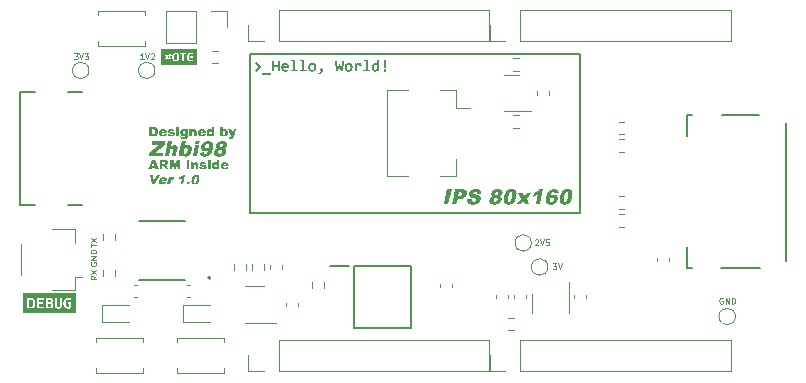
<source format=gbr>
%TF.GenerationSoftware,KiCad,Pcbnew,7.0.2*%
%TF.CreationDate,2023-05-11T00:09:11+08:00*%
%TF.ProjectId,LinuxDK,4c696e75-7844-44b2-9e6b-696361645f70,rev?*%
%TF.SameCoordinates,Original*%
%TF.FileFunction,Legend,Top*%
%TF.FilePolarity,Positive*%
%FSLAX46Y46*%
G04 Gerber Fmt 4.6, Leading zero omitted, Abs format (unit mm)*
G04 Created by KiCad (PCBNEW 7.0.2) date 2023-05-11 00:09:11*
%MOMM*%
%LPD*%
G01*
G04 APERTURE LIST*
%ADD10C,0.150000*%
%ADD11C,0.100000*%
%ADD12C,0.200000*%
%ADD13C,0.120000*%
%ADD14C,0.127000*%
G04 APERTURE END LIST*
D10*
X127381000Y-84455000D02*
X155321000Y-84455000D01*
X155321000Y-97917000D01*
X127381000Y-97917000D01*
X127381000Y-84455000D01*
D11*
X167385952Y-105126619D02*
X167338333Y-105102809D01*
X167338333Y-105102809D02*
X167266904Y-105102809D01*
X167266904Y-105102809D02*
X167195476Y-105126619D01*
X167195476Y-105126619D02*
X167147857Y-105174238D01*
X167147857Y-105174238D02*
X167124047Y-105221857D01*
X167124047Y-105221857D02*
X167100238Y-105317095D01*
X167100238Y-105317095D02*
X167100238Y-105388523D01*
X167100238Y-105388523D02*
X167124047Y-105483761D01*
X167124047Y-105483761D02*
X167147857Y-105531380D01*
X167147857Y-105531380D02*
X167195476Y-105579000D01*
X167195476Y-105579000D02*
X167266904Y-105602809D01*
X167266904Y-105602809D02*
X167314523Y-105602809D01*
X167314523Y-105602809D02*
X167385952Y-105579000D01*
X167385952Y-105579000D02*
X167409761Y-105555190D01*
X167409761Y-105555190D02*
X167409761Y-105388523D01*
X167409761Y-105388523D02*
X167314523Y-105388523D01*
X167624047Y-105602809D02*
X167624047Y-105102809D01*
X167624047Y-105102809D02*
X167909761Y-105602809D01*
X167909761Y-105602809D02*
X167909761Y-105102809D01*
X168147857Y-105602809D02*
X168147857Y-105102809D01*
X168147857Y-105102809D02*
X168266905Y-105102809D01*
X168266905Y-105102809D02*
X168338333Y-105126619D01*
X168338333Y-105126619D02*
X168385952Y-105174238D01*
X168385952Y-105174238D02*
X168409762Y-105221857D01*
X168409762Y-105221857D02*
X168433571Y-105317095D01*
X168433571Y-105317095D02*
X168433571Y-105388523D01*
X168433571Y-105388523D02*
X168409762Y-105483761D01*
X168409762Y-105483761D02*
X168385952Y-105531380D01*
X168385952Y-105531380D02*
X168338333Y-105579000D01*
X168338333Y-105579000D02*
X168266905Y-105602809D01*
X168266905Y-105602809D02*
X168147857Y-105602809D01*
D12*
G36*
X119105749Y-91858568D02*
G01*
X120199473Y-91858568D01*
X120141468Y-92137427D01*
X119296204Y-92831319D01*
X120022976Y-92831319D01*
X119960938Y-93129100D01*
X118774157Y-93129100D01*
X118834024Y-92841865D01*
X119669981Y-92156349D01*
X119043711Y-92156349D01*
X119105749Y-91858568D01*
G37*
G36*
X120397063Y-91858568D02*
G01*
X120744474Y-91858568D01*
X120648626Y-92318577D01*
X120659442Y-92309171D01*
X120670179Y-92300106D01*
X120680836Y-92291384D01*
X120691412Y-92283002D01*
X120701909Y-92274963D01*
X120712326Y-92267265D01*
X120722663Y-92259909D01*
X120732920Y-92252895D01*
X120748155Y-92243014D01*
X120763210Y-92233902D01*
X120778086Y-92225559D01*
X120792781Y-92217984D01*
X120807297Y-92211178D01*
X120812095Y-92209081D01*
X120826682Y-92203205D01*
X120841597Y-92197907D01*
X120856839Y-92193187D01*
X120872407Y-92189044D01*
X120888303Y-92185480D01*
X120904526Y-92182494D01*
X120921077Y-92180086D01*
X120937954Y-92178256D01*
X120955159Y-92177003D01*
X120972690Y-92176329D01*
X120984560Y-92176201D01*
X121001972Y-92176547D01*
X121018768Y-92177587D01*
X121034949Y-92179320D01*
X121050514Y-92181745D01*
X121065463Y-92184864D01*
X121079797Y-92188676D01*
X121093516Y-92193181D01*
X121106619Y-92198379D01*
X121119107Y-92204270D01*
X121130978Y-92210855D01*
X121142235Y-92218132D01*
X121152876Y-92226102D01*
X121162901Y-92234766D01*
X121172311Y-92244122D01*
X121181105Y-92254172D01*
X121189284Y-92264915D01*
X121196760Y-92276337D01*
X121203446Y-92288503D01*
X121209342Y-92301414D01*
X121214448Y-92315068D01*
X121218764Y-92329466D01*
X121222290Y-92344609D01*
X121225026Y-92360495D01*
X121226972Y-92377125D01*
X121228128Y-92394499D01*
X121228494Y-92412618D01*
X121228070Y-92431480D01*
X121226856Y-92451086D01*
X121224852Y-92471436D01*
X121222058Y-92492530D01*
X121218473Y-92514368D01*
X121214099Y-92536950D01*
X121090954Y-93129100D01*
X120742303Y-93129100D01*
X120849008Y-92615117D01*
X120852121Y-92599055D01*
X120854482Y-92583903D01*
X120856090Y-92569662D01*
X120856946Y-92556332D01*
X120857050Y-92543912D01*
X120856018Y-92528768D01*
X120853648Y-92515244D01*
X120849940Y-92503338D01*
X120843424Y-92490732D01*
X120835061Y-92480187D01*
X120825092Y-92471430D01*
X120813517Y-92464460D01*
X120800337Y-92459277D01*
X120785552Y-92455881D01*
X120772567Y-92454451D01*
X120762155Y-92454130D01*
X120746621Y-92454900D01*
X120731504Y-92457212D01*
X120716804Y-92461065D01*
X120702521Y-92466459D01*
X120688655Y-92473395D01*
X120675205Y-92481872D01*
X120662172Y-92491890D01*
X120652671Y-92500415D01*
X120649556Y-92503449D01*
X120640455Y-92513384D01*
X120631763Y-92524693D01*
X120623480Y-92537375D01*
X120615605Y-92551432D01*
X120608140Y-92566862D01*
X120601083Y-92583667D01*
X120596606Y-92595634D01*
X120592311Y-92608211D01*
X120588197Y-92621399D01*
X120584265Y-92635197D01*
X120580515Y-92649606D01*
X120576947Y-92664626D01*
X120573560Y-92680257D01*
X120480193Y-93129100D01*
X120132782Y-93129100D01*
X120397063Y-91858568D01*
G37*
G36*
X121847814Y-92276392D02*
G01*
X121859528Y-92267193D01*
X121871406Y-92258442D01*
X121883447Y-92250138D01*
X121895651Y-92242281D01*
X121908019Y-92234871D01*
X121920551Y-92227908D01*
X121933246Y-92221392D01*
X121946105Y-92215323D01*
X121959128Y-92209702D01*
X121972314Y-92204527D01*
X121981195Y-92201326D01*
X121994707Y-92196836D01*
X122008371Y-92192787D01*
X122022187Y-92189180D01*
X122036157Y-92186015D01*
X122050279Y-92183292D01*
X122064554Y-92181010D01*
X122078981Y-92179170D01*
X122093561Y-92177771D01*
X122108294Y-92176814D01*
X122123179Y-92176299D01*
X122133188Y-92176201D01*
X122153532Y-92176678D01*
X122173231Y-92178110D01*
X122192286Y-92180497D01*
X122210696Y-92183839D01*
X122228461Y-92188136D01*
X122245582Y-92193387D01*
X122262059Y-92199593D01*
X122277890Y-92206754D01*
X122293078Y-92214870D01*
X122307620Y-92223941D01*
X122321518Y-92233966D01*
X122334771Y-92244946D01*
X122347380Y-92256881D01*
X122359344Y-92269771D01*
X122370663Y-92283616D01*
X122381338Y-92298415D01*
X122391181Y-92314109D01*
X122400003Y-92330636D01*
X122407805Y-92347997D01*
X122414587Y-92366191D01*
X122420348Y-92385219D01*
X122425089Y-92405081D01*
X122428810Y-92425776D01*
X122431511Y-92447305D01*
X122433192Y-92469668D01*
X122433852Y-92492864D01*
X122433492Y-92516894D01*
X122432112Y-92541758D01*
X122431040Y-92554502D01*
X122429712Y-92567455D01*
X122428129Y-92580616D01*
X122426291Y-92593986D01*
X122424199Y-92607564D01*
X122421851Y-92621350D01*
X122419248Y-92635345D01*
X122416390Y-92649548D01*
X122412271Y-92668445D01*
X122407825Y-92687062D01*
X122403053Y-92705397D01*
X122397953Y-92723451D01*
X122392526Y-92741223D01*
X122386771Y-92758715D01*
X122380690Y-92775926D01*
X122374282Y-92792855D01*
X122367546Y-92809504D01*
X122360483Y-92825871D01*
X122353093Y-92841957D01*
X122345376Y-92857762D01*
X122337332Y-92873286D01*
X122328960Y-92888529D01*
X122320261Y-92903491D01*
X122311236Y-92918171D01*
X122301982Y-92932444D01*
X122292523Y-92946258D01*
X122282857Y-92959614D01*
X122272986Y-92972513D01*
X122262908Y-92984953D01*
X122252625Y-92996935D01*
X122242135Y-93008459D01*
X122231440Y-93019525D01*
X122220538Y-93030134D01*
X122209431Y-93040284D01*
X122198118Y-93049976D01*
X122186598Y-93059210D01*
X122174873Y-93067986D01*
X122162941Y-93076304D01*
X122150804Y-93084165D01*
X122138461Y-93091567D01*
X122125988Y-93098516D01*
X122113462Y-93105016D01*
X122100882Y-93111069D01*
X122088249Y-93116673D01*
X122075563Y-93121828D01*
X122062823Y-93126536D01*
X122050030Y-93130795D01*
X122037184Y-93134605D01*
X122024285Y-93137968D01*
X122011332Y-93140882D01*
X121998326Y-93143348D01*
X121985266Y-93145365D01*
X121972154Y-93146934D01*
X121958988Y-93148055D01*
X121945768Y-93148727D01*
X121932496Y-93148952D01*
X121915543Y-93148627D01*
X121898999Y-93147654D01*
X121882864Y-93146032D01*
X121867138Y-93143761D01*
X121851821Y-93140841D01*
X121836913Y-93137272D01*
X121822414Y-93133055D01*
X121808323Y-93128188D01*
X121794642Y-93122673D01*
X121781370Y-93116509D01*
X121772749Y-93112039D01*
X121759958Y-93104042D01*
X121747177Y-93094475D01*
X121737598Y-93086269D01*
X121728025Y-93077179D01*
X121718456Y-93067207D01*
X121708893Y-93056351D01*
X121699336Y-93044611D01*
X121689784Y-93031989D01*
X121680238Y-93018483D01*
X121670697Y-93004094D01*
X121644641Y-93129100D01*
X121319563Y-93129100D01*
X121393795Y-92772228D01*
X121752819Y-92772228D01*
X121753660Y-92789783D01*
X121755542Y-92806041D01*
X121758465Y-92821001D01*
X121762430Y-92834663D01*
X121767436Y-92847027D01*
X121769337Y-92850860D01*
X121777804Y-92864892D01*
X121787386Y-92877052D01*
X121798082Y-92887342D01*
X121809894Y-92895760D01*
X121822820Y-92902308D01*
X121836861Y-92906985D01*
X121852016Y-92909791D01*
X121868287Y-92910727D01*
X121883752Y-92909806D01*
X121898976Y-92907043D01*
X121913957Y-92902439D01*
X121928696Y-92895993D01*
X121939591Y-92889950D01*
X121950350Y-92882870D01*
X121960972Y-92874755D01*
X121971458Y-92865604D01*
X121981808Y-92855417D01*
X121985228Y-92851791D01*
X121995238Y-92839976D01*
X122004795Y-92826749D01*
X122013900Y-92812110D01*
X122022552Y-92796059D01*
X122028069Y-92784573D01*
X122033384Y-92772460D01*
X122038499Y-92759720D01*
X122043412Y-92746351D01*
X122048124Y-92732355D01*
X122052636Y-92717732D01*
X122056945Y-92702480D01*
X122061054Y-92686601D01*
X122064962Y-92670095D01*
X122068668Y-92652960D01*
X122071671Y-92637823D01*
X122074242Y-92623197D01*
X122076382Y-92609082D01*
X122078090Y-92595478D01*
X122079367Y-92582386D01*
X122080213Y-92569806D01*
X122080673Y-92551893D01*
X122080162Y-92535131D01*
X122078681Y-92519520D01*
X122076229Y-92505059D01*
X122072807Y-92491748D01*
X122068414Y-92479588D01*
X122064946Y-92472120D01*
X122057124Y-92458598D01*
X122048390Y-92446879D01*
X122038745Y-92436963D01*
X122028189Y-92428849D01*
X122016722Y-92422539D01*
X122004343Y-92418031D01*
X121991053Y-92415327D01*
X121976853Y-92414425D01*
X121963654Y-92414954D01*
X121950695Y-92416541D01*
X121937976Y-92419185D01*
X121925497Y-92422888D01*
X121913258Y-92427648D01*
X121901259Y-92433466D01*
X121889499Y-92440341D01*
X121877980Y-92448275D01*
X121866701Y-92457266D01*
X121855661Y-92467315D01*
X121848435Y-92474602D01*
X121838011Y-92486375D01*
X121828144Y-92499244D01*
X121818833Y-92513209D01*
X121810078Y-92528269D01*
X121801879Y-92544426D01*
X121796722Y-92555806D01*
X121791812Y-92567673D01*
X121787150Y-92580028D01*
X121782735Y-92592869D01*
X121778566Y-92606197D01*
X121774646Y-92620013D01*
X121770972Y-92634315D01*
X121767545Y-92649105D01*
X121765924Y-92656683D01*
X121762666Y-92673144D01*
X121759871Y-92689029D01*
X121757538Y-92704338D01*
X121755669Y-92719069D01*
X121754262Y-92733224D01*
X121753318Y-92746802D01*
X121752837Y-92759803D01*
X121752819Y-92772228D01*
X121393795Y-92772228D01*
X121583844Y-91858568D01*
X121934667Y-91858568D01*
X121847814Y-92276392D01*
G37*
G36*
X122779930Y-91858568D02*
G01*
X123127031Y-91858568D01*
X123077401Y-92096792D01*
X122730300Y-92096792D01*
X122779930Y-91858568D01*
G37*
G36*
X122709518Y-92196053D02*
G01*
X123056618Y-92196053D01*
X122862751Y-93129100D01*
X122515650Y-93129100D01*
X122709518Y-92196053D01*
G37*
G36*
X123822014Y-91838971D02*
G01*
X123844444Y-91839738D01*
X123866187Y-91841017D01*
X123887245Y-91842806D01*
X123907617Y-91845107D01*
X123927303Y-91847920D01*
X123946303Y-91851243D01*
X123964618Y-91855078D01*
X123982246Y-91859424D01*
X123999189Y-91864282D01*
X124015446Y-91869651D01*
X124031017Y-91875531D01*
X124045903Y-91881923D01*
X124060102Y-91888826D01*
X124073616Y-91896240D01*
X124086444Y-91904165D01*
X124098688Y-91912608D01*
X124110450Y-91921652D01*
X124121729Y-91931297D01*
X124132526Y-91941543D01*
X124142841Y-91952390D01*
X124152674Y-91963838D01*
X124162025Y-91975887D01*
X124170893Y-91988537D01*
X124179279Y-92001788D01*
X124187183Y-92015639D01*
X124194604Y-92030092D01*
X124201543Y-92045146D01*
X124208000Y-92060801D01*
X124213975Y-92077057D01*
X124219468Y-92093914D01*
X124224478Y-92111371D01*
X124228945Y-92129487D01*
X124232732Y-92148318D01*
X124235837Y-92167863D01*
X124238262Y-92188124D01*
X124240005Y-92209099D01*
X124241068Y-92230789D01*
X124241450Y-92253194D01*
X124241150Y-92276314D01*
X124240170Y-92300149D01*
X124238509Y-92324699D01*
X124237423Y-92337241D01*
X124236167Y-92349963D01*
X124234740Y-92362864D01*
X124233144Y-92375943D01*
X124231377Y-92389200D01*
X124229440Y-92402637D01*
X124227332Y-92416252D01*
X124225055Y-92430046D01*
X124222607Y-92444019D01*
X124219989Y-92458170D01*
X124217200Y-92472501D01*
X124214242Y-92487009D01*
X124209681Y-92508272D01*
X124204917Y-92529176D01*
X124199949Y-92549721D01*
X124194777Y-92569907D01*
X124189402Y-92589735D01*
X124183824Y-92609204D01*
X124178042Y-92628315D01*
X124172056Y-92647067D01*
X124165867Y-92665460D01*
X124159474Y-92683494D01*
X124152878Y-92701170D01*
X124146078Y-92718488D01*
X124139074Y-92735446D01*
X124131867Y-92752046D01*
X124124457Y-92768287D01*
X124116842Y-92784170D01*
X124109025Y-92799694D01*
X124101003Y-92814859D01*
X124092779Y-92829666D01*
X124084350Y-92844114D01*
X124075718Y-92858203D01*
X124066883Y-92871934D01*
X124057844Y-92885306D01*
X124048601Y-92898319D01*
X124039155Y-92910974D01*
X124029505Y-92923270D01*
X124019652Y-92935208D01*
X124009595Y-92946786D01*
X123999334Y-92958006D01*
X123988870Y-92968868D01*
X123978203Y-92979371D01*
X123967332Y-92989515D01*
X123956302Y-92999324D01*
X123945122Y-93008822D01*
X123933790Y-93018008D01*
X123922306Y-93026883D01*
X123910671Y-93035446D01*
X123898884Y-93043698D01*
X123886946Y-93051639D01*
X123874857Y-93059268D01*
X123862616Y-93066586D01*
X123850223Y-93073593D01*
X123837680Y-93080288D01*
X123824984Y-93086672D01*
X123812137Y-93092744D01*
X123799139Y-93098505D01*
X123785990Y-93103954D01*
X123772688Y-93109092D01*
X123759236Y-93113919D01*
X123745632Y-93118434D01*
X123731876Y-93122638D01*
X123717969Y-93126531D01*
X123703911Y-93130112D01*
X123689701Y-93133382D01*
X123675340Y-93136340D01*
X123660827Y-93138987D01*
X123646162Y-93141322D01*
X123631347Y-93143346D01*
X123616380Y-93145059D01*
X123601261Y-93146460D01*
X123585991Y-93147550D01*
X123570569Y-93148329D01*
X123554996Y-93148796D01*
X123539272Y-93148952D01*
X123520897Y-93148810D01*
X123503072Y-93148384D01*
X123485797Y-93147676D01*
X123469072Y-93146683D01*
X123452898Y-93145407D01*
X123437273Y-93143848D01*
X123422199Y-93142005D01*
X123407674Y-93139879D01*
X123393700Y-93137469D01*
X123380276Y-93134775D01*
X123367402Y-93131798D01*
X123355078Y-93128537D01*
X123337623Y-93123115D01*
X123321407Y-93117054D01*
X123311283Y-93112660D01*
X123296885Y-93105502D01*
X123283119Y-93097756D01*
X123269986Y-93089421D01*
X123257485Y-93080497D01*
X123245617Y-93070984D01*
X123234381Y-93060882D01*
X123223777Y-93050192D01*
X123213806Y-93038912D01*
X123204468Y-93027044D01*
X123195762Y-93014587D01*
X123190310Y-93005955D01*
X123182636Y-92992502D01*
X123175552Y-92978434D01*
X123169056Y-92963749D01*
X123163149Y-92948449D01*
X123157831Y-92932532D01*
X123153102Y-92915999D01*
X123148961Y-92898850D01*
X123145410Y-92881084D01*
X123142447Y-92862703D01*
X123140799Y-92850107D01*
X123139413Y-92837236D01*
X123138818Y-92830698D01*
X123492433Y-92791615D01*
X123492850Y-92807376D01*
X123494100Y-92821935D01*
X123496185Y-92835293D01*
X123499102Y-92847448D01*
X123503922Y-92860953D01*
X123510044Y-92872579D01*
X123519109Y-92884051D01*
X123529927Y-92893116D01*
X123542141Y-92900306D01*
X123555750Y-92905621D01*
X123568158Y-92908617D01*
X123581535Y-92910310D01*
X123592934Y-92910727D01*
X123608469Y-92909969D01*
X123623665Y-92907695D01*
X123638523Y-92903906D01*
X123653043Y-92898600D01*
X123667225Y-92891779D01*
X123681069Y-92883442D01*
X123694575Y-92873590D01*
X123707743Y-92862221D01*
X123720573Y-92849337D01*
X123728938Y-92839905D01*
X123737153Y-92829800D01*
X123741204Y-92824494D01*
X123750267Y-92811323D01*
X123759543Y-92795654D01*
X123765845Y-92783821D01*
X123772241Y-92770878D01*
X123778732Y-92756825D01*
X123785318Y-92741662D01*
X123791998Y-92725389D01*
X123798772Y-92708007D01*
X123805641Y-92689514D01*
X123812605Y-92669912D01*
X123819663Y-92649199D01*
X123826815Y-92627377D01*
X123834062Y-92604445D01*
X123837721Y-92592563D01*
X123841404Y-92580403D01*
X123845110Y-92567966D01*
X123848840Y-92555251D01*
X123839203Y-92563982D01*
X123829603Y-92572418D01*
X123820039Y-92580558D01*
X123805762Y-92592214D01*
X123791566Y-92603204D01*
X123777452Y-92613529D01*
X123763420Y-92623189D01*
X123749470Y-92632184D01*
X123735602Y-92640514D01*
X123721815Y-92648178D01*
X123708110Y-92655178D01*
X123699019Y-92659474D01*
X123685345Y-92665350D01*
X123671425Y-92670648D01*
X123657260Y-92675368D01*
X123642850Y-92679510D01*
X123628195Y-92683075D01*
X123613294Y-92686061D01*
X123598148Y-92688469D01*
X123582756Y-92690299D01*
X123567119Y-92691551D01*
X123551237Y-92692226D01*
X123540512Y-92692354D01*
X123519799Y-92691889D01*
X123499689Y-92690493D01*
X123480182Y-92688167D01*
X123461279Y-92684910D01*
X123442979Y-92680722D01*
X123425282Y-92675604D01*
X123408189Y-92669555D01*
X123391700Y-92662576D01*
X123375813Y-92654666D01*
X123360530Y-92645826D01*
X123345851Y-92636055D01*
X123331775Y-92625354D01*
X123318302Y-92613721D01*
X123305433Y-92601159D01*
X123293167Y-92587666D01*
X123281505Y-92573242D01*
X123270647Y-92558107D01*
X123260795Y-92542480D01*
X123251949Y-92526361D01*
X123244108Y-92509750D01*
X123237273Y-92492647D01*
X123231444Y-92475053D01*
X123226620Y-92456966D01*
X123222802Y-92438387D01*
X123219990Y-92419317D01*
X123218183Y-92399754D01*
X123217382Y-92379700D01*
X123217587Y-92359154D01*
X123218797Y-92338115D01*
X123220049Y-92325954D01*
X123554146Y-92325954D01*
X123554981Y-92339976D01*
X123556803Y-92353224D01*
X123559612Y-92365697D01*
X123564893Y-92381124D01*
X123571928Y-92395175D01*
X123578355Y-92404810D01*
X123588117Y-92416369D01*
X123598944Y-92426387D01*
X123610838Y-92434864D01*
X123623798Y-92441800D01*
X123637824Y-92447194D01*
X123652917Y-92451047D01*
X123669076Y-92453359D01*
X123681895Y-92454081D01*
X123686301Y-92454130D01*
X123699899Y-92453710D01*
X123713240Y-92452450D01*
X123726325Y-92450351D01*
X123739154Y-92447412D01*
X123751727Y-92443633D01*
X123764043Y-92439015D01*
X123776103Y-92433557D01*
X123787907Y-92427259D01*
X123799455Y-92420122D01*
X123810746Y-92412145D01*
X123818131Y-92406360D01*
X123828772Y-92397041D01*
X123838709Y-92386997D01*
X123847943Y-92376227D01*
X123856473Y-92364732D01*
X123864300Y-92352512D01*
X123871424Y-92339567D01*
X123877844Y-92325897D01*
X123883561Y-92311501D01*
X123888575Y-92296380D01*
X123892885Y-92280534D01*
X123895368Y-92269567D01*
X123898392Y-92252986D01*
X123900370Y-92237092D01*
X123901300Y-92221885D01*
X123901184Y-92207365D01*
X123900021Y-92193532D01*
X123897811Y-92180386D01*
X123894554Y-92167927D01*
X123890250Y-92156155D01*
X123882883Y-92141527D01*
X123873655Y-92128121D01*
X123862982Y-92116126D01*
X123851282Y-92105730D01*
X123838555Y-92096933D01*
X123824800Y-92089736D01*
X123810018Y-92084138D01*
X123794208Y-92080139D01*
X123781676Y-92078190D01*
X123768566Y-92077140D01*
X123759505Y-92076940D01*
X123746658Y-92077347D01*
X123734057Y-92078565D01*
X123721700Y-92080596D01*
X123709589Y-92083440D01*
X123697724Y-92087096D01*
X123686103Y-92091564D01*
X123674729Y-92096845D01*
X123663599Y-92102938D01*
X123652715Y-92109844D01*
X123642076Y-92117562D01*
X123635120Y-92123158D01*
X123625084Y-92132233D01*
X123615680Y-92142126D01*
X123606908Y-92152837D01*
X123598770Y-92164365D01*
X123591263Y-92176711D01*
X123584390Y-92189876D01*
X123578148Y-92203858D01*
X123572539Y-92218658D01*
X123567563Y-92234276D01*
X123563219Y-92250711D01*
X123560675Y-92262123D01*
X123557562Y-92279242D01*
X123555437Y-92295587D01*
X123554298Y-92311157D01*
X123554146Y-92325954D01*
X123220049Y-92325954D01*
X123221013Y-92316585D01*
X123224235Y-92294563D01*
X123228463Y-92272049D01*
X123231931Y-92256588D01*
X123235820Y-92241301D01*
X123240131Y-92226189D01*
X123244864Y-92211252D01*
X123250019Y-92196489D01*
X123255595Y-92181900D01*
X123261592Y-92167486D01*
X123268012Y-92153247D01*
X123274853Y-92139182D01*
X123282116Y-92125291D01*
X123289800Y-92111575D01*
X123297906Y-92098033D01*
X123306434Y-92084666D01*
X123315383Y-92071473D01*
X123324755Y-92058455D01*
X123334547Y-92045611D01*
X123344684Y-92033012D01*
X123355088Y-92020806D01*
X123365758Y-92008992D01*
X123376694Y-91997571D01*
X123387897Y-91986542D01*
X123399367Y-91975906D01*
X123411103Y-91965663D01*
X123423106Y-91955812D01*
X123435376Y-91946353D01*
X123447911Y-91937288D01*
X123460714Y-91928615D01*
X123473783Y-91920334D01*
X123487119Y-91912446D01*
X123500721Y-91904951D01*
X123514590Y-91897848D01*
X123528725Y-91891138D01*
X123543157Y-91884790D01*
X123557917Y-91878851D01*
X123573003Y-91873322D01*
X123588417Y-91868203D01*
X123604158Y-91863493D01*
X123620226Y-91859193D01*
X123636621Y-91855302D01*
X123653343Y-91851821D01*
X123670393Y-91848750D01*
X123687770Y-91846088D01*
X123705473Y-91843835D01*
X123723504Y-91841992D01*
X123741862Y-91840559D01*
X123760547Y-91839535D01*
X123779560Y-91838920D01*
X123798899Y-91838716D01*
X123822014Y-91838971D01*
G37*
G36*
X125020759Y-91838808D02*
G01*
X125036001Y-91839086D01*
X125050949Y-91839550D01*
X125065602Y-91840199D01*
X125079961Y-91841033D01*
X125094026Y-91842053D01*
X125107796Y-91843258D01*
X125121271Y-91844648D01*
X125134453Y-91846224D01*
X125147339Y-91847985D01*
X125159932Y-91849932D01*
X125172229Y-91852063D01*
X125195942Y-91856884D01*
X125218477Y-91862445D01*
X125239834Y-91868748D01*
X125260013Y-91875793D01*
X125279014Y-91883579D01*
X125296838Y-91892107D01*
X125313484Y-91901376D01*
X125328952Y-91911387D01*
X125343243Y-91922139D01*
X125356355Y-91933633D01*
X125368372Y-91945651D01*
X125379372Y-91958051D01*
X125389358Y-91970834D01*
X125398328Y-91984000D01*
X125406282Y-91997549D01*
X125413222Y-92011481D01*
X125419146Y-92025796D01*
X125424054Y-92040493D01*
X125427947Y-92055574D01*
X125430825Y-92071037D01*
X125432687Y-92086883D01*
X125433534Y-92103113D01*
X125433366Y-92119725D01*
X125432182Y-92136720D01*
X125429983Y-92154097D01*
X125426768Y-92171858D01*
X125423058Y-92187466D01*
X125418557Y-92202883D01*
X125413265Y-92218109D01*
X125407183Y-92233144D01*
X125400310Y-92247989D01*
X125392646Y-92262643D01*
X125384192Y-92277106D01*
X125374947Y-92291378D01*
X125364912Y-92305459D01*
X125354086Y-92319349D01*
X125346429Y-92328503D01*
X125337182Y-92338596D01*
X125327236Y-92348634D01*
X125316593Y-92358618D01*
X125305252Y-92368547D01*
X125293213Y-92378421D01*
X125280476Y-92388241D01*
X125267041Y-92398007D01*
X125252908Y-92407718D01*
X125238077Y-92417374D01*
X125222548Y-92426976D01*
X125211808Y-92433347D01*
X125222978Y-92439755D01*
X125233690Y-92446418D01*
X125248900Y-92456890D01*
X125263080Y-92467934D01*
X125276228Y-92479551D01*
X125288347Y-92491740D01*
X125299434Y-92504502D01*
X125309492Y-92517836D01*
X125318518Y-92531742D01*
X125326514Y-92546222D01*
X125333480Y-92561273D01*
X125335573Y-92566418D01*
X125341263Y-92582046D01*
X125346005Y-92597992D01*
X125349798Y-92614253D01*
X125352643Y-92630830D01*
X125354538Y-92647724D01*
X125355485Y-92664934D01*
X125355484Y-92682460D01*
X125354533Y-92700303D01*
X125352634Y-92718462D01*
X125350840Y-92730743D01*
X125348626Y-92743165D01*
X125347360Y-92749429D01*
X125343278Y-92767463D01*
X125338476Y-92785274D01*
X125332954Y-92802861D01*
X125326713Y-92820225D01*
X125319752Y-92837365D01*
X125312071Y-92854281D01*
X125306551Y-92865434D01*
X125300711Y-92876489D01*
X125294550Y-92887443D01*
X125288070Y-92898299D01*
X125281270Y-92909055D01*
X125274151Y-92919711D01*
X125266711Y-92930269D01*
X125259104Y-92940627D01*
X125251405Y-92950688D01*
X125243614Y-92960450D01*
X125231755Y-92974535D01*
X125219688Y-92987949D01*
X125207415Y-93000693D01*
X125194934Y-93012766D01*
X125182246Y-93024168D01*
X125169351Y-93034899D01*
X125156248Y-93044960D01*
X125142938Y-93054350D01*
X125133950Y-93060238D01*
X125120173Y-93068577D01*
X125105942Y-93076497D01*
X125091260Y-93083997D01*
X125076124Y-93091077D01*
X125060537Y-93097737D01*
X125044496Y-93103978D01*
X125028003Y-93109798D01*
X125011058Y-93115199D01*
X124993659Y-93120180D01*
X124975809Y-93124741D01*
X124963657Y-93127549D01*
X124951412Y-93130140D01*
X124939104Y-93132565D01*
X124926732Y-93134822D01*
X124914298Y-93136912D01*
X124901801Y-93138835D01*
X124889241Y-93140591D01*
X124876618Y-93142180D01*
X124863931Y-93143601D01*
X124851182Y-93144855D01*
X124838370Y-93145942D01*
X124825495Y-93146861D01*
X124812556Y-93147614D01*
X124799555Y-93148199D01*
X124786491Y-93148617D01*
X124773364Y-93148868D01*
X124760173Y-93148952D01*
X124735725Y-93148763D01*
X124712089Y-93148195D01*
X124689265Y-93147250D01*
X124667252Y-93145927D01*
X124646052Y-93144226D01*
X124625663Y-93142147D01*
X124606086Y-93139690D01*
X124587321Y-93136854D01*
X124569367Y-93133641D01*
X124552226Y-93130049D01*
X124535896Y-93126080D01*
X124520378Y-93121733D01*
X124505672Y-93117007D01*
X124491778Y-93111903D01*
X124478695Y-93106422D01*
X124466425Y-93100562D01*
X124454794Y-93094335D01*
X124443631Y-93087752D01*
X124432935Y-93080813D01*
X124422708Y-93073518D01*
X124408243Y-93061906D01*
X124394831Y-93049494D01*
X124382471Y-93036280D01*
X124371163Y-93022264D01*
X124360908Y-93007447D01*
X124351705Y-92991828D01*
X124343554Y-92975408D01*
X124336456Y-92958186D01*
X124332306Y-92946312D01*
X124328619Y-92934267D01*
X124325395Y-92922050D01*
X124322633Y-92909661D01*
X124320335Y-92897099D01*
X124318499Y-92884366D01*
X124317126Y-92871460D01*
X124316216Y-92858383D01*
X124315769Y-92845133D01*
X124315785Y-92831711D01*
X124316263Y-92818117D01*
X124317205Y-92804352D01*
X124318609Y-92790414D01*
X124320476Y-92776304D01*
X124320734Y-92774725D01*
X124670240Y-92774725D01*
X124670669Y-92787645D01*
X124672086Y-92800069D01*
X124675510Y-92815862D01*
X124680689Y-92830772D01*
X124687622Y-92844801D01*
X124696310Y-92857948D01*
X124698756Y-92861097D01*
X124709147Y-92872729D01*
X124720314Y-92882810D01*
X124732256Y-92891340D01*
X124744974Y-92898319D01*
X124758467Y-92903748D01*
X124772736Y-92907625D01*
X124787780Y-92909951D01*
X124803600Y-92910727D01*
X124819075Y-92909937D01*
X124834483Y-92907567D01*
X124849823Y-92903617D01*
X124865094Y-92898087D01*
X124876504Y-92892902D01*
X124887875Y-92886829D01*
X124899208Y-92879867D01*
X124910503Y-92872016D01*
X124921760Y-92863277D01*
X124925504Y-92860166D01*
X124936400Y-92850449D01*
X124946521Y-92840257D01*
X124955869Y-92829591D01*
X124964442Y-92818451D01*
X124972241Y-92806836D01*
X124979266Y-92794747D01*
X124985516Y-92782183D01*
X124990992Y-92769145D01*
X124995694Y-92755633D01*
X124999622Y-92741646D01*
X125001810Y-92732058D01*
X125004402Y-92717595D01*
X125006012Y-92703632D01*
X125006641Y-92690172D01*
X125006288Y-92677213D01*
X125004954Y-92664756D01*
X125001649Y-92648927D01*
X124996599Y-92633989D01*
X124989804Y-92619943D01*
X124981264Y-92606789D01*
X124978856Y-92603640D01*
X124968591Y-92591863D01*
X124957492Y-92581656D01*
X124945559Y-92573019D01*
X124932793Y-92565952D01*
X124919193Y-92560456D01*
X124904760Y-92556530D01*
X124889493Y-92554175D01*
X124873392Y-92553390D01*
X124857359Y-92554151D01*
X124841520Y-92556434D01*
X124825875Y-92560238D01*
X124810424Y-92565565D01*
X124798963Y-92570558D01*
X124787610Y-92576408D01*
X124776367Y-92583114D01*
X124765233Y-92590675D01*
X124754208Y-92599093D01*
X124750557Y-92602089D01*
X124739983Y-92611462D01*
X124730129Y-92621435D01*
X124720994Y-92632007D01*
X124712579Y-92643180D01*
X124704883Y-92654952D01*
X124697908Y-92667323D01*
X124691652Y-92680295D01*
X124686116Y-92693866D01*
X124681299Y-92708038D01*
X124677203Y-92722808D01*
X124674871Y-92732989D01*
X124672341Y-92747397D01*
X124670797Y-92761309D01*
X124670240Y-92774725D01*
X124320734Y-92774725D01*
X124322806Y-92762022D01*
X124325599Y-92747568D01*
X124328717Y-92733512D01*
X124332176Y-92719728D01*
X124335977Y-92706216D01*
X124340120Y-92692975D01*
X124344604Y-92680005D01*
X124349430Y-92667306D01*
X124354598Y-92654880D01*
X124360108Y-92642724D01*
X124365959Y-92630840D01*
X124372152Y-92619227D01*
X124378686Y-92607886D01*
X124385563Y-92596816D01*
X124392781Y-92586018D01*
X124400340Y-92575491D01*
X124408241Y-92565235D01*
X124416484Y-92555251D01*
X124425089Y-92545542D01*
X124434073Y-92536111D01*
X124443438Y-92526960D01*
X124453184Y-92518086D01*
X124463310Y-92509492D01*
X124473816Y-92501176D01*
X124484703Y-92493139D01*
X124495970Y-92485381D01*
X124507618Y-92477901D01*
X124519646Y-92470700D01*
X124532055Y-92463778D01*
X124544844Y-92457134D01*
X124558014Y-92450770D01*
X124571564Y-92444683D01*
X124585495Y-92438876D01*
X124599806Y-92433347D01*
X124586547Y-92425173D01*
X124574106Y-92416818D01*
X124562483Y-92408284D01*
X124551678Y-92399570D01*
X124541691Y-92390676D01*
X124532522Y-92381602D01*
X124524170Y-92372349D01*
X124514307Y-92359730D01*
X124505898Y-92346792D01*
X124500546Y-92336878D01*
X124494287Y-92323072D01*
X124489004Y-92308874D01*
X124484698Y-92294283D01*
X124481367Y-92279300D01*
X124479013Y-92263923D01*
X124477634Y-92248155D01*
X124477231Y-92231993D01*
X124477613Y-92220984D01*
X124802979Y-92220984D01*
X124804070Y-92235654D01*
X124807341Y-92249325D01*
X124812794Y-92261996D01*
X124820427Y-92273668D01*
X124828105Y-92282285D01*
X124839488Y-92291757D01*
X124852508Y-92299624D01*
X124864101Y-92304762D01*
X124876741Y-92308872D01*
X124890428Y-92311954D01*
X124905162Y-92314009D01*
X124920943Y-92315037D01*
X124929226Y-92315165D01*
X124943960Y-92314656D01*
X124958229Y-92313129D01*
X124972032Y-92310585D01*
X124985370Y-92307023D01*
X124998243Y-92302443D01*
X125010650Y-92296845D01*
X125022593Y-92290229D01*
X125034070Y-92282595D01*
X125044781Y-92274152D01*
X125054426Y-92265108D01*
X125063004Y-92255464D01*
X125070517Y-92245218D01*
X125076963Y-92234371D01*
X125082343Y-92222923D01*
X125086656Y-92210874D01*
X125089904Y-92198224D01*
X125092002Y-92185051D01*
X125092715Y-92172517D01*
X125091656Y-92157750D01*
X125088431Y-92143982D01*
X125083041Y-92131214D01*
X125075485Y-92119446D01*
X125067880Y-92110751D01*
X125056878Y-92101011D01*
X125044422Y-92092921D01*
X125030512Y-92086483D01*
X125018337Y-92082520D01*
X125005232Y-92079615D01*
X124991196Y-92077766D01*
X124976229Y-92076973D01*
X124972342Y-92076940D01*
X124956857Y-92077459D01*
X124941886Y-92079015D01*
X124927428Y-92081608D01*
X124913484Y-92085238D01*
X124900054Y-92089905D01*
X124887137Y-92095610D01*
X124874735Y-92102352D01*
X124862846Y-92110131D01*
X124851844Y-92118656D01*
X124841947Y-92127792D01*
X124833155Y-92137539D01*
X124825468Y-92147896D01*
X124818886Y-92158864D01*
X124813409Y-92170443D01*
X124809038Y-92182632D01*
X124805771Y-92195432D01*
X124803677Y-92208528D01*
X124802979Y-92220984D01*
X124477613Y-92220984D01*
X124477805Y-92215440D01*
X124479354Y-92198493D01*
X124481880Y-92181154D01*
X124484106Y-92169377D01*
X124488706Y-92150134D01*
X124494366Y-92131335D01*
X124501085Y-92112979D01*
X124508862Y-92095067D01*
X124517699Y-92077598D01*
X124527595Y-92060573D01*
X124538550Y-92043991D01*
X124550563Y-92027853D01*
X124563636Y-92012158D01*
X124577768Y-91996907D01*
X124592959Y-91982099D01*
X124609208Y-91967735D01*
X124626517Y-91953814D01*
X124644885Y-91940336D01*
X124664312Y-91927302D01*
X124684797Y-91914712D01*
X124701389Y-91905509D01*
X124718438Y-91896900D01*
X124735946Y-91888885D01*
X124753911Y-91881464D01*
X124772335Y-91874636D01*
X124791216Y-91868402D01*
X124810556Y-91862761D01*
X124830353Y-91857715D01*
X124850609Y-91853262D01*
X124871322Y-91849403D01*
X124892494Y-91846137D01*
X124914124Y-91843465D01*
X124936211Y-91841387D01*
X124958757Y-91839903D01*
X124981760Y-91839013D01*
X125005222Y-91838716D01*
X125020759Y-91838808D01*
G37*
G36*
X118914211Y-94694665D02*
G01*
X119169005Y-94694665D01*
X119226451Y-95270687D01*
X119520910Y-94694665D01*
X119768279Y-94694665D01*
X119309298Y-95495000D01*
X119045516Y-95495000D01*
X118914211Y-94694665D01*
G37*
G36*
X120060626Y-94894893D02*
G01*
X120075244Y-94895325D01*
X120089398Y-94896047D01*
X120103087Y-94897056D01*
X120116313Y-94898355D01*
X120129075Y-94899941D01*
X120141372Y-94901817D01*
X120153206Y-94903981D01*
X120164576Y-94906433D01*
X120175481Y-94909174D01*
X120185922Y-94912203D01*
X120195900Y-94915521D01*
X120205413Y-94919128D01*
X120214462Y-94923022D01*
X120223047Y-94927206D01*
X120231168Y-94931678D01*
X120238922Y-94936399D01*
X120246357Y-94941380D01*
X120253473Y-94946621D01*
X120260270Y-94952121D01*
X120266748Y-94957880D01*
X120272906Y-94963900D01*
X120278746Y-94970178D01*
X120284267Y-94976716D01*
X120289468Y-94983514D01*
X120294351Y-94990571D01*
X120298914Y-94997887D01*
X120303159Y-95005464D01*
X120307084Y-95013299D01*
X120310691Y-95021394D01*
X120313978Y-95029749D01*
X120316946Y-95038363D01*
X120319600Y-95047271D01*
X120321895Y-95056507D01*
X120323832Y-95066072D01*
X120325409Y-95075964D01*
X120326628Y-95086185D01*
X120327489Y-95096734D01*
X120327990Y-95107611D01*
X120328133Y-95118817D01*
X120327917Y-95130350D01*
X120327342Y-95142212D01*
X120326409Y-95154402D01*
X120325116Y-95166920D01*
X120323465Y-95179767D01*
X120321456Y-95192941D01*
X120319087Y-95206444D01*
X120316360Y-95220275D01*
X120311280Y-95244895D01*
X119872620Y-95244895D01*
X119871901Y-95254298D01*
X119871578Y-95263238D01*
X119871650Y-95271714D01*
X119872116Y-95279727D01*
X119873353Y-95289689D01*
X119875291Y-95298827D01*
X119877932Y-95307140D01*
X119881275Y-95314629D01*
X119885321Y-95321294D01*
X119890064Y-95327754D01*
X119895281Y-95333579D01*
X119902975Y-95340356D01*
X119911511Y-95346004D01*
X119920890Y-95350523D01*
X119928477Y-95353171D01*
X119936538Y-95355183D01*
X119945073Y-95356559D01*
X119954082Y-95357301D01*
X119960352Y-95357442D01*
X119968455Y-95357201D01*
X119976545Y-95356477D01*
X119984624Y-95355271D01*
X119992690Y-95353583D01*
X120000744Y-95351412D01*
X120008785Y-95348759D01*
X120016815Y-95345624D01*
X120024832Y-95342006D01*
X120032446Y-95337813D01*
X120039115Y-95333511D01*
X120046081Y-95328475D01*
X120053343Y-95322704D01*
X120059365Y-95317558D01*
X120065576Y-95311942D01*
X120070359Y-95307421D01*
X120280603Y-95332431D01*
X120271945Y-95343925D01*
X120263213Y-95355006D01*
X120254408Y-95365674D01*
X120245530Y-95375931D01*
X120236578Y-95385776D01*
X120227554Y-95395208D01*
X120218456Y-95404228D01*
X120209284Y-95412836D01*
X120200040Y-95421032D01*
X120190722Y-95428816D01*
X120181331Y-95436187D01*
X120171866Y-95443147D01*
X120162329Y-95449694D01*
X120152718Y-95455829D01*
X120143033Y-95461552D01*
X120133276Y-95466863D01*
X120123302Y-95471784D01*
X120112918Y-95476388D01*
X120102126Y-95480675D01*
X120090924Y-95484644D01*
X120079313Y-95488295D01*
X120067294Y-95491629D01*
X120054865Y-95494645D01*
X120042027Y-95497344D01*
X120028780Y-95499726D01*
X120015123Y-95501789D01*
X120001058Y-95503536D01*
X119986584Y-95504965D01*
X119971700Y-95506076D01*
X119956407Y-95506870D01*
X119940706Y-95507346D01*
X119932701Y-95507465D01*
X119924595Y-95507505D01*
X119910644Y-95507377D01*
X119897124Y-95506992D01*
X119884034Y-95506351D01*
X119871374Y-95505453D01*
X119859145Y-95504299D01*
X119847347Y-95502889D01*
X119835979Y-95501222D01*
X119825041Y-95499298D01*
X119814534Y-95497118D01*
X119804458Y-95494682D01*
X119794812Y-95491989D01*
X119785596Y-95489040D01*
X119776811Y-95485834D01*
X119768456Y-95482372D01*
X119760532Y-95478654D01*
X119753039Y-95474678D01*
X119745878Y-95470424D01*
X119738955Y-95465867D01*
X119732268Y-95461009D01*
X119725818Y-95455847D01*
X119719604Y-95450384D01*
X119713627Y-95444618D01*
X119707886Y-95438550D01*
X119702383Y-95432180D01*
X119697115Y-95425508D01*
X119692085Y-95418533D01*
X119687291Y-95411256D01*
X119682733Y-95403677D01*
X119678412Y-95395796D01*
X119674328Y-95387612D01*
X119670481Y-95379126D01*
X119666870Y-95370338D01*
X119663588Y-95361301D01*
X119660678Y-95352069D01*
X119658141Y-95342641D01*
X119655976Y-95333018D01*
X119654184Y-95323199D01*
X119652765Y-95313185D01*
X119651717Y-95302976D01*
X119651043Y-95292571D01*
X119650741Y-95281971D01*
X119650811Y-95271175D01*
X119651253Y-95260184D01*
X119652069Y-95248998D01*
X119653256Y-95237616D01*
X119654816Y-95226039D01*
X119656749Y-95214267D01*
X119659054Y-95202299D01*
X119660922Y-95193753D01*
X119662936Y-95185309D01*
X119665096Y-95176969D01*
X119667401Y-95168731D01*
X119669852Y-95160595D01*
X119672449Y-95152563D01*
X119675192Y-95144633D01*
X119678080Y-95136805D01*
X119679831Y-95132348D01*
X119896653Y-95132348D01*
X120112173Y-95132348D01*
X120112561Y-95123789D01*
X120112478Y-95115696D01*
X120111635Y-95105634D01*
X120109956Y-95096401D01*
X120107440Y-95087999D01*
X120104088Y-95080428D01*
X120099899Y-95073687D01*
X120093487Y-95066428D01*
X120092048Y-95065132D01*
X120085847Y-95060369D01*
X120078968Y-95056242D01*
X120071412Y-95052749D01*
X120063178Y-95049891D01*
X120054266Y-95047669D01*
X120044677Y-95046081D01*
X120034409Y-95045129D01*
X120026264Y-95044831D01*
X120023464Y-95044811D01*
X120013809Y-95045081D01*
X120004409Y-95045890D01*
X119995262Y-95047238D01*
X119986370Y-95049125D01*
X119977732Y-95051552D01*
X119969348Y-95054517D01*
X119961218Y-95058023D01*
X119953342Y-95062067D01*
X119945721Y-95066650D01*
X119938353Y-95071773D01*
X119933583Y-95075488D01*
X119926396Y-95081925D01*
X119921024Y-95087727D01*
X119915988Y-95094110D01*
X119911288Y-95101072D01*
X119906924Y-95108615D01*
X119902895Y-95116737D01*
X119899202Y-95125440D01*
X119896653Y-95132348D01*
X119679831Y-95132348D01*
X119681115Y-95129080D01*
X119684295Y-95121458D01*
X119687621Y-95113939D01*
X119691092Y-95106522D01*
X119694710Y-95099208D01*
X119698473Y-95091997D01*
X119702382Y-95084888D01*
X119706437Y-95077882D01*
X119710638Y-95070978D01*
X119714984Y-95064177D01*
X119719476Y-95057479D01*
X119724114Y-95050884D01*
X119728898Y-95044391D01*
X119733827Y-95038001D01*
X119738903Y-95031713D01*
X119744124Y-95025528D01*
X119749491Y-95019446D01*
X119755003Y-95013466D01*
X119760662Y-95007589D01*
X119766466Y-95001815D01*
X119772416Y-94996144D01*
X119778512Y-94990575D01*
X119784753Y-94985108D01*
X119791140Y-94979745D01*
X119797647Y-94974516D01*
X119804247Y-94969452D01*
X119810940Y-94964555D01*
X119817726Y-94959824D01*
X119824606Y-94955258D01*
X119831578Y-94950859D01*
X119838643Y-94946626D01*
X119845802Y-94942559D01*
X119853054Y-94938658D01*
X119860399Y-94934922D01*
X119867837Y-94931353D01*
X119875368Y-94927950D01*
X119882992Y-94924713D01*
X119890709Y-94921642D01*
X119898520Y-94918737D01*
X119906423Y-94915997D01*
X119914420Y-94913424D01*
X119922510Y-94911017D01*
X119930692Y-94908776D01*
X119938968Y-94906701D01*
X119947338Y-94904792D01*
X119955800Y-94903049D01*
X119964355Y-94901472D01*
X119973004Y-94900061D01*
X119981745Y-94898815D01*
X119990580Y-94897736D01*
X119999508Y-94896823D01*
X120008529Y-94896076D01*
X120017643Y-94895495D01*
X120026850Y-94895080D01*
X120036150Y-94894831D01*
X120045544Y-94894748D01*
X120060626Y-94894893D01*
G37*
G36*
X120496123Y-94907254D02*
G01*
X120701092Y-94907254D01*
X120680966Y-95004169D01*
X120686265Y-94996506D01*
X120691514Y-94989148D01*
X120696713Y-94982096D01*
X120701861Y-94975348D01*
X120706959Y-94968907D01*
X120712006Y-94962770D01*
X120719483Y-94954137D01*
X120726846Y-94946192D01*
X120734096Y-94938933D01*
X120741233Y-94932362D01*
X120748256Y-94926477D01*
X120755166Y-94921279D01*
X120759710Y-94918196D01*
X120766612Y-94914005D01*
X120773689Y-94910227D01*
X120780941Y-94906861D01*
X120788369Y-94903907D01*
X120795971Y-94901366D01*
X120803749Y-94899236D01*
X120811702Y-94897519D01*
X120819830Y-94896214D01*
X120828134Y-94895321D01*
X120836612Y-94894840D01*
X120842362Y-94894748D01*
X120851437Y-94895014D01*
X120860563Y-94895813D01*
X120869741Y-94897144D01*
X120878971Y-94899007D01*
X120888252Y-94901403D01*
X120897584Y-94904331D01*
X120906968Y-94907791D01*
X120916404Y-94911784D01*
X120925891Y-94916309D01*
X120935430Y-94921367D01*
X120941817Y-94925034D01*
X120840799Y-95086430D01*
X120832158Y-95082537D01*
X120823921Y-95079164D01*
X120816087Y-95076309D01*
X120806861Y-95073471D01*
X120798265Y-95071443D01*
X120790299Y-95070227D01*
X120782962Y-95069822D01*
X120774972Y-95070143D01*
X120767194Y-95071106D01*
X120757156Y-95073390D01*
X120747496Y-95076815D01*
X120738215Y-95081383D01*
X120731503Y-95085557D01*
X120725003Y-95090375D01*
X120718716Y-95095834D01*
X120712643Y-95101936D01*
X120708712Y-95106360D01*
X120703203Y-95113110D01*
X120697813Y-95120560D01*
X120692542Y-95128711D01*
X120687390Y-95137562D01*
X120682357Y-95147114D01*
X120677443Y-95157367D01*
X120672648Y-95168321D01*
X120667972Y-95179975D01*
X120663416Y-95192330D01*
X120658978Y-95205385D01*
X120654660Y-95219142D01*
X120650460Y-95233599D01*
X120646380Y-95248756D01*
X120644384Y-95256598D01*
X120642418Y-95264614D01*
X120640482Y-95272806D01*
X120638576Y-95281173D01*
X120636700Y-95289715D01*
X120634853Y-95298433D01*
X120594016Y-95495000D01*
X120374002Y-95495000D01*
X120496123Y-94907254D01*
G37*
G36*
X121886744Y-94682159D02*
G01*
X121717728Y-95495000D01*
X121496151Y-95495000D01*
X121606744Y-94962745D01*
X121598978Y-94968007D01*
X121591262Y-94973141D01*
X121583597Y-94978149D01*
X121575982Y-94983030D01*
X121568417Y-94987784D01*
X121560903Y-94992412D01*
X121553439Y-94996913D01*
X121546025Y-95001287D01*
X121538662Y-95005535D01*
X121531349Y-95009655D01*
X121524087Y-95013650D01*
X121516875Y-95017517D01*
X121509713Y-95021258D01*
X121502602Y-95024872D01*
X121495541Y-95028359D01*
X121488531Y-95031720D01*
X121477869Y-95036647D01*
X121470518Y-95039910D01*
X121462971Y-95043157D01*
X121455228Y-95046387D01*
X121447290Y-95049601D01*
X121439157Y-95052797D01*
X121430828Y-95055977D01*
X121422304Y-95059140D01*
X121413585Y-95062286D01*
X121404670Y-95065415D01*
X121395560Y-95068528D01*
X121386254Y-95071624D01*
X121376753Y-95074703D01*
X121367056Y-95077765D01*
X121357165Y-95080810D01*
X121352145Y-95082327D01*
X121391224Y-94894748D01*
X121405940Y-94890173D01*
X121420289Y-94885482D01*
X121434272Y-94880678D01*
X121447889Y-94875758D01*
X121461139Y-94870725D01*
X121474023Y-94865577D01*
X121486540Y-94860314D01*
X121498691Y-94854937D01*
X121510476Y-94849445D01*
X121521894Y-94843839D01*
X121532946Y-94838118D01*
X121543632Y-94832283D01*
X121553951Y-94826334D01*
X121563904Y-94820269D01*
X121573490Y-94814091D01*
X121582711Y-94807798D01*
X121591663Y-94801331D01*
X121600446Y-94794679D01*
X121609059Y-94787842D01*
X121617503Y-94780821D01*
X121625777Y-94773615D01*
X121633883Y-94766225D01*
X121641818Y-94758649D01*
X121649584Y-94750889D01*
X121657181Y-94742944D01*
X121664608Y-94734815D01*
X121671866Y-94726501D01*
X121678954Y-94718002D01*
X121685873Y-94709318D01*
X121692623Y-94700450D01*
X121699203Y-94691397D01*
X121705614Y-94682159D01*
X121886744Y-94682159D01*
G37*
G36*
X122036416Y-95269905D02*
G01*
X122270303Y-95269905D01*
X122223408Y-95495000D01*
X121989521Y-95495000D01*
X122036416Y-95269905D01*
G37*
G36*
X122846956Y-94682237D02*
G01*
X122856516Y-94682471D01*
X122865824Y-94682860D01*
X122874877Y-94683405D01*
X122883678Y-94684106D01*
X122892225Y-94684962D01*
X122900518Y-94685974D01*
X122908558Y-94687142D01*
X122916345Y-94688465D01*
X122927550Y-94690743D01*
X122938185Y-94693370D01*
X122948250Y-94696348D01*
X122957744Y-94699676D01*
X122963757Y-94702090D01*
X122972396Y-94705896D01*
X122980654Y-94709916D01*
X122988530Y-94714149D01*
X122996025Y-94718594D01*
X123003139Y-94723253D01*
X123009871Y-94728124D01*
X123016222Y-94733209D01*
X123022192Y-94738506D01*
X123027781Y-94744016D01*
X123034640Y-94751695D01*
X123036249Y-94753674D01*
X123042425Y-94761688D01*
X123048155Y-94769806D01*
X123053440Y-94778028D01*
X123058279Y-94786353D01*
X123062673Y-94794783D01*
X123066620Y-94803316D01*
X123070122Y-94811953D01*
X123073178Y-94820694D01*
X123075859Y-94829667D01*
X123078234Y-94839000D01*
X123080304Y-94848693D01*
X123082069Y-94858747D01*
X123083192Y-94866524D01*
X123084143Y-94874503D01*
X123084923Y-94882685D01*
X123085531Y-94891069D01*
X123085967Y-94899657D01*
X123086074Y-94902564D01*
X123086398Y-94913756D01*
X123086538Y-94925007D01*
X123086495Y-94936318D01*
X123086270Y-94947688D01*
X123085860Y-94959118D01*
X123085268Y-94970607D01*
X123084493Y-94982156D01*
X123083534Y-94993764D01*
X123082392Y-95005432D01*
X123081067Y-95017160D01*
X123079559Y-95028947D01*
X123077868Y-95040793D01*
X123075993Y-95052699D01*
X123073935Y-95064665D01*
X123071694Y-95076690D01*
X123069270Y-95088775D01*
X123066402Y-95102241D01*
X123063439Y-95115480D01*
X123060381Y-95128491D01*
X123057229Y-95141275D01*
X123053982Y-95153831D01*
X123050641Y-95166160D01*
X123047204Y-95178262D01*
X123043674Y-95190136D01*
X123040048Y-95201782D01*
X123036328Y-95213201D01*
X123032513Y-95224393D01*
X123028604Y-95235357D01*
X123024600Y-95246094D01*
X123020501Y-95256603D01*
X123016308Y-95266885D01*
X123012020Y-95276939D01*
X123007637Y-95286766D01*
X123003160Y-95296366D01*
X122998588Y-95305738D01*
X122993921Y-95314883D01*
X122989160Y-95323800D01*
X122984304Y-95332489D01*
X122979354Y-95340952D01*
X122974309Y-95349187D01*
X122969169Y-95357194D01*
X122963934Y-95364974D01*
X122958605Y-95372526D01*
X122953182Y-95379851D01*
X122947663Y-95386949D01*
X122942050Y-95393819D01*
X122936343Y-95400461D01*
X122930540Y-95406877D01*
X122924621Y-95413068D01*
X122918537Y-95419062D01*
X122912290Y-95424860D01*
X122905878Y-95430461D01*
X122899302Y-95435866D01*
X122892562Y-95441074D01*
X122885658Y-95446086D01*
X122878590Y-95450901D01*
X122871358Y-95455520D01*
X122863961Y-95459942D01*
X122856401Y-95464168D01*
X122848676Y-95468197D01*
X122840788Y-95472029D01*
X122832735Y-95475665D01*
X122824518Y-95479105D01*
X122816137Y-95482348D01*
X122807592Y-95485394D01*
X122798883Y-95488244D01*
X122790009Y-95490897D01*
X122780972Y-95493354D01*
X122771771Y-95495614D01*
X122762405Y-95497678D01*
X122752875Y-95499545D01*
X122743182Y-95501215D01*
X122733324Y-95502690D01*
X122723302Y-95503967D01*
X122713116Y-95505048D01*
X122702766Y-95505932D01*
X122692251Y-95506620D01*
X122681573Y-95507112D01*
X122670730Y-95507406D01*
X122659724Y-95507505D01*
X122647467Y-95507380D01*
X122635559Y-95507004D01*
X122624001Y-95506378D01*
X122612793Y-95505502D01*
X122601934Y-95504375D01*
X122591424Y-95502998D01*
X122581265Y-95501371D01*
X122571454Y-95499494D01*
X122561994Y-95497366D01*
X122552883Y-95494987D01*
X122544121Y-95492359D01*
X122535710Y-95489480D01*
X122527647Y-95486350D01*
X122519935Y-95482971D01*
X122512571Y-95479340D01*
X122505558Y-95475460D01*
X122498830Y-95471314D01*
X122492326Y-95466936D01*
X122482987Y-95459934D01*
X122474150Y-95452410D01*
X122465814Y-95444363D01*
X122457979Y-95435795D01*
X122450646Y-95426705D01*
X122446036Y-95420354D01*
X122441649Y-95413772D01*
X122437485Y-95406958D01*
X122433543Y-95399911D01*
X122429825Y-95392633D01*
X122426329Y-95385122D01*
X122424665Y-95381280D01*
X122421208Y-95372717D01*
X122418091Y-95363587D01*
X122415314Y-95353890D01*
X122412877Y-95343627D01*
X122410780Y-95332797D01*
X122409023Y-95321400D01*
X122408041Y-95313487D01*
X122407210Y-95305323D01*
X122406530Y-95296906D01*
X122406001Y-95288238D01*
X122405623Y-95279318D01*
X122405396Y-95270146D01*
X122405321Y-95260722D01*
X122405409Y-95252087D01*
X122620034Y-95252087D01*
X122620074Y-95262811D01*
X122620477Y-95272782D01*
X122621243Y-95282000D01*
X122622373Y-95290467D01*
X122623866Y-95298180D01*
X122624748Y-95301755D01*
X122627882Y-95311707D01*
X122631641Y-95320680D01*
X122636024Y-95328674D01*
X122641033Y-95335689D01*
X122646667Y-95341725D01*
X122652926Y-95346783D01*
X122659810Y-95350862D01*
X122667320Y-95353961D01*
X122675454Y-95356082D01*
X122684214Y-95357224D01*
X122690401Y-95357442D01*
X122698647Y-95357073D01*
X122706777Y-95355964D01*
X122714791Y-95354117D01*
X122722690Y-95351531D01*
X122730472Y-95348206D01*
X122738138Y-95344143D01*
X122745688Y-95339340D01*
X122753122Y-95333799D01*
X122760382Y-95327461D01*
X122767411Y-95320268D01*
X122772529Y-95314312D01*
X122777518Y-95307876D01*
X122782375Y-95300958D01*
X122787103Y-95293560D01*
X122791699Y-95285681D01*
X122796166Y-95277321D01*
X122800501Y-95268480D01*
X122804706Y-95259159D01*
X122808850Y-95249093D01*
X122813000Y-95238022D01*
X122815771Y-95230081D01*
X122818544Y-95221694D01*
X122821321Y-95212859D01*
X122824101Y-95203577D01*
X122826884Y-95193848D01*
X122829670Y-95183672D01*
X122832459Y-95173048D01*
X122835251Y-95161977D01*
X122838046Y-95150458D01*
X122840844Y-95138493D01*
X122843645Y-95126080D01*
X122846449Y-95113220D01*
X122849256Y-95099912D01*
X122851273Y-95090110D01*
X122853195Y-95080510D01*
X122855024Y-95071114D01*
X122856758Y-95061920D01*
X122858397Y-95052930D01*
X122859943Y-95044142D01*
X122861394Y-95035558D01*
X122862751Y-95027177D01*
X122864013Y-95018998D01*
X122865182Y-95011023D01*
X122866256Y-95003251D01*
X122868121Y-94988315D01*
X122869610Y-94974192D01*
X122870721Y-94960881D01*
X122871455Y-94948382D01*
X122871812Y-94936695D01*
X122871792Y-94925820D01*
X122871396Y-94915757D01*
X122870622Y-94906506D01*
X122869471Y-94898068D01*
X122867037Y-94886933D01*
X122863845Y-94877155D01*
X122859982Y-94868340D01*
X122855450Y-94860486D01*
X122850249Y-94853593D01*
X122844377Y-94847663D01*
X122837836Y-94842694D01*
X122830625Y-94838687D01*
X122822744Y-94835642D01*
X122814193Y-94833558D01*
X122804973Y-94832436D01*
X122798454Y-94832222D01*
X122788432Y-94832712D01*
X122778737Y-94834180D01*
X122769367Y-94836627D01*
X122760324Y-94840053D01*
X122751608Y-94844458D01*
X122743218Y-94849842D01*
X122735153Y-94856205D01*
X122727416Y-94863546D01*
X122720004Y-94871867D01*
X122712919Y-94881166D01*
X122708377Y-94887909D01*
X122703949Y-94895241D01*
X122699554Y-94903312D01*
X122695192Y-94912124D01*
X122690865Y-94921676D01*
X122686571Y-94931969D01*
X122682310Y-94943002D01*
X122678083Y-94954775D01*
X122673890Y-94967288D01*
X122669730Y-94980542D01*
X122665604Y-94994537D01*
X122661511Y-95009271D01*
X122659478Y-95016916D01*
X122657452Y-95024747D01*
X122655435Y-95032762D01*
X122653427Y-95040962D01*
X122651427Y-95049347D01*
X122649435Y-95057918D01*
X122647452Y-95066673D01*
X122645477Y-95075614D01*
X122643510Y-95084740D01*
X122641552Y-95094050D01*
X122639619Y-95103457D01*
X122637777Y-95112676D01*
X122636026Y-95121707D01*
X122634365Y-95130549D01*
X122632796Y-95139204D01*
X122631317Y-95147670D01*
X122629929Y-95155948D01*
X122628632Y-95164038D01*
X122627425Y-95171940D01*
X122625285Y-95187179D01*
X122623508Y-95201666D01*
X122622095Y-95215400D01*
X122621045Y-95228382D01*
X122620358Y-95240610D01*
X122620034Y-95252087D01*
X122405409Y-95252087D01*
X122405419Y-95251085D01*
X122405665Y-95241323D01*
X122406060Y-95231436D01*
X122406603Y-95221423D01*
X122407294Y-95211285D01*
X122408132Y-95201023D01*
X122409119Y-95190635D01*
X122410254Y-95180122D01*
X122411537Y-95169483D01*
X122412968Y-95158720D01*
X122414548Y-95147831D01*
X122416275Y-95136817D01*
X122418150Y-95125678D01*
X122420174Y-95114414D01*
X122422345Y-95103025D01*
X122424665Y-95091510D01*
X122427671Y-95077429D01*
X122430781Y-95063614D01*
X122433993Y-95050066D01*
X122437307Y-95036785D01*
X122440724Y-95023770D01*
X122444244Y-95011022D01*
X122447867Y-94998541D01*
X122451592Y-94986327D01*
X122455420Y-94974380D01*
X122459351Y-94962699D01*
X122463384Y-94951285D01*
X122467520Y-94940138D01*
X122471759Y-94929257D01*
X122476100Y-94918644D01*
X122480544Y-94908297D01*
X122485090Y-94898217D01*
X122489739Y-94888403D01*
X122494491Y-94878856D01*
X122499346Y-94869577D01*
X122504303Y-94860563D01*
X122509363Y-94851817D01*
X122514525Y-94843337D01*
X122519790Y-94835125D01*
X122525158Y-94827178D01*
X122530629Y-94819499D01*
X122536202Y-94812087D01*
X122541878Y-94804941D01*
X122547656Y-94798062D01*
X122553537Y-94791449D01*
X122559521Y-94785104D01*
X122565607Y-94779025D01*
X122571796Y-94773213D01*
X122578101Y-94767611D01*
X122584534Y-94762187D01*
X122591095Y-94756941D01*
X122597784Y-94751872D01*
X122604601Y-94746982D01*
X122611547Y-94742269D01*
X122618621Y-94737734D01*
X122625823Y-94733377D01*
X122633153Y-94729198D01*
X122640612Y-94725196D01*
X122648199Y-94721373D01*
X122655914Y-94717727D01*
X122663757Y-94714259D01*
X122671728Y-94710969D01*
X122679828Y-94707857D01*
X122688056Y-94704923D01*
X122696412Y-94702166D01*
X122704897Y-94699588D01*
X122713509Y-94697187D01*
X122722250Y-94694964D01*
X122731119Y-94692919D01*
X122740116Y-94691051D01*
X122749242Y-94689362D01*
X122758496Y-94687850D01*
X122767878Y-94686516D01*
X122777388Y-94685360D01*
X122787026Y-94684382D01*
X122796793Y-94683582D01*
X122806688Y-94682960D01*
X122816711Y-94682515D01*
X122826862Y-94682248D01*
X122837142Y-94682159D01*
X122846956Y-94682237D01*
G37*
G36*
X119214149Y-90630780D02*
G01*
X119227312Y-90631126D01*
X119240148Y-90631702D01*
X119252658Y-90632509D01*
X119264841Y-90633546D01*
X119276698Y-90634814D01*
X119288228Y-90636312D01*
X119299431Y-90638041D01*
X119310307Y-90640000D01*
X119320857Y-90642190D01*
X119331080Y-90644610D01*
X119340976Y-90647261D01*
X119350546Y-90650142D01*
X119359789Y-90653254D01*
X119368706Y-90656596D01*
X119377295Y-90660169D01*
X119385630Y-90663957D01*
X119393782Y-90667945D01*
X119401750Y-90672133D01*
X119409535Y-90676521D01*
X119417137Y-90681109D01*
X119424556Y-90685897D01*
X119431792Y-90690885D01*
X119438845Y-90696073D01*
X119445714Y-90701461D01*
X119452400Y-90707048D01*
X119458903Y-90712836D01*
X119465223Y-90718824D01*
X119471359Y-90725012D01*
X119477313Y-90731399D01*
X119483083Y-90737987D01*
X119488670Y-90744775D01*
X119494071Y-90751733D01*
X119499282Y-90758834D01*
X119504305Y-90766077D01*
X119509138Y-90773461D01*
X119513781Y-90780988D01*
X119518236Y-90788656D01*
X119522501Y-90796467D01*
X119526577Y-90804419D01*
X119530463Y-90812513D01*
X119534160Y-90820750D01*
X119537668Y-90829128D01*
X119540987Y-90837648D01*
X119544116Y-90846310D01*
X119547056Y-90855115D01*
X119549807Y-90864061D01*
X119552369Y-90873149D01*
X119554758Y-90882318D01*
X119556994Y-90891556D01*
X119559075Y-90900862D01*
X119561003Y-90910237D01*
X119562776Y-90919681D01*
X119564395Y-90929193D01*
X119565859Y-90938775D01*
X119567170Y-90948424D01*
X119568326Y-90958143D01*
X119569328Y-90967930D01*
X119570176Y-90977786D01*
X119570870Y-90987711D01*
X119571410Y-90997704D01*
X119571795Y-91007766D01*
X119572026Y-91017897D01*
X119572103Y-91028096D01*
X119572075Y-91036064D01*
X119571988Y-91043918D01*
X119571642Y-91059289D01*
X119571066Y-91074210D01*
X119570259Y-91088681D01*
X119569222Y-91102701D01*
X119567954Y-91116271D01*
X119566456Y-91129391D01*
X119564727Y-91142060D01*
X119562768Y-91154279D01*
X119560578Y-91166048D01*
X119558158Y-91177366D01*
X119555507Y-91188234D01*
X119552626Y-91198652D01*
X119549514Y-91208619D01*
X119546172Y-91218137D01*
X119542599Y-91227203D01*
X119538846Y-91235932D01*
X119534914Y-91244483D01*
X119530804Y-91252858D01*
X119526516Y-91261055D01*
X119522048Y-91269076D01*
X119517402Y-91276919D01*
X119512578Y-91284585D01*
X119507575Y-91292074D01*
X119502393Y-91299386D01*
X119497032Y-91306521D01*
X119491493Y-91313479D01*
X119485776Y-91320260D01*
X119479880Y-91326864D01*
X119473805Y-91333290D01*
X119467552Y-91339540D01*
X119461120Y-91345612D01*
X119454568Y-91351447D01*
X119447955Y-91357034D01*
X119441281Y-91362371D01*
X119434546Y-91367460D01*
X119427750Y-91372300D01*
X119420893Y-91376891D01*
X119413975Y-91381233D01*
X119406995Y-91385326D01*
X119399955Y-91389171D01*
X119392854Y-91392766D01*
X119385691Y-91396113D01*
X119378468Y-91399211D01*
X119371183Y-91402061D01*
X119360142Y-91405868D01*
X119348963Y-91409115D01*
X119338790Y-91411765D01*
X119328737Y-91414244D01*
X119318805Y-91416553D01*
X119308993Y-91418690D01*
X119299302Y-91420656D01*
X119289731Y-91422451D01*
X119280281Y-91424075D01*
X119270952Y-91425528D01*
X119261743Y-91426811D01*
X119252655Y-91427922D01*
X119243688Y-91428862D01*
X119234841Y-91429632D01*
X119226114Y-91430230D01*
X119217509Y-91430658D01*
X119209024Y-91430914D01*
X119200659Y-91431000D01*
X118830778Y-91431000D01*
X118830778Y-90818243D01*
X119079710Y-90818243D01*
X119079710Y-91243421D01*
X119140673Y-91243421D01*
X119150243Y-91243356D01*
X119159461Y-91243161D01*
X119168329Y-91242837D01*
X119176845Y-91242383D01*
X119185011Y-91241799D01*
X119192825Y-91241085D01*
X119203888Y-91239772D01*
X119214161Y-91238166D01*
X119223644Y-91236268D01*
X119232337Y-91234079D01*
X119240240Y-91231597D01*
X119249549Y-91227834D01*
X119251657Y-91226812D01*
X119259686Y-91222224D01*
X119267264Y-91216860D01*
X119274390Y-91210720D01*
X119281064Y-91203805D01*
X119287286Y-91196114D01*
X119293056Y-91187648D01*
X119297087Y-91180790D01*
X119300864Y-91173495D01*
X119303241Y-91168390D01*
X119306593Y-91160096D01*
X119309616Y-91150896D01*
X119312308Y-91140789D01*
X119314672Y-91129775D01*
X119316064Y-91121928D01*
X119317309Y-91113679D01*
X119318408Y-91105027D01*
X119319361Y-91095972D01*
X119320167Y-91086513D01*
X119320826Y-91076652D01*
X119321339Y-91066388D01*
X119321706Y-91055720D01*
X119321926Y-91044650D01*
X119321999Y-91033177D01*
X119321835Y-91018021D01*
X119321345Y-91003477D01*
X119320529Y-90989543D01*
X119319385Y-90976219D01*
X119317915Y-90963506D01*
X119316119Y-90951404D01*
X119313995Y-90939913D01*
X119311545Y-90929032D01*
X119308768Y-90918761D01*
X119305665Y-90909101D01*
X119302235Y-90900052D01*
X119298478Y-90891614D01*
X119294395Y-90883786D01*
X119289985Y-90876568D01*
X119285248Y-90869961D01*
X119280184Y-90863965D01*
X119271897Y-90855794D01*
X119265833Y-90850793D01*
X119259339Y-90846150D01*
X119252415Y-90841863D01*
X119245060Y-90837934D01*
X119237275Y-90834362D01*
X119229059Y-90831147D01*
X119220413Y-90828289D01*
X119211337Y-90825789D01*
X119201829Y-90823646D01*
X119191892Y-90821860D01*
X119181524Y-90820431D01*
X119170725Y-90819359D01*
X119159496Y-90818645D01*
X119147836Y-90818288D01*
X119141845Y-90818243D01*
X119079710Y-90818243D01*
X118830778Y-90818243D01*
X118830778Y-90630665D01*
X119200659Y-90630665D01*
X119214149Y-90630780D01*
G37*
G36*
X120000421Y-90830893D02*
G01*
X120015459Y-90831325D01*
X120030085Y-90832047D01*
X120044298Y-90833056D01*
X120058099Y-90834355D01*
X120071489Y-90835941D01*
X120084465Y-90837817D01*
X120097030Y-90839981D01*
X120109183Y-90842433D01*
X120120923Y-90845174D01*
X120132252Y-90848203D01*
X120143168Y-90851521D01*
X120153672Y-90855128D01*
X120163763Y-90859022D01*
X120173443Y-90863206D01*
X120182711Y-90867678D01*
X120191661Y-90872399D01*
X120200339Y-90877380D01*
X120208745Y-90882621D01*
X120216880Y-90888121D01*
X120224743Y-90893880D01*
X120232335Y-90899900D01*
X120239654Y-90906178D01*
X120246702Y-90912716D01*
X120253478Y-90919514D01*
X120259983Y-90926571D01*
X120266216Y-90933887D01*
X120272177Y-90941464D01*
X120277866Y-90949299D01*
X120283284Y-90957394D01*
X120288430Y-90965749D01*
X120293304Y-90974363D01*
X120297894Y-90983271D01*
X120302188Y-90992507D01*
X120306186Y-91002072D01*
X120309888Y-91011964D01*
X120313294Y-91022185D01*
X120316403Y-91032734D01*
X120319216Y-91043611D01*
X120321734Y-91054817D01*
X120323955Y-91066350D01*
X120325880Y-91078212D01*
X120327508Y-91090402D01*
X120328841Y-91102920D01*
X120329878Y-91115767D01*
X120330618Y-91128941D01*
X120331062Y-91142444D01*
X120331210Y-91156275D01*
X120331210Y-91180895D01*
X119882780Y-91180895D01*
X119884066Y-91190298D01*
X119885649Y-91199238D01*
X119887532Y-91207714D01*
X119889714Y-91215727D01*
X119892194Y-91223276D01*
X119895966Y-91232620D01*
X119900270Y-91241139D01*
X119905104Y-91248834D01*
X119910470Y-91255705D01*
X119911894Y-91257294D01*
X119918149Y-91263754D01*
X119924751Y-91269579D01*
X119931700Y-91274768D01*
X119938996Y-91279322D01*
X119946639Y-91283240D01*
X119954628Y-91286523D01*
X119962965Y-91289171D01*
X119971648Y-91291183D01*
X119980678Y-91292559D01*
X119990056Y-91293301D01*
X119996500Y-91293442D01*
X120004700Y-91293201D01*
X120012791Y-91292477D01*
X120020771Y-91291271D01*
X120028642Y-91289583D01*
X120036403Y-91287412D01*
X120044054Y-91284759D01*
X120051595Y-91281624D01*
X120059026Y-91278006D01*
X120065937Y-91273813D01*
X120073039Y-91268563D01*
X120079105Y-91263379D01*
X120085305Y-91257461D01*
X120091638Y-91250808D01*
X120098105Y-91243421D01*
X120318510Y-91268431D01*
X120312102Y-91279925D01*
X120305531Y-91291006D01*
X120298797Y-91301674D01*
X120291899Y-91311931D01*
X120284838Y-91321776D01*
X120277614Y-91331208D01*
X120270227Y-91340228D01*
X120262676Y-91348836D01*
X120254961Y-91357032D01*
X120247084Y-91364816D01*
X120239043Y-91372187D01*
X120230839Y-91379147D01*
X120222471Y-91385694D01*
X120213940Y-91391829D01*
X120205246Y-91397552D01*
X120196388Y-91402863D01*
X120187231Y-91407784D01*
X120177588Y-91412388D01*
X120167459Y-91416675D01*
X120156845Y-91420644D01*
X120145746Y-91424295D01*
X120134161Y-91427629D01*
X120122091Y-91430645D01*
X120109535Y-91433344D01*
X120096494Y-91435726D01*
X120082968Y-91437789D01*
X120068956Y-91439536D01*
X120054459Y-91440965D01*
X120039476Y-91442076D01*
X120024008Y-91442870D01*
X120016092Y-91443148D01*
X120008054Y-91443346D01*
X119999895Y-91443465D01*
X119991615Y-91443505D01*
X119977324Y-91443377D01*
X119963417Y-91442992D01*
X119949895Y-91442351D01*
X119936758Y-91441453D01*
X119924006Y-91440299D01*
X119911638Y-91438889D01*
X119899655Y-91437222D01*
X119888056Y-91435298D01*
X119876842Y-91433118D01*
X119866013Y-91430682D01*
X119855569Y-91427989D01*
X119845509Y-91425040D01*
X119835834Y-91421834D01*
X119826543Y-91418372D01*
X119817638Y-91414654D01*
X119809117Y-91410678D01*
X119800901Y-91406424D01*
X119792862Y-91401867D01*
X119785001Y-91397009D01*
X119777316Y-91391847D01*
X119769809Y-91386384D01*
X119762479Y-91380618D01*
X119755325Y-91374550D01*
X119748349Y-91368180D01*
X119741550Y-91361508D01*
X119734928Y-91354533D01*
X119728483Y-91347256D01*
X119722215Y-91339677D01*
X119716124Y-91331796D01*
X119710211Y-91323612D01*
X119704474Y-91315126D01*
X119698914Y-91306338D01*
X119693638Y-91297301D01*
X119688702Y-91288069D01*
X119684106Y-91278641D01*
X119679851Y-91269018D01*
X119675936Y-91259199D01*
X119672362Y-91249185D01*
X119669128Y-91238976D01*
X119666235Y-91228571D01*
X119663682Y-91217971D01*
X119661469Y-91207175D01*
X119659597Y-91196184D01*
X119658065Y-91184998D01*
X119656873Y-91173616D01*
X119656022Y-91162039D01*
X119655512Y-91150267D01*
X119655341Y-91138299D01*
X119655427Y-91129753D01*
X119655683Y-91121309D01*
X119656111Y-91112969D01*
X119656709Y-91104731D01*
X119657479Y-91096595D01*
X119658419Y-91088563D01*
X119659530Y-91080633D01*
X119660812Y-91072805D01*
X119661651Y-91068348D01*
X119883367Y-91068348D01*
X120103771Y-91068348D01*
X120102335Y-91059789D01*
X120100518Y-91051696D01*
X120098319Y-91044072D01*
X120094794Y-91034632D01*
X120090592Y-91026022D01*
X120085711Y-91018243D01*
X120080153Y-91011294D01*
X120073917Y-91005176D01*
X120068796Y-91001132D01*
X120061478Y-90996369D01*
X120053592Y-90992242D01*
X120045138Y-90988749D01*
X120036116Y-90985891D01*
X120026526Y-90983669D01*
X120016369Y-90982081D01*
X120008378Y-90981307D01*
X120000068Y-90980890D01*
X119994351Y-90980811D01*
X119984538Y-90981081D01*
X119975103Y-90981890D01*
X119966045Y-90983238D01*
X119957366Y-90985125D01*
X119949064Y-90987552D01*
X119941141Y-90990517D01*
X119933595Y-90994023D01*
X119926427Y-90998067D01*
X119919636Y-91002650D01*
X119913224Y-91007773D01*
X119909159Y-91011488D01*
X119903171Y-91017925D01*
X119897908Y-91025269D01*
X119893371Y-91033518D01*
X119890263Y-91040771D01*
X119887619Y-91048604D01*
X119885439Y-91057016D01*
X119883723Y-91066009D01*
X119883367Y-91068348D01*
X119661651Y-91068348D01*
X119662266Y-91065080D01*
X119665685Y-91049939D01*
X119669788Y-91035208D01*
X119674576Y-91020888D01*
X119680047Y-91006978D01*
X119686202Y-90993479D01*
X119693040Y-90980391D01*
X119700563Y-90967713D01*
X119708770Y-90955446D01*
X119717660Y-90943589D01*
X119727234Y-90932144D01*
X119737493Y-90921108D01*
X119742878Y-90915745D01*
X119754105Y-90905452D01*
X119765852Y-90895824D01*
X119778120Y-90886859D01*
X119790908Y-90878559D01*
X119804217Y-90870922D01*
X119818047Y-90863950D01*
X119832397Y-90857642D01*
X119839767Y-90854737D01*
X119847267Y-90851997D01*
X119854898Y-90849424D01*
X119862659Y-90847017D01*
X119870549Y-90844776D01*
X119878570Y-90842701D01*
X119886721Y-90840792D01*
X119895002Y-90839049D01*
X119903414Y-90837472D01*
X119911955Y-90836061D01*
X119920627Y-90834815D01*
X119929428Y-90833736D01*
X119938360Y-90832823D01*
X119947422Y-90832076D01*
X119956614Y-90831495D01*
X119965937Y-90831080D01*
X119975389Y-90830831D01*
X119984972Y-90830748D01*
X120000421Y-90830893D01*
G37*
G36*
X120390024Y-91268431D02*
G01*
X120612187Y-91243421D01*
X120615778Y-91253127D01*
X120619710Y-91262118D01*
X120623984Y-91270395D01*
X120628600Y-91277957D01*
X120633558Y-91284805D01*
X120638859Y-91290938D01*
X120644501Y-91296358D01*
X120650484Y-91301062D01*
X120658640Y-91306072D01*
X120665741Y-91309469D01*
X120673356Y-91312322D01*
X120681483Y-91314631D01*
X120690123Y-91316398D01*
X120699276Y-91317620D01*
X120708942Y-91318300D01*
X120716528Y-91318452D01*
X120724812Y-91318288D01*
X120732739Y-91317793D01*
X120742753Y-91316621D01*
X120752132Y-91314862D01*
X120760876Y-91312517D01*
X120768985Y-91309586D01*
X120776459Y-91306069D01*
X120783298Y-91301966D01*
X120786479Y-91299695D01*
X120792986Y-91294172D01*
X120798148Y-91288154D01*
X120802467Y-91280509D01*
X120804954Y-91272190D01*
X120805628Y-91264524D01*
X120804741Y-91256035D01*
X120802083Y-91248303D01*
X120797652Y-91241326D01*
X120791449Y-91235105D01*
X120784926Y-91230497D01*
X120780422Y-91227985D01*
X120771498Y-91224390D01*
X120763206Y-91221825D01*
X120753040Y-91219126D01*
X120744185Y-91217014D01*
X120734275Y-91214826D01*
X120723311Y-91212563D01*
X120715416Y-91211012D01*
X120707052Y-91209427D01*
X120698220Y-91207809D01*
X120688919Y-91206158D01*
X120684092Y-91205319D01*
X120669813Y-91202838D01*
X120656090Y-91200376D01*
X120642922Y-91197935D01*
X120630310Y-91195513D01*
X120618254Y-91193111D01*
X120606753Y-91190729D01*
X120595808Y-91188366D01*
X120585418Y-91186024D01*
X120575584Y-91183701D01*
X120566306Y-91181399D01*
X120557584Y-91179116D01*
X120549417Y-91176853D01*
X120541806Y-91174609D01*
X120531431Y-91171282D01*
X120522306Y-91167999D01*
X120513932Y-91164527D01*
X120505808Y-91160633D01*
X120497935Y-91156316D01*
X120490313Y-91151577D01*
X120482942Y-91146415D01*
X120475821Y-91140831D01*
X120468951Y-91134824D01*
X120462332Y-91128395D01*
X120455964Y-91121543D01*
X120449846Y-91114269D01*
X120445907Y-91109185D01*
X120440355Y-91101280D01*
X120435349Y-91093173D01*
X120430889Y-91084863D01*
X120426975Y-91076350D01*
X120423607Y-91067634D01*
X120420786Y-91058716D01*
X120418510Y-91049595D01*
X120416781Y-91040272D01*
X120415597Y-91030746D01*
X120414960Y-91021017D01*
X120414839Y-91014419D01*
X120415133Y-91003679D01*
X120416014Y-90993220D01*
X120417482Y-90983043D01*
X120419538Y-90973148D01*
X120422181Y-90963534D01*
X120425411Y-90954202D01*
X120429229Y-90945152D01*
X120433633Y-90936383D01*
X120438626Y-90927896D01*
X120444205Y-90919691D01*
X120448251Y-90914377D01*
X120454774Y-90906652D01*
X120461740Y-90899306D01*
X120469150Y-90892337D01*
X120477002Y-90885746D01*
X120485297Y-90879532D01*
X120494036Y-90873697D01*
X120503217Y-90868239D01*
X120512841Y-90863159D01*
X120522909Y-90858457D01*
X120533420Y-90854133D01*
X120540673Y-90851460D01*
X120548181Y-90848952D01*
X120556002Y-90846606D01*
X120564136Y-90844421D01*
X120572583Y-90842399D01*
X120581343Y-90840538D01*
X120590416Y-90838839D01*
X120599802Y-90837302D01*
X120609501Y-90835926D01*
X120619512Y-90834713D01*
X120629837Y-90833661D01*
X120640474Y-90832771D01*
X120651425Y-90832043D01*
X120662688Y-90831476D01*
X120674265Y-90831072D01*
X120686154Y-90830829D01*
X120698356Y-90830748D01*
X120711209Y-90830813D01*
X120723632Y-90831008D01*
X120735627Y-90831332D01*
X120747192Y-90831786D01*
X120758329Y-90832370D01*
X120769037Y-90833084D01*
X120779316Y-90833927D01*
X120789166Y-90834900D01*
X120798586Y-90836003D01*
X120807578Y-90837236D01*
X120816141Y-90838598D01*
X120824275Y-90840091D01*
X120831981Y-90841712D01*
X120842734Y-90844389D01*
X120852522Y-90847357D01*
X120861718Y-90850632D01*
X120870623Y-90854231D01*
X120879235Y-90858152D01*
X120887556Y-90862396D01*
X120895584Y-90866963D01*
X120903321Y-90871853D01*
X120910766Y-90877066D01*
X120917918Y-90882601D01*
X120924779Y-90888459D01*
X120931348Y-90894641D01*
X120935565Y-90898941D01*
X120941695Y-90905680D01*
X120947630Y-90912856D01*
X120953368Y-90920468D01*
X120958911Y-90928516D01*
X120964259Y-90937000D01*
X120969410Y-90945920D01*
X120974366Y-90955277D01*
X120979125Y-90965070D01*
X120983690Y-90975299D01*
X120988058Y-90985964D01*
X120990861Y-90993316D01*
X120778663Y-91005822D01*
X120775194Y-90997329D01*
X120770942Y-90989729D01*
X120765907Y-90983022D01*
X120760088Y-90977209D01*
X120753487Y-90972288D01*
X120751113Y-90970846D01*
X120742602Y-90966512D01*
X120733558Y-90962912D01*
X120725937Y-90960561D01*
X120717975Y-90958680D01*
X120709671Y-90957270D01*
X120701024Y-90956330D01*
X120692036Y-90955859D01*
X120687414Y-90955801D01*
X120678258Y-90956008D01*
X120669743Y-90956631D01*
X120661869Y-90957669D01*
X120652929Y-90959551D01*
X120644990Y-90962081D01*
X120636786Y-90965973D01*
X120632117Y-90969087D01*
X120625418Y-90975095D01*
X120620363Y-90981664D01*
X120616955Y-90988794D01*
X120615191Y-90996485D01*
X120614923Y-91001132D01*
X120615979Y-91009869D01*
X120619149Y-91017615D01*
X120624432Y-91024369D01*
X120630641Y-91029370D01*
X120637002Y-91032981D01*
X120645105Y-91036287D01*
X120653408Y-91038856D01*
X120663329Y-91041358D01*
X120671831Y-91043191D01*
X120681244Y-91044985D01*
X120691567Y-91046742D01*
X120702800Y-91048461D01*
X120710794Y-91049586D01*
X120719193Y-91050694D01*
X120727997Y-91051786D01*
X120732550Y-91052325D01*
X120746273Y-91053904D01*
X120759548Y-91055562D01*
X120772376Y-91057299D01*
X120784757Y-91059115D01*
X120796691Y-91061011D01*
X120808177Y-91062987D01*
X120819216Y-91065041D01*
X120829808Y-91067175D01*
X120839952Y-91069389D01*
X120849649Y-91071682D01*
X120858899Y-91074054D01*
X120867702Y-91076505D01*
X120876057Y-91079036D01*
X120883965Y-91081647D01*
X120891426Y-91084336D01*
X120898440Y-91087106D01*
X120908435Y-91091452D01*
X120917976Y-91096139D01*
X120927064Y-91101165D01*
X120935699Y-91106532D01*
X120943880Y-91112239D01*
X120951608Y-91118285D01*
X120958883Y-91124672D01*
X120965704Y-91131399D01*
X120972072Y-91138466D01*
X120977987Y-91145873D01*
X120981678Y-91151000D01*
X120986846Y-91158839D01*
X120991506Y-91166822D01*
X120995657Y-91174949D01*
X120999300Y-91183221D01*
X121002435Y-91191637D01*
X121005061Y-91200198D01*
X121007179Y-91208902D01*
X121008789Y-91217751D01*
X121009890Y-91226744D01*
X121010483Y-91235882D01*
X121010596Y-91242053D01*
X121010328Y-91251445D01*
X121009525Y-91260788D01*
X121008185Y-91270084D01*
X121006310Y-91279331D01*
X121003899Y-91288530D01*
X121000952Y-91297681D01*
X120997469Y-91306784D01*
X120993450Y-91315839D01*
X120988896Y-91324846D01*
X120983806Y-91333805D01*
X120980115Y-91339750D01*
X120974089Y-91348483D01*
X120967441Y-91356876D01*
X120960171Y-91364928D01*
X120952280Y-91372641D01*
X120943767Y-91380013D01*
X120934633Y-91387046D01*
X120928198Y-91391545D01*
X120921486Y-91395893D01*
X120914499Y-91400091D01*
X120907235Y-91404137D01*
X120899695Y-91408032D01*
X120891878Y-91411775D01*
X120883785Y-91415368D01*
X120875393Y-91418775D01*
X120866630Y-91421963D01*
X120857496Y-91424930D01*
X120847991Y-91427678D01*
X120838116Y-91430206D01*
X120827869Y-91432514D01*
X120817251Y-91434602D01*
X120806263Y-91436471D01*
X120794903Y-91438119D01*
X120783172Y-91439548D01*
X120771071Y-91440757D01*
X120758599Y-91441746D01*
X120745755Y-91442516D01*
X120732541Y-91443065D01*
X120718956Y-91443395D01*
X120705000Y-91443505D01*
X120695088Y-91443460D01*
X120685356Y-91443327D01*
X120675803Y-91443105D01*
X120666431Y-91442793D01*
X120657238Y-91442393D01*
X120648224Y-91441904D01*
X120639391Y-91441326D01*
X120630737Y-91440659D01*
X120622264Y-91439903D01*
X120613969Y-91439059D01*
X120605855Y-91438125D01*
X120597920Y-91437103D01*
X120590165Y-91435991D01*
X120575195Y-91433501D01*
X120560943Y-91430656D01*
X120547411Y-91427455D01*
X120534597Y-91423898D01*
X120522503Y-91419985D01*
X120511127Y-91415717D01*
X120500470Y-91411094D01*
X120490533Y-91406114D01*
X120481314Y-91400779D01*
X120476974Y-91397978D01*
X120468689Y-91392137D01*
X120460784Y-91385995D01*
X120453259Y-91379552D01*
X120446114Y-91372809D01*
X120439350Y-91365765D01*
X120432965Y-91358420D01*
X120426960Y-91350774D01*
X120421336Y-91342828D01*
X120416092Y-91334581D01*
X120411227Y-91326033D01*
X120406743Y-91317185D01*
X120402639Y-91308035D01*
X120398915Y-91298586D01*
X120395571Y-91288835D01*
X120392608Y-91278784D01*
X120390024Y-91268431D01*
G37*
G36*
X121121775Y-90630665D02*
G01*
X121345502Y-90630665D01*
X121345502Y-90780727D01*
X121121775Y-90780727D01*
X121121775Y-90630665D01*
G37*
G36*
X121121775Y-90843254D02*
G01*
X121345502Y-90843254D01*
X121345502Y-91431000D01*
X121121775Y-91431000D01*
X121121775Y-90843254D01*
G37*
G36*
X121705814Y-90830832D02*
G01*
X121714034Y-90831084D01*
X121722068Y-90831504D01*
X121729916Y-90832092D01*
X121741338Y-90833288D01*
X121752342Y-90834862D01*
X121762926Y-90836814D01*
X121773092Y-90839144D01*
X121782838Y-90841852D01*
X121792166Y-90844937D01*
X121801074Y-90848401D01*
X121809563Y-90852242D01*
X121817828Y-90856482D01*
X121825990Y-90861218D01*
X121834049Y-90866447D01*
X121842005Y-90872172D01*
X121849858Y-90878391D01*
X121857607Y-90885105D01*
X121865254Y-90892313D01*
X121872798Y-90900016D01*
X121880238Y-90908213D01*
X121887576Y-90916905D01*
X121892411Y-90922974D01*
X121892411Y-90843254D01*
X122101873Y-90843254D01*
X122101873Y-91397782D01*
X122102459Y-91423770D01*
X122102253Y-91434092D01*
X122101635Y-91444321D01*
X122100605Y-91454457D01*
X122099162Y-91464500D01*
X122097307Y-91474451D01*
X122095040Y-91484309D01*
X122092361Y-91494075D01*
X122089270Y-91503747D01*
X122085767Y-91513327D01*
X122081851Y-91522814D01*
X122079012Y-91529087D01*
X122074515Y-91538298D01*
X122069743Y-91547172D01*
X122064696Y-91555710D01*
X122059375Y-91563910D01*
X122053779Y-91571775D01*
X122047908Y-91579302D01*
X122041762Y-91586493D01*
X122035341Y-91593348D01*
X122028646Y-91599866D01*
X122021676Y-91606047D01*
X122016877Y-91609981D01*
X122009439Y-91615653D01*
X122001634Y-91621020D01*
X121993461Y-91626081D01*
X121984921Y-91630836D01*
X121976013Y-91635286D01*
X121966737Y-91639429D01*
X121957095Y-91643268D01*
X121947084Y-91646800D01*
X121936706Y-91650027D01*
X121925961Y-91652948D01*
X121918593Y-91654726D01*
X121907266Y-91657205D01*
X121899545Y-91658723D01*
X121891688Y-91660132D01*
X121883695Y-91661432D01*
X121875567Y-91662624D01*
X121867302Y-91663708D01*
X121858902Y-91664684D01*
X121850365Y-91665551D01*
X121841693Y-91666309D01*
X121832885Y-91666960D01*
X121823941Y-91667502D01*
X121814862Y-91667935D01*
X121805646Y-91668260D01*
X121796295Y-91668477D01*
X121786807Y-91668585D01*
X121782013Y-91668599D01*
X121771129Y-91668547D01*
X121760461Y-91668391D01*
X121750009Y-91668132D01*
X121739771Y-91667769D01*
X121729749Y-91667301D01*
X121719941Y-91666730D01*
X121710350Y-91666056D01*
X121700973Y-91665277D01*
X121691812Y-91664395D01*
X121682865Y-91663409D01*
X121674135Y-91662319D01*
X121665619Y-91661125D01*
X121657318Y-91659828D01*
X121649233Y-91658426D01*
X121641363Y-91656921D01*
X121633709Y-91655312D01*
X121619045Y-91651783D01*
X121605242Y-91647838D01*
X121592300Y-91643479D01*
X121580219Y-91638704D01*
X121568999Y-91633513D01*
X121558640Y-91627908D01*
X121549142Y-91621887D01*
X121540505Y-91615452D01*
X121532555Y-91608692D01*
X121525118Y-91601649D01*
X121518194Y-91594324D01*
X121511782Y-91586717D01*
X121505884Y-91578827D01*
X121500498Y-91570655D01*
X121495626Y-91562200D01*
X121491266Y-91553463D01*
X121487419Y-91544443D01*
X121484085Y-91535142D01*
X121481264Y-91525557D01*
X121478956Y-91515691D01*
X121477161Y-91505542D01*
X121475879Y-91495110D01*
X121475109Y-91484396D01*
X121474853Y-91473400D01*
X121474991Y-91464843D01*
X121475311Y-91456502D01*
X121475751Y-91448075D01*
X121476025Y-91443505D01*
X121692913Y-91468515D01*
X121695692Y-91476184D01*
X121699594Y-91484354D01*
X121704114Y-91491397D01*
X121709252Y-91497314D01*
X121716028Y-91502793D01*
X121718119Y-91504077D01*
X121726179Y-91508242D01*
X121734849Y-91511702D01*
X121744131Y-91514455D01*
X121751995Y-91516150D01*
X121760251Y-91517392D01*
X121768897Y-91518183D01*
X121777934Y-91518522D01*
X121780254Y-91518536D01*
X121789124Y-91518320D01*
X121797560Y-91517671D01*
X121805564Y-91516589D01*
X121815563Y-91514473D01*
X121824792Y-91511588D01*
X121833252Y-91507933D01*
X121840943Y-91503509D01*
X121847864Y-91498316D01*
X121852550Y-91493916D01*
X121858183Y-91487185D01*
X121863065Y-91479299D01*
X121867196Y-91470258D01*
X121869801Y-91462721D01*
X121871983Y-91454535D01*
X121873744Y-91445699D01*
X121875081Y-91436214D01*
X121875997Y-91426080D01*
X121876490Y-91415297D01*
X121876584Y-91407748D01*
X121876584Y-91323337D01*
X121870392Y-91330334D01*
X121864200Y-91336964D01*
X121858009Y-91343226D01*
X121851817Y-91349120D01*
X121845626Y-91354647D01*
X121839434Y-91359807D01*
X121833243Y-91364598D01*
X121824987Y-91370416D01*
X121816732Y-91375580D01*
X121810540Y-91379025D01*
X121800794Y-91383843D01*
X121790901Y-91388188D01*
X121780860Y-91392059D01*
X121770671Y-91395456D01*
X121760334Y-91398379D01*
X121749850Y-91400828D01*
X121739218Y-91402803D01*
X121728438Y-91404304D01*
X121717511Y-91405331D01*
X121706436Y-91405884D01*
X121698970Y-91405989D01*
X121684516Y-91405588D01*
X121670415Y-91404386D01*
X121656667Y-91402383D01*
X121643271Y-91399578D01*
X121630227Y-91395971D01*
X121617537Y-91391563D01*
X121605198Y-91386354D01*
X121593213Y-91380344D01*
X121581580Y-91373531D01*
X121570300Y-91365918D01*
X121559372Y-91357503D01*
X121548797Y-91348287D01*
X121538575Y-91338269D01*
X121528705Y-91327450D01*
X121519188Y-91315829D01*
X121510024Y-91303407D01*
X121503825Y-91294114D01*
X121498025Y-91284457D01*
X121492626Y-91274434D01*
X121487627Y-91264047D01*
X121483027Y-91253295D01*
X121478828Y-91242178D01*
X121475029Y-91230697D01*
X121471629Y-91218850D01*
X121468629Y-91206639D01*
X121466030Y-91194063D01*
X121463830Y-91181122D01*
X121462030Y-91167816D01*
X121460630Y-91154145D01*
X121459631Y-91140109D01*
X121459031Y-91125709D01*
X121459003Y-91123644D01*
X121681971Y-91123644D01*
X121682076Y-91131911D01*
X121682392Y-91139908D01*
X121683261Y-91151396D01*
X121684604Y-91162277D01*
X121686421Y-91172549D01*
X121688712Y-91182214D01*
X121691477Y-91191270D01*
X121694716Y-91199719D01*
X121698429Y-91207560D01*
X121702616Y-91214793D01*
X121707276Y-91221418D01*
X121708935Y-91223491D01*
X121715942Y-91231093D01*
X121723480Y-91237681D01*
X121731549Y-91243256D01*
X121740150Y-91247817D01*
X121749281Y-91251365D01*
X121758944Y-91253899D01*
X121769138Y-91255419D01*
X121777132Y-91255895D01*
X121779863Y-91255926D01*
X121790061Y-91255401D01*
X121799842Y-91253826D01*
X121809209Y-91251200D01*
X121818161Y-91247524D01*
X121826697Y-91242798D01*
X121834818Y-91237022D01*
X121842524Y-91230195D01*
X121848031Y-91224386D01*
X121849815Y-91222318D01*
X121854878Y-91215681D01*
X121859443Y-91208447D01*
X121863510Y-91200615D01*
X121867079Y-91192185D01*
X121870151Y-91183158D01*
X121872724Y-91173532D01*
X121874799Y-91163310D01*
X121876376Y-91152489D01*
X121877455Y-91141071D01*
X121877898Y-91133127D01*
X121878119Y-91124918D01*
X121878147Y-91120713D01*
X121878031Y-91112339D01*
X121877683Y-91104215D01*
X121877103Y-91096341D01*
X121875797Y-91085000D01*
X121873970Y-91074222D01*
X121871621Y-91064007D01*
X121868750Y-91054356D01*
X121865356Y-91045268D01*
X121861441Y-91036743D01*
X121857003Y-91028781D01*
X121852043Y-91021383D01*
X121848447Y-91016764D01*
X121842763Y-91010339D01*
X121836849Y-91004545D01*
X121830705Y-90999384D01*
X121824331Y-90994855D01*
X121815474Y-90989799D01*
X121806208Y-90985867D01*
X121796533Y-90983058D01*
X121786449Y-90981373D01*
X121778617Y-90980846D01*
X121775956Y-90980811D01*
X121768083Y-90981103D01*
X121758057Y-90982401D01*
X121748568Y-90984736D01*
X121739617Y-90988110D01*
X121731203Y-90992521D01*
X121723326Y-90997971D01*
X121715986Y-91004459D01*
X121709184Y-91011984D01*
X121707568Y-91014028D01*
X121702993Y-91020603D01*
X121698869Y-91027943D01*
X121695194Y-91036049D01*
X121691970Y-91044922D01*
X121689195Y-91054560D01*
X121686870Y-91064964D01*
X121684995Y-91076134D01*
X121683996Y-91084007D01*
X121683196Y-91092219D01*
X121682596Y-91100772D01*
X121682196Y-91109666D01*
X121681996Y-91118900D01*
X121681971Y-91123644D01*
X121459003Y-91123644D01*
X121458831Y-91110944D01*
X121458895Y-91102459D01*
X121459088Y-91094101D01*
X121459409Y-91085870D01*
X121459859Y-91077766D01*
X121460438Y-91069790D01*
X121461146Y-91061940D01*
X121462946Y-91046622D01*
X121465261Y-91031813D01*
X121468090Y-91017512D01*
X121471434Y-91003719D01*
X121475293Y-90990434D01*
X121479665Y-90977658D01*
X121484552Y-90965390D01*
X121489954Y-90953631D01*
X121495870Y-90942379D01*
X121502301Y-90931637D01*
X121509245Y-90921402D01*
X121516705Y-90911676D01*
X121524678Y-90902458D01*
X121533093Y-90893774D01*
X121541824Y-90885651D01*
X121550874Y-90878088D01*
X121560240Y-90871085D01*
X121569924Y-90864642D01*
X121579926Y-90858760D01*
X121590245Y-90853438D01*
X121600882Y-90848676D01*
X121611837Y-90844474D01*
X121623108Y-90840832D01*
X121634698Y-90837751D01*
X121646605Y-90835230D01*
X121658829Y-90833269D01*
X121671371Y-90831869D01*
X121684230Y-90831028D01*
X121697407Y-90830748D01*
X121705814Y-90830832D01*
G37*
G36*
X122232787Y-90843254D02*
G01*
X122441078Y-90843254D01*
X122441078Y-90938606D01*
X122446919Y-90931482D01*
X122452768Y-90924617D01*
X122458624Y-90918012D01*
X122464488Y-90911666D01*
X122470360Y-90905580D01*
X122476239Y-90899753D01*
X122482126Y-90894186D01*
X122488021Y-90888878D01*
X122496877Y-90881403D01*
X122505751Y-90874512D01*
X122514642Y-90868205D01*
X122523549Y-90862482D01*
X122532474Y-90857342D01*
X122535453Y-90855759D01*
X122544613Y-90851289D01*
X122554140Y-90847259D01*
X122564035Y-90843669D01*
X122574297Y-90840518D01*
X122584927Y-90837807D01*
X122595924Y-90835535D01*
X122607289Y-90833704D01*
X122615069Y-90832727D01*
X122623013Y-90831945D01*
X122631121Y-90831359D01*
X122639391Y-90830968D01*
X122647825Y-90830773D01*
X122652103Y-90830748D01*
X122663547Y-90830966D01*
X122674675Y-90831618D01*
X122685486Y-90832706D01*
X122695982Y-90834229D01*
X122706161Y-90836186D01*
X122716025Y-90838579D01*
X122725572Y-90841407D01*
X122734804Y-90844670D01*
X122743720Y-90848368D01*
X122752319Y-90852501D01*
X122760603Y-90857069D01*
X122768571Y-90862072D01*
X122776222Y-90867511D01*
X122783558Y-90873384D01*
X122790578Y-90879692D01*
X122797281Y-90886436D01*
X122803646Y-90893609D01*
X122809600Y-90901255D01*
X122815144Y-90909375D01*
X122820277Y-90917967D01*
X122824999Y-90927033D01*
X122829311Y-90936573D01*
X122833212Y-90946585D01*
X122836702Y-90957071D01*
X122839782Y-90968030D01*
X122842451Y-90979462D01*
X122844710Y-90991367D01*
X122846557Y-91003745D01*
X122847995Y-91016597D01*
X122849021Y-91029922D01*
X122849637Y-91043720D01*
X122849842Y-91057992D01*
X122849842Y-91431000D01*
X122625139Y-91431000D01*
X122625139Y-91107231D01*
X122624960Y-91097113D01*
X122624425Y-91087569D01*
X122623532Y-91078598D01*
X122622281Y-91070201D01*
X122620674Y-91062377D01*
X122617975Y-91052838D01*
X122614641Y-91044319D01*
X122610672Y-91036819D01*
X122606068Y-91030339D01*
X122604818Y-91028878D01*
X122598067Y-91022236D01*
X122590515Y-91016719D01*
X122582161Y-91012329D01*
X122573005Y-91009064D01*
X122565104Y-91007263D01*
X122556690Y-91006182D01*
X122547763Y-91005822D01*
X122537841Y-91006307D01*
X122528394Y-91007763D01*
X122519425Y-91010190D01*
X122510931Y-91013588D01*
X122502914Y-91017957D01*
X122495373Y-91023297D01*
X122488308Y-91029608D01*
X122481720Y-91036889D01*
X122475812Y-91045426D01*
X122471898Y-91052838D01*
X122468428Y-91061115D01*
X122465400Y-91070258D01*
X122462815Y-91080267D01*
X122460674Y-91091141D01*
X122459492Y-91098871D01*
X122458508Y-91106986D01*
X122457720Y-91115486D01*
X122457129Y-91124370D01*
X122456735Y-91133639D01*
X122456538Y-91143293D01*
X122456514Y-91148264D01*
X122456514Y-91431000D01*
X122232787Y-91431000D01*
X122232787Y-90843254D01*
G37*
G36*
X123296332Y-90830893D02*
G01*
X123311370Y-90831325D01*
X123325995Y-90832047D01*
X123340209Y-90833056D01*
X123354010Y-90834355D01*
X123367399Y-90835941D01*
X123380376Y-90837817D01*
X123392941Y-90839981D01*
X123405093Y-90842433D01*
X123416834Y-90845174D01*
X123428162Y-90848203D01*
X123439078Y-90851521D01*
X123449582Y-90855128D01*
X123459674Y-90859022D01*
X123469354Y-90863206D01*
X123478621Y-90867678D01*
X123487571Y-90872399D01*
X123496250Y-90877380D01*
X123504656Y-90882621D01*
X123512791Y-90888121D01*
X123520654Y-90893880D01*
X123528245Y-90899900D01*
X123535565Y-90906178D01*
X123542613Y-90912716D01*
X123549389Y-90919514D01*
X123555894Y-90926571D01*
X123562126Y-90933887D01*
X123568087Y-90941464D01*
X123573777Y-90949299D01*
X123579194Y-90957394D01*
X123584340Y-90965749D01*
X123589214Y-90974363D01*
X123593805Y-90983271D01*
X123598099Y-90992507D01*
X123602097Y-91002072D01*
X123605799Y-91011964D01*
X123609204Y-91022185D01*
X123612314Y-91032734D01*
X123615127Y-91043611D01*
X123617644Y-91054817D01*
X123619865Y-91066350D01*
X123621790Y-91078212D01*
X123623419Y-91090402D01*
X123624752Y-91102920D01*
X123625788Y-91115767D01*
X123626529Y-91128941D01*
X123626973Y-91142444D01*
X123627121Y-91156275D01*
X123627121Y-91180895D01*
X123178691Y-91180895D01*
X123179976Y-91190298D01*
X123181560Y-91199238D01*
X123183443Y-91207714D01*
X123185625Y-91215727D01*
X123188105Y-91223276D01*
X123191877Y-91232620D01*
X123196180Y-91241139D01*
X123201015Y-91248834D01*
X123206380Y-91255705D01*
X123207805Y-91257294D01*
X123214060Y-91263754D01*
X123220662Y-91269579D01*
X123227611Y-91274768D01*
X123234907Y-91279322D01*
X123242549Y-91283240D01*
X123250539Y-91286523D01*
X123258875Y-91289171D01*
X123267559Y-91291183D01*
X123276589Y-91292559D01*
X123285966Y-91293301D01*
X123292411Y-91293442D01*
X123300611Y-91293201D01*
X123308702Y-91292477D01*
X123316682Y-91291271D01*
X123324553Y-91289583D01*
X123332314Y-91287412D01*
X123339965Y-91284759D01*
X123347506Y-91281624D01*
X123354937Y-91278006D01*
X123361847Y-91273813D01*
X123368950Y-91268563D01*
X123375016Y-91263379D01*
X123381216Y-91257461D01*
X123387549Y-91250808D01*
X123394016Y-91243421D01*
X123614420Y-91268431D01*
X123608013Y-91279925D01*
X123601442Y-91291006D01*
X123594708Y-91301674D01*
X123587810Y-91311931D01*
X123580749Y-91321776D01*
X123573525Y-91331208D01*
X123566137Y-91340228D01*
X123558586Y-91348836D01*
X123550872Y-91357032D01*
X123542995Y-91364816D01*
X123534954Y-91372187D01*
X123526749Y-91379147D01*
X123518382Y-91385694D01*
X123509851Y-91391829D01*
X123501156Y-91397552D01*
X123492299Y-91402863D01*
X123483141Y-91407784D01*
X123473498Y-91412388D01*
X123463370Y-91416675D01*
X123452756Y-91420644D01*
X123441657Y-91424295D01*
X123430072Y-91427629D01*
X123418002Y-91430645D01*
X123405446Y-91433344D01*
X123392405Y-91435726D01*
X123378879Y-91437789D01*
X123364867Y-91439536D01*
X123350369Y-91440965D01*
X123335387Y-91442076D01*
X123319918Y-91442870D01*
X123312002Y-91443148D01*
X123303965Y-91443346D01*
X123295806Y-91443465D01*
X123287526Y-91443505D01*
X123273234Y-91443377D01*
X123259328Y-91442992D01*
X123245806Y-91442351D01*
X123232669Y-91441453D01*
X123219916Y-91440299D01*
X123207548Y-91438889D01*
X123195565Y-91437222D01*
X123183967Y-91435298D01*
X123172753Y-91433118D01*
X123161924Y-91430682D01*
X123151479Y-91427989D01*
X123141420Y-91425040D01*
X123131745Y-91421834D01*
X123122454Y-91418372D01*
X123113548Y-91414654D01*
X123105027Y-91410678D01*
X123096812Y-91406424D01*
X123088773Y-91401867D01*
X123080911Y-91397009D01*
X123073227Y-91391847D01*
X123065720Y-91386384D01*
X123058389Y-91380618D01*
X123051236Y-91374550D01*
X123044260Y-91368180D01*
X123037461Y-91361508D01*
X123030839Y-91354533D01*
X123024394Y-91347256D01*
X123018126Y-91339677D01*
X123012035Y-91331796D01*
X123006121Y-91323612D01*
X123000385Y-91315126D01*
X122994825Y-91306338D01*
X122989549Y-91297301D01*
X122984613Y-91288069D01*
X122980017Y-91278641D01*
X122975762Y-91269018D01*
X122971847Y-91259199D01*
X122968273Y-91249185D01*
X122965039Y-91238976D01*
X122962145Y-91228571D01*
X122959592Y-91217971D01*
X122957380Y-91207175D01*
X122955507Y-91196184D01*
X122953975Y-91184998D01*
X122952784Y-91173616D01*
X122951933Y-91162039D01*
X122951422Y-91150267D01*
X122951252Y-91138299D01*
X122951338Y-91129753D01*
X122951594Y-91121309D01*
X122952021Y-91112969D01*
X122952620Y-91104731D01*
X122953389Y-91096595D01*
X122954330Y-91088563D01*
X122955441Y-91080633D01*
X122956723Y-91072805D01*
X122957561Y-91068348D01*
X123179277Y-91068348D01*
X123399682Y-91068348D01*
X123398246Y-91059789D01*
X123396428Y-91051696D01*
X123394229Y-91044072D01*
X123390705Y-91034632D01*
X123386502Y-91026022D01*
X123381622Y-91018243D01*
X123376064Y-91011294D01*
X123369828Y-91005176D01*
X123364706Y-91001132D01*
X123357388Y-90996369D01*
X123349502Y-90992242D01*
X123341048Y-90988749D01*
X123332027Y-90985891D01*
X123322437Y-90983669D01*
X123312280Y-90982081D01*
X123304289Y-90981307D01*
X123295979Y-90980890D01*
X123290261Y-90980811D01*
X123280448Y-90981081D01*
X123271013Y-90981890D01*
X123261956Y-90983238D01*
X123253277Y-90985125D01*
X123244975Y-90987552D01*
X123237051Y-90990517D01*
X123229505Y-90994023D01*
X123222337Y-90998067D01*
X123215547Y-91002650D01*
X123209134Y-91007773D01*
X123205069Y-91011488D01*
X123199082Y-91017925D01*
X123193819Y-91025269D01*
X123189281Y-91033518D01*
X123186173Y-91040771D01*
X123183529Y-91048604D01*
X123181349Y-91057016D01*
X123179634Y-91066009D01*
X123179277Y-91068348D01*
X122957561Y-91068348D01*
X122958176Y-91065080D01*
X122961596Y-91049939D01*
X122965699Y-91035208D01*
X122970486Y-91020888D01*
X122975957Y-91006978D01*
X122982112Y-90993479D01*
X122988951Y-90980391D01*
X122996474Y-90967713D01*
X123004680Y-90955446D01*
X123013571Y-90943589D01*
X123023145Y-90932144D01*
X123033403Y-90921108D01*
X123038789Y-90915745D01*
X123050016Y-90905452D01*
X123061763Y-90895824D01*
X123074031Y-90886859D01*
X123086819Y-90878559D01*
X123100128Y-90870922D01*
X123113958Y-90863950D01*
X123128308Y-90857642D01*
X123135678Y-90854737D01*
X123143178Y-90851997D01*
X123150809Y-90849424D01*
X123158569Y-90847017D01*
X123166460Y-90844776D01*
X123174481Y-90842701D01*
X123182632Y-90840792D01*
X123190913Y-90839049D01*
X123199324Y-90837472D01*
X123207866Y-90836061D01*
X123216537Y-90834815D01*
X123225339Y-90833736D01*
X123234271Y-90832823D01*
X123243333Y-90832076D01*
X123252525Y-90831495D01*
X123261847Y-90831080D01*
X123271300Y-90830831D01*
X123280882Y-90830748D01*
X123296332Y-90830893D01*
G37*
G36*
X124339919Y-91431000D02*
G01*
X124130652Y-91431000D01*
X124130652Y-91352256D01*
X124125186Y-91358429D01*
X124119780Y-91364346D01*
X124111783Y-91372740D01*
X124103919Y-91380557D01*
X124096189Y-91387798D01*
X124088593Y-91394461D01*
X124081132Y-91400547D01*
X124073804Y-91406056D01*
X124066610Y-91410988D01*
X124059550Y-91415344D01*
X124052624Y-91419122D01*
X124050345Y-91420253D01*
X124041198Y-91424408D01*
X124031855Y-91428155D01*
X124022316Y-91431493D01*
X124012582Y-91434422D01*
X124002652Y-91436942D01*
X123992526Y-91439054D01*
X123982204Y-91440757D01*
X123971687Y-91442051D01*
X123960973Y-91442937D01*
X123950064Y-91443414D01*
X123942683Y-91443505D01*
X123928004Y-91443149D01*
X123913764Y-91442082D01*
X123899965Y-91440304D01*
X123886605Y-91437814D01*
X123873684Y-91434613D01*
X123861203Y-91430700D01*
X123849162Y-91426076D01*
X123837561Y-91420741D01*
X123826399Y-91414695D01*
X123815676Y-91407937D01*
X123805394Y-91400468D01*
X123795551Y-91392287D01*
X123786147Y-91383395D01*
X123777184Y-91373792D01*
X123768660Y-91363477D01*
X123760575Y-91352451D01*
X123752956Y-91340916D01*
X123745829Y-91329074D01*
X123739193Y-91316925D01*
X123733049Y-91304469D01*
X123727396Y-91291707D01*
X123722235Y-91278638D01*
X123717566Y-91265262D01*
X123713387Y-91251579D01*
X123709701Y-91237589D01*
X123706506Y-91223292D01*
X123703802Y-91208689D01*
X123701591Y-91193779D01*
X123699870Y-91178562D01*
X123698641Y-91163038D01*
X123698211Y-91155161D01*
X123697904Y-91147207D01*
X123697720Y-91139176D01*
X123697718Y-91138885D01*
X123921189Y-91138885D01*
X123921295Y-91148732D01*
X123921614Y-91158244D01*
X123922144Y-91167423D01*
X123922887Y-91176266D01*
X123923842Y-91184776D01*
X123925009Y-91192951D01*
X123926388Y-91200792D01*
X123928855Y-91211927D01*
X123931799Y-91222309D01*
X123935220Y-91231939D01*
X123939119Y-91240818D01*
X123943495Y-91248943D01*
X123948349Y-91256317D01*
X123953590Y-91262952D01*
X123959054Y-91268934D01*
X123966686Y-91275895D01*
X123974716Y-91281695D01*
X123983142Y-91286336D01*
X123991966Y-91289816D01*
X124001186Y-91292137D01*
X124010803Y-91293297D01*
X124015760Y-91293442D01*
X124023658Y-91293112D01*
X124033799Y-91291647D01*
X124043494Y-91289009D01*
X124052743Y-91285199D01*
X124061546Y-91280216D01*
X124069904Y-91274061D01*
X124075880Y-91268676D01*
X124081605Y-91262631D01*
X124087079Y-91255926D01*
X124092212Y-91248475D01*
X124096840Y-91240189D01*
X124100964Y-91231068D01*
X124104582Y-91221112D01*
X124107696Y-91210322D01*
X124109491Y-91202665D01*
X124111062Y-91194637D01*
X124112408Y-91186239D01*
X124113530Y-91177469D01*
X124114428Y-91168328D01*
X124115101Y-91158816D01*
X124115550Y-91148934D01*
X124115774Y-91138680D01*
X124115802Y-91133414D01*
X124115688Y-91123944D01*
X124115347Y-91114781D01*
X124114778Y-91105925D01*
X124113982Y-91097376D01*
X124112959Y-91089134D01*
X124111708Y-91081198D01*
X124109405Y-91069870D01*
X124106590Y-91059232D01*
X124103264Y-91049285D01*
X124099426Y-91040028D01*
X124095076Y-91031461D01*
X124090214Y-91023585D01*
X124086688Y-91018718D01*
X124081094Y-91011943D01*
X124075228Y-91005835D01*
X124069091Y-91000394D01*
X124062682Y-90995618D01*
X124056002Y-90991509D01*
X124046674Y-90987067D01*
X124036863Y-90983810D01*
X124029188Y-90982144D01*
X124021242Y-90981144D01*
X124013025Y-90980811D01*
X124003453Y-90981379D01*
X123994279Y-90983083D01*
X123985502Y-90985922D01*
X123977121Y-90989897D01*
X123969137Y-90995008D01*
X123961550Y-91001254D01*
X123954361Y-91008636D01*
X123949229Y-91014918D01*
X123947568Y-91017154D01*
X123942853Y-91024400D01*
X123938603Y-91032507D01*
X123934816Y-91041477D01*
X123931493Y-91051309D01*
X123928634Y-91062003D01*
X123926238Y-91073558D01*
X123924899Y-91081741D01*
X123923765Y-91090307D01*
X123922838Y-91099257D01*
X123922117Y-91108589D01*
X123921601Y-91118305D01*
X123921292Y-91128403D01*
X123921189Y-91138885D01*
X123697718Y-91138885D01*
X123697658Y-91131069D01*
X123697726Y-91122026D01*
X123697929Y-91113117D01*
X123698268Y-91104341D01*
X123698742Y-91095700D01*
X123699352Y-91087192D01*
X123700097Y-91078819D01*
X123700977Y-91070579D01*
X123701994Y-91062474D01*
X123703145Y-91054502D01*
X123704432Y-91046664D01*
X123705855Y-91038961D01*
X123709106Y-91023955D01*
X123712900Y-91009485D01*
X123717235Y-90995551D01*
X123722112Y-90982153D01*
X123727531Y-90969290D01*
X123733492Y-90956964D01*
X123739995Y-90945173D01*
X123747040Y-90933918D01*
X123754627Y-90923199D01*
X123762756Y-90913015D01*
X123767023Y-90908124D01*
X123775865Y-90898755D01*
X123785000Y-90889989D01*
X123794427Y-90881829D01*
X123804148Y-90874272D01*
X123814162Y-90867321D01*
X123824469Y-90860973D01*
X123835069Y-90855231D01*
X123845963Y-90850092D01*
X123857149Y-90845559D01*
X123868628Y-90841629D01*
X123880401Y-90838305D01*
X123892466Y-90835584D01*
X123904825Y-90833469D01*
X123917477Y-90831957D01*
X123930422Y-90831051D01*
X123943660Y-90830748D01*
X123953391Y-90830887D01*
X123962946Y-90831305D01*
X123972327Y-90832000D01*
X123981533Y-90832974D01*
X123990563Y-90834226D01*
X123999418Y-90835756D01*
X124008098Y-90837564D01*
X124016603Y-90839651D01*
X124024932Y-90842016D01*
X124033087Y-90844659D01*
X124038426Y-90846575D01*
X124046328Y-90849647D01*
X124054063Y-90853000D01*
X124061629Y-90856635D01*
X124069026Y-90860552D01*
X124076256Y-90864750D01*
X124083317Y-90869230D01*
X124090210Y-90873992D01*
X124096934Y-90879035D01*
X124103490Y-90884360D01*
X124109878Y-90889966D01*
X124114043Y-90893861D01*
X124114043Y-90630665D01*
X124339919Y-90630665D01*
X124339919Y-91431000D01*
G37*
G36*
X125072648Y-90893861D02*
G01*
X125078993Y-90888066D01*
X125085500Y-90882554D01*
X125092169Y-90877323D01*
X125098999Y-90872373D01*
X125105990Y-90867706D01*
X125113142Y-90863320D01*
X125120457Y-90859215D01*
X125127932Y-90855392D01*
X125135569Y-90851851D01*
X125143368Y-90848592D01*
X125148656Y-90846575D01*
X125156724Y-90843747D01*
X125164953Y-90841197D01*
X125173343Y-90838924D01*
X125181895Y-90836931D01*
X125190608Y-90835215D01*
X125199482Y-90833778D01*
X125208518Y-90832618D01*
X125217716Y-90831737D01*
X125227075Y-90831135D01*
X125236595Y-90830810D01*
X125243032Y-90830748D01*
X125256199Y-90831049D01*
X125269080Y-90831951D01*
X125281674Y-90833455D01*
X125293981Y-90835560D01*
X125306000Y-90838266D01*
X125317733Y-90841574D01*
X125329179Y-90845484D01*
X125340338Y-90849995D01*
X125351210Y-90855107D01*
X125361795Y-90860821D01*
X125372093Y-90867136D01*
X125382103Y-90874053D01*
X125391827Y-90881571D01*
X125401264Y-90889690D01*
X125410414Y-90898411D01*
X125419277Y-90907734D01*
X125427724Y-90917619D01*
X125435626Y-90928030D01*
X125442983Y-90938966D01*
X125449795Y-90950427D01*
X125456063Y-90962413D01*
X125461785Y-90974925D01*
X125466962Y-90987961D01*
X125471594Y-91001523D01*
X125475681Y-91015610D01*
X125479224Y-91030221D01*
X125482221Y-91045358D01*
X125483515Y-91053124D01*
X125484673Y-91061020D01*
X125485695Y-91069048D01*
X125486581Y-91077208D01*
X125487330Y-91085498D01*
X125487943Y-91093920D01*
X125488420Y-91102473D01*
X125488761Y-91111157D01*
X125488965Y-91119973D01*
X125489033Y-91128920D01*
X125488909Y-91140824D01*
X125488535Y-91152550D01*
X125487913Y-91164100D01*
X125487042Y-91175473D01*
X125485923Y-91186668D01*
X125484554Y-91197687D01*
X125482937Y-91208528D01*
X125481071Y-91219192D01*
X125478956Y-91229679D01*
X125476592Y-91239989D01*
X125473979Y-91250122D01*
X125471118Y-91260078D01*
X125468008Y-91269857D01*
X125464648Y-91279459D01*
X125461040Y-91288884D01*
X125457184Y-91298131D01*
X125453106Y-91307122D01*
X125448837Y-91315824D01*
X125444375Y-91324237D01*
X125439720Y-91332362D01*
X125434874Y-91340198D01*
X125429835Y-91347746D01*
X125424603Y-91355006D01*
X125419180Y-91361976D01*
X125413563Y-91368659D01*
X125407755Y-91375053D01*
X125401754Y-91381158D01*
X125395561Y-91386975D01*
X125389176Y-91392503D01*
X125382598Y-91397743D01*
X125375828Y-91402694D01*
X125368866Y-91407357D01*
X125361783Y-91411734D01*
X125354605Y-91415829D01*
X125347330Y-91419641D01*
X125339959Y-91423172D01*
X125332492Y-91426419D01*
X125324929Y-91429384D01*
X125317270Y-91432067D01*
X125309515Y-91434468D01*
X125301663Y-91436586D01*
X125293715Y-91438421D01*
X125285671Y-91439975D01*
X125277531Y-91441245D01*
X125269295Y-91442234D01*
X125260962Y-91442940D01*
X125252533Y-91443364D01*
X125244009Y-91443505D01*
X125233069Y-91443300D01*
X125222304Y-91442687D01*
X125211714Y-91441665D01*
X125201300Y-91440235D01*
X125191060Y-91438396D01*
X125180996Y-91436148D01*
X125171107Y-91433491D01*
X125161393Y-91430426D01*
X125151855Y-91426951D01*
X125142491Y-91423068D01*
X125136346Y-91420253D01*
X125129365Y-91416567D01*
X125122271Y-91412326D01*
X125115063Y-91407527D01*
X125107742Y-91402173D01*
X125100308Y-91396262D01*
X125092760Y-91389794D01*
X125085099Y-91382770D01*
X125077325Y-91375190D01*
X125069437Y-91367053D01*
X125064116Y-91361320D01*
X125058744Y-91355339D01*
X125056039Y-91352256D01*
X125056039Y-91431000D01*
X124846772Y-91431000D01*
X124846772Y-91133414D01*
X125070889Y-91133414D01*
X125071000Y-91143784D01*
X125071332Y-91153790D01*
X125071885Y-91163433D01*
X125072660Y-91172713D01*
X125073656Y-91181629D01*
X125074873Y-91190182D01*
X125076312Y-91198372D01*
X125077972Y-91206198D01*
X125080877Y-91217257D01*
X125084281Y-91227498D01*
X125088182Y-91236921D01*
X125092581Y-91245528D01*
X125097478Y-91253316D01*
X125099221Y-91255731D01*
X125104666Y-91262470D01*
X125110375Y-91268547D01*
X125116348Y-91273960D01*
X125122586Y-91278711D01*
X125131315Y-91284014D01*
X125140514Y-91288139D01*
X125150183Y-91291085D01*
X125160322Y-91292853D01*
X125168235Y-91293405D01*
X125170931Y-91293442D01*
X125180744Y-91292862D01*
X125190153Y-91291122D01*
X125199159Y-91288221D01*
X125207763Y-91284161D01*
X125215963Y-91278940D01*
X125223761Y-91272559D01*
X125229344Y-91267012D01*
X125234701Y-91260813D01*
X125238147Y-91256317D01*
X125243035Y-91248875D01*
X125247443Y-91240543D01*
X125251370Y-91231321D01*
X125254816Y-91221210D01*
X125257782Y-91210209D01*
X125259491Y-91202382D01*
X125260987Y-91194158D01*
X125262270Y-91185539D01*
X125263338Y-91176525D01*
X125264193Y-91167116D01*
X125264834Y-91157311D01*
X125265262Y-91147111D01*
X125265475Y-91136515D01*
X125265502Y-91131069D01*
X125265397Y-91121534D01*
X125265084Y-91112321D01*
X125264561Y-91103429D01*
X125263829Y-91094860D01*
X125262888Y-91086613D01*
X125261738Y-91078688D01*
X125259620Y-91067405D01*
X125257032Y-91056846D01*
X125253973Y-91047012D01*
X125250444Y-91037903D01*
X125246445Y-91029518D01*
X125241974Y-91021858D01*
X125238733Y-91017154D01*
X125233651Y-91010659D01*
X125228369Y-91004803D01*
X125221018Y-90997989D01*
X125213312Y-90992310D01*
X125205252Y-90987767D01*
X125196838Y-90984360D01*
X125188069Y-90982089D01*
X125178947Y-90980953D01*
X125174253Y-90980811D01*
X125165828Y-90981144D01*
X125157698Y-90982144D01*
X125149863Y-90983810D01*
X125142324Y-90986142D01*
X125135080Y-90989140D01*
X125128132Y-90992805D01*
X125121479Y-90997136D01*
X125115122Y-91002133D01*
X125109059Y-91007797D01*
X125103293Y-91014127D01*
X125099612Y-91018718D01*
X125094479Y-91026134D01*
X125089851Y-91034240D01*
X125085728Y-91043037D01*
X125082109Y-91052524D01*
X125078996Y-91062701D01*
X125076387Y-91073569D01*
X125074283Y-91085127D01*
X125073161Y-91093216D01*
X125072264Y-91101612D01*
X125071590Y-91110315D01*
X125071142Y-91119324D01*
X125070917Y-91128641D01*
X125070889Y-91133414D01*
X124846772Y-91133414D01*
X124846772Y-90630665D01*
X125072648Y-90630665D01*
X125072648Y-90893861D01*
G37*
G36*
X125527135Y-90843254D02*
G01*
X125763367Y-90843254D01*
X125883729Y-91234628D01*
X125995300Y-90843254D01*
X126215704Y-90843254D01*
X125984357Y-91471251D01*
X125979394Y-91484340D01*
X125974420Y-91496887D01*
X125969435Y-91508892D01*
X125964439Y-91520356D01*
X125959433Y-91531277D01*
X125954416Y-91541657D01*
X125949389Y-91551494D01*
X125944351Y-91560790D01*
X125939302Y-91569544D01*
X125934242Y-91577756D01*
X125929172Y-91585426D01*
X125924091Y-91592554D01*
X125918999Y-91599140D01*
X125913896Y-91605184D01*
X125906223Y-91613235D01*
X125903660Y-91615647D01*
X125896119Y-91622059D01*
X125888104Y-91628058D01*
X125879615Y-91633642D01*
X125870650Y-91638814D01*
X125861211Y-91643571D01*
X125851297Y-91647915D01*
X125840908Y-91651845D01*
X125830045Y-91655361D01*
X125818707Y-91658464D01*
X125806894Y-91661153D01*
X125794606Y-91663428D01*
X125781844Y-91665289D01*
X125768606Y-91666737D01*
X125754894Y-91667772D01*
X125740708Y-91668392D01*
X125726046Y-91668599D01*
X125716532Y-91668486D01*
X125706086Y-91668146D01*
X125694710Y-91667579D01*
X125686609Y-91667075D01*
X125678094Y-91666471D01*
X125669165Y-91665765D01*
X125659823Y-91664959D01*
X125650067Y-91664053D01*
X125639897Y-91663045D01*
X125629314Y-91661937D01*
X125618317Y-91660728D01*
X125606906Y-91659418D01*
X125595082Y-91658008D01*
X125582844Y-91656496D01*
X125576570Y-91655703D01*
X125558984Y-91502318D01*
X125568131Y-91505217D01*
X125577474Y-91507830D01*
X125587013Y-91510158D01*
X125596747Y-91512201D01*
X125606677Y-91513959D01*
X125616803Y-91515432D01*
X125627125Y-91516620D01*
X125637643Y-91517523D01*
X125648356Y-91518140D01*
X125659265Y-91518473D01*
X125666646Y-91518536D01*
X125676325Y-91518249D01*
X125685526Y-91517388D01*
X125694252Y-91515953D01*
X125702501Y-91513944D01*
X125710274Y-91511362D01*
X125717571Y-91508205D01*
X125726022Y-91503451D01*
X125730736Y-91500169D01*
X125736726Y-91495122D01*
X125742484Y-91489166D01*
X125748010Y-91482300D01*
X125753304Y-91474524D01*
X125758366Y-91465838D01*
X125762010Y-91458726D01*
X125765524Y-91451103D01*
X125768907Y-91442968D01*
X125772159Y-91434321D01*
X125527135Y-90843254D01*
G37*
D10*
G36*
X121076007Y-84480988D02*
G01*
X121085259Y-84481707D01*
X121094167Y-84482905D01*
X121102729Y-84484583D01*
X121110946Y-84486740D01*
X121118818Y-84489376D01*
X121126345Y-84492492D01*
X121133528Y-84496087D01*
X121140365Y-84500161D01*
X121146857Y-84504715D01*
X121153005Y-84509748D01*
X121158807Y-84515260D01*
X121164264Y-84521251D01*
X121169377Y-84527722D01*
X121174144Y-84534673D01*
X121178566Y-84542102D01*
X121182707Y-84549994D01*
X121186580Y-84558381D01*
X121190187Y-84567262D01*
X121193526Y-84576638D01*
X121196598Y-84586508D01*
X121199403Y-84596874D01*
X121201941Y-84607733D01*
X121204212Y-84619087D01*
X121206215Y-84630936D01*
X121207952Y-84643280D01*
X121209421Y-84656118D01*
X121210623Y-84669450D01*
X121211558Y-84683278D01*
X121212226Y-84697599D01*
X121212627Y-84712416D01*
X121212760Y-84727727D01*
X121212728Y-84734930D01*
X121212560Y-84745542D01*
X121212247Y-84755924D01*
X121211790Y-84766077D01*
X121211189Y-84775999D01*
X121210444Y-84785691D01*
X121209554Y-84795153D01*
X121208521Y-84804385D01*
X121207343Y-84813386D01*
X121206020Y-84822158D01*
X121204554Y-84830699D01*
X121202931Y-84838966D01*
X121201140Y-84846984D01*
X121199180Y-84854756D01*
X121197052Y-84862280D01*
X121193953Y-84871928D01*
X121190555Y-84881136D01*
X121186858Y-84889904D01*
X121182862Y-84898233D01*
X121178566Y-84906122D01*
X121174011Y-84913559D01*
X121169138Y-84920532D01*
X121163948Y-84927041D01*
X121158441Y-84933086D01*
X121152615Y-84938667D01*
X121146473Y-84943784D01*
X121140012Y-84948437D01*
X121133235Y-84952625D01*
X121126121Y-84956335D01*
X121118653Y-84959550D01*
X121110831Y-84962270D01*
X121102655Y-84964496D01*
X121094125Y-84966227D01*
X121085241Y-84967463D01*
X121076002Y-84968205D01*
X121066410Y-84968452D01*
X121056906Y-84968213D01*
X121047737Y-84967497D01*
X121038905Y-84966302D01*
X121030408Y-84964630D01*
X121022248Y-84962480D01*
X121014423Y-84959852D01*
X121006934Y-84956746D01*
X120999780Y-84953163D01*
X120992963Y-84949101D01*
X120986481Y-84944562D01*
X120980336Y-84939545D01*
X120974526Y-84934051D01*
X120969052Y-84928078D01*
X120963913Y-84921628D01*
X120959111Y-84914700D01*
X120954644Y-84907294D01*
X120950480Y-84899378D01*
X120946584Y-84890969D01*
X120942957Y-84882068D01*
X120939599Y-84872673D01*
X120936509Y-84862785D01*
X120933688Y-84852403D01*
X120931136Y-84841529D01*
X120928852Y-84830162D01*
X120926837Y-84818302D01*
X120925091Y-84805948D01*
X120923613Y-84793102D01*
X120922404Y-84779763D01*
X120921464Y-84765930D01*
X120920792Y-84751604D01*
X120920389Y-84736786D01*
X120920255Y-84721474D01*
X120920287Y-84714272D01*
X120920455Y-84703663D01*
X120920768Y-84693288D01*
X120921225Y-84683147D01*
X120921826Y-84673239D01*
X120922571Y-84663565D01*
X120923461Y-84654124D01*
X120924494Y-84644917D01*
X120925673Y-84635943D01*
X120926995Y-84627203D01*
X120928461Y-84618697D01*
X120930084Y-84610396D01*
X120931876Y-84602345D01*
X120933835Y-84594546D01*
X120935963Y-84586997D01*
X120939062Y-84577322D01*
X120942460Y-84568093D01*
X120946157Y-84559309D01*
X120950153Y-84550971D01*
X120954449Y-84543079D01*
X120959093Y-84535642D01*
X120964035Y-84528669D01*
X120969278Y-84522160D01*
X120974819Y-84516115D01*
X120980659Y-84510534D01*
X120986799Y-84505417D01*
X120993238Y-84500764D01*
X120999976Y-84496575D01*
X121007040Y-84492866D01*
X121014459Y-84489651D01*
X121022232Y-84486931D01*
X121030360Y-84484705D01*
X121038841Y-84482974D01*
X121047676Y-84481737D01*
X121056866Y-84480996D01*
X121066410Y-84480748D01*
X121076007Y-84480988D01*
G37*
G36*
X120505824Y-84793379D02*
G01*
X120378817Y-84793379D01*
X120394840Y-84643316D01*
X120521651Y-84643316D01*
X120505824Y-84793379D01*
G37*
G36*
X122894796Y-85432791D02*
G01*
X119825184Y-85432791D01*
X119825184Y-84893421D01*
X120164470Y-84893421D01*
X120261190Y-84893421D01*
X120242041Y-85081000D01*
X120349704Y-85081000D01*
X120368461Y-84893421D01*
X120495859Y-84893421D01*
X120476710Y-85081000D01*
X120584372Y-85081000D01*
X120603130Y-84893421D01*
X120708057Y-84893421D01*
X120708057Y-84793379D01*
X120613486Y-84793379D01*
X120620475Y-84727922D01*
X120777422Y-84727922D01*
X120777491Y-84738989D01*
X120777700Y-84749890D01*
X120778049Y-84760626D01*
X120778536Y-84771196D01*
X120779163Y-84781600D01*
X120779929Y-84791839D01*
X120780834Y-84801912D01*
X120781879Y-84811819D01*
X120783063Y-84821561D01*
X120784386Y-84831138D01*
X120785849Y-84840548D01*
X120787451Y-84849793D01*
X120789192Y-84858872D01*
X120791073Y-84867786D01*
X120793092Y-84876534D01*
X120795251Y-84885117D01*
X120797550Y-84893534D01*
X120799987Y-84901785D01*
X120802564Y-84909870D01*
X120805281Y-84917790D01*
X120808136Y-84925545D01*
X120811131Y-84933133D01*
X120814265Y-84940556D01*
X120817539Y-84947814D01*
X120824503Y-84961832D01*
X120832025Y-84975187D01*
X120840104Y-84987880D01*
X120848741Y-84999911D01*
X120853279Y-85005669D01*
X120862768Y-85016637D01*
X120872806Y-85026874D01*
X120883394Y-85036380D01*
X120894532Y-85045154D01*
X120906219Y-85053197D01*
X120918455Y-85060509D01*
X120931241Y-85067090D01*
X120944577Y-85072940D01*
X120958462Y-85078058D01*
X120972897Y-85082445D01*
X120987881Y-85086101D01*
X120995579Y-85087655D01*
X121003415Y-85089026D01*
X121011388Y-85090214D01*
X121019498Y-85091220D01*
X121027746Y-85092042D01*
X121036131Y-85092682D01*
X121044654Y-85093139D01*
X121053314Y-85093413D01*
X121062111Y-85093505D01*
X121069703Y-85093420D01*
X121080981Y-85092975D01*
X121092129Y-85092149D01*
X121103146Y-85090942D01*
X121114033Y-85089353D01*
X121124789Y-85087384D01*
X121135415Y-85085033D01*
X121145910Y-85082300D01*
X121156274Y-85079187D01*
X121166509Y-85075692D01*
X121176612Y-85071816D01*
X121183275Y-85068989D01*
X121193065Y-85064405D01*
X121202612Y-85059408D01*
X121211915Y-85054000D01*
X121220974Y-85048179D01*
X121229789Y-85041947D01*
X121238360Y-85035302D01*
X121246687Y-85028245D01*
X121254771Y-85020775D01*
X121262610Y-85012894D01*
X121270206Y-85004600D01*
X121275121Y-84998836D01*
X121282243Y-84989824D01*
X121289062Y-84980371D01*
X121293440Y-84973826D01*
X121297683Y-84967085D01*
X121301793Y-84960148D01*
X121305768Y-84953016D01*
X121309609Y-84945689D01*
X121313315Y-84938166D01*
X121316887Y-84930448D01*
X121320325Y-84922535D01*
X121323628Y-84914426D01*
X121326797Y-84906122D01*
X121329832Y-84897622D01*
X121332732Y-84888927D01*
X121335501Y-84880006D01*
X121338090Y-84870877D01*
X121340501Y-84861541D01*
X121342734Y-84851997D01*
X121344788Y-84842246D01*
X121346663Y-84832287D01*
X121348360Y-84822120D01*
X121349878Y-84811746D01*
X121351218Y-84801164D01*
X121352379Y-84790375D01*
X121353361Y-84779378D01*
X121354165Y-84768173D01*
X121354790Y-84756761D01*
X121355236Y-84745141D01*
X121355504Y-84733314D01*
X121355593Y-84721279D01*
X121355524Y-84710176D01*
X121355314Y-84699241D01*
X121354965Y-84688474D01*
X121354476Y-84677874D01*
X121353847Y-84667441D01*
X121353079Y-84657176D01*
X121352171Y-84647079D01*
X121351124Y-84637149D01*
X121349936Y-84627387D01*
X121348610Y-84617792D01*
X121347143Y-84608365D01*
X121345537Y-84599105D01*
X121343791Y-84590013D01*
X121341905Y-84581089D01*
X121339880Y-84572332D01*
X121337715Y-84563742D01*
X121335410Y-84555320D01*
X121332966Y-84547066D01*
X121330382Y-84538979D01*
X121327658Y-84531059D01*
X121324795Y-84523307D01*
X121321792Y-84515723D01*
X121318649Y-84508306D01*
X121315367Y-84501057D01*
X121308383Y-84487061D01*
X121300840Y-84473735D01*
X121292739Y-84461080D01*
X121284079Y-84449094D01*
X121279553Y-84443348D01*
X121270087Y-84432403D01*
X121260070Y-84422188D01*
X121249502Y-84412702D01*
X121238383Y-84403946D01*
X121226712Y-84395919D01*
X121214491Y-84388623D01*
X121201719Y-84382055D01*
X121188395Y-84376218D01*
X121174521Y-84371110D01*
X121164936Y-84368201D01*
X121415579Y-84368201D01*
X121415579Y-84480748D01*
X121612341Y-84480748D01*
X121612341Y-85081000D01*
X121750876Y-85081000D01*
X121750876Y-84734370D01*
X122013095Y-84734370D01*
X122013182Y-84745351D01*
X122013443Y-84756166D01*
X122013878Y-84766814D01*
X122014487Y-84777296D01*
X122015270Y-84787611D01*
X122016228Y-84797760D01*
X122017359Y-84807743D01*
X122018664Y-84817559D01*
X122020143Y-84827209D01*
X122021796Y-84836693D01*
X122023623Y-84846010D01*
X122025625Y-84855160D01*
X122027800Y-84864145D01*
X122030149Y-84872963D01*
X122032673Y-84881614D01*
X122035370Y-84890099D01*
X122036781Y-84894267D01*
X122039717Y-84902475D01*
X122042803Y-84910514D01*
X122046041Y-84918383D01*
X122049430Y-84926083D01*
X122052970Y-84933613D01*
X122056661Y-84940974D01*
X122060503Y-84948165D01*
X122064497Y-84955187D01*
X122068641Y-84962040D01*
X122072937Y-84968723D01*
X122077383Y-84975236D01*
X122084337Y-84984689D01*
X122091630Y-84993761D01*
X122099264Y-85002451D01*
X122104560Y-85008007D01*
X122112765Y-85016017D01*
X122121282Y-85023639D01*
X122130112Y-85030873D01*
X122139255Y-85037719D01*
X122148710Y-85044177D01*
X122158478Y-85050246D01*
X122168558Y-85055928D01*
X122178950Y-85061221D01*
X122186053Y-85064534D01*
X122193294Y-85067675D01*
X122200674Y-85070644D01*
X122208205Y-85073412D01*
X122215853Y-85076002D01*
X122223617Y-85078413D01*
X122231497Y-85080645D01*
X122239493Y-85082699D01*
X122247605Y-85084575D01*
X122255833Y-85086271D01*
X122264177Y-85087789D01*
X122272637Y-85089129D01*
X122281213Y-85090290D01*
X122289905Y-85091272D01*
X122298713Y-85092076D01*
X122307637Y-85092701D01*
X122316677Y-85093148D01*
X122325833Y-85093415D01*
X122335105Y-85093505D01*
X122342981Y-85093462D01*
X122354655Y-85093238D01*
X122366160Y-85092821D01*
X122377498Y-85092212D01*
X122388667Y-85091410D01*
X122399667Y-85090417D01*
X122410500Y-85089230D01*
X122421164Y-85087852D01*
X122431659Y-85086281D01*
X122441987Y-85084518D01*
X122452146Y-85082563D01*
X122458870Y-85081148D01*
X122468889Y-85078852D01*
X122478830Y-85076347D01*
X122488691Y-85073632D01*
X122498474Y-85070707D01*
X122508177Y-85067573D01*
X122517802Y-85064229D01*
X122527347Y-85060676D01*
X122536814Y-85056913D01*
X122546201Y-85052941D01*
X122555510Y-85048759D01*
X122555510Y-84668327D01*
X122299934Y-84668327D01*
X122299934Y-84780874D01*
X122422055Y-84780874D01*
X122422055Y-84956924D01*
X122421543Y-84957083D01*
X122414044Y-84959367D01*
X122406424Y-84961614D01*
X122405959Y-84961747D01*
X122398259Y-84963732D01*
X122390597Y-84965326D01*
X122389048Y-84965612D01*
X122380994Y-84966837D01*
X122373011Y-84967671D01*
X122367567Y-84968049D01*
X122359443Y-84968360D01*
X122351127Y-84968452D01*
X122347845Y-84968436D01*
X122338185Y-84968193D01*
X122328804Y-84967658D01*
X122319700Y-84966830D01*
X122310875Y-84965711D01*
X122302327Y-84964300D01*
X122294059Y-84962597D01*
X122286068Y-84960602D01*
X122278355Y-84958315D01*
X122270921Y-84955737D01*
X122261441Y-84951844D01*
X122252465Y-84947463D01*
X122243905Y-84942624D01*
X122235759Y-84937327D01*
X122228029Y-84931572D01*
X122220714Y-84925359D01*
X122213814Y-84918688D01*
X122207329Y-84911559D01*
X122201260Y-84903972D01*
X122199819Y-84902005D01*
X122194304Y-84893878D01*
X122189185Y-84885336D01*
X122184464Y-84876378D01*
X122180139Y-84867005D01*
X122177156Y-84859703D01*
X122174396Y-84852168D01*
X122171860Y-84844398D01*
X122169547Y-84836396D01*
X122167457Y-84828159D01*
X122166203Y-84822523D01*
X122164473Y-84813909D01*
X122162926Y-84805103D01*
X122161561Y-84796104D01*
X122160377Y-84786913D01*
X122159376Y-84777529D01*
X122158557Y-84767953D01*
X122157920Y-84758185D01*
X122157465Y-84748225D01*
X122157192Y-84738072D01*
X122157101Y-84727727D01*
X122157153Y-84720567D01*
X122157430Y-84710000D01*
X122157943Y-84699639D01*
X122158694Y-84689484D01*
X122159681Y-84679534D01*
X122160906Y-84669791D01*
X122162367Y-84660255D01*
X122164066Y-84650924D01*
X122166001Y-84641799D01*
X122168173Y-84632880D01*
X122170583Y-84624168D01*
X122173221Y-84615650D01*
X122176078Y-84607390D01*
X122179156Y-84599388D01*
X122182453Y-84591644D01*
X122185970Y-84584157D01*
X122189707Y-84576927D01*
X122193664Y-84569955D01*
X122197840Y-84563241D01*
X122203751Y-84554690D01*
X122210053Y-84546596D01*
X122211701Y-84544632D01*
X122218540Y-84537062D01*
X122225770Y-84529950D01*
X122233390Y-84523296D01*
X122241401Y-84517100D01*
X122249803Y-84511362D01*
X122258596Y-84506081D01*
X122267779Y-84501259D01*
X122274923Y-84497943D01*
X122279829Y-84495861D01*
X122287356Y-84492989D01*
X122295086Y-84490420D01*
X122303018Y-84488153D01*
X122311153Y-84486189D01*
X122319491Y-84484526D01*
X122328031Y-84483166D01*
X122336774Y-84482108D01*
X122345720Y-84481353D01*
X122354868Y-84480899D01*
X122364219Y-84480748D01*
X122370468Y-84480789D01*
X122379831Y-84481006D01*
X122389180Y-84481408D01*
X122398516Y-84481995D01*
X122407837Y-84482768D01*
X122417145Y-84483726D01*
X122426439Y-84484870D01*
X122435720Y-84486199D01*
X122444987Y-84487714D01*
X122454240Y-84489414D01*
X122463479Y-84491300D01*
X122469600Y-84492641D01*
X122478656Y-84494740D01*
X122487561Y-84496942D01*
X122496315Y-84499246D01*
X122504918Y-84501654D01*
X122513369Y-84504165D01*
X122521670Y-84506778D01*
X122529819Y-84509495D01*
X122537817Y-84512315D01*
X122545664Y-84515238D01*
X122553360Y-84518264D01*
X122553360Y-84380706D01*
X122547521Y-84379307D01*
X122538757Y-84377275D01*
X122529986Y-84375321D01*
X122521208Y-84373446D01*
X122512424Y-84371650D01*
X122503632Y-84369934D01*
X122494834Y-84368296D01*
X122486028Y-84366737D01*
X122477216Y-84365257D01*
X122468397Y-84363857D01*
X122459571Y-84362535D01*
X122453699Y-84361707D01*
X122444854Y-84360565D01*
X122435965Y-84359543D01*
X122427031Y-84358641D01*
X122418052Y-84357860D01*
X122409029Y-84357199D01*
X122399961Y-84356658D01*
X122390848Y-84356237D01*
X122381690Y-84355936D01*
X122372488Y-84355756D01*
X122363242Y-84355696D01*
X122352861Y-84355797D01*
X122342625Y-84356099D01*
X122332533Y-84356603D01*
X122322587Y-84357308D01*
X122312786Y-84358215D01*
X122303130Y-84359323D01*
X122293619Y-84360633D01*
X122284254Y-84362144D01*
X122275033Y-84363857D01*
X122265957Y-84365771D01*
X122257026Y-84367887D01*
X122248240Y-84370204D01*
X122239599Y-84372723D01*
X122231103Y-84375443D01*
X122222752Y-84378365D01*
X122214547Y-84381488D01*
X122206492Y-84384778D01*
X122198594Y-84388250D01*
X122190854Y-84391904D01*
X122183271Y-84395740D01*
X122175846Y-84399757D01*
X122168577Y-84403955D01*
X122161466Y-84408336D01*
X122154512Y-84412898D01*
X122147715Y-84417641D01*
X122141075Y-84422567D01*
X122134593Y-84427674D01*
X122128268Y-84432962D01*
X122122100Y-84438432D01*
X122116089Y-84444084D01*
X122110236Y-84449918D01*
X122104540Y-84455933D01*
X122099030Y-84462100D01*
X122093686Y-84468438D01*
X122088509Y-84474948D01*
X122083498Y-84481628D01*
X122078654Y-84488479D01*
X122073976Y-84495501D01*
X122069464Y-84502693D01*
X122065119Y-84510057D01*
X122060940Y-84517592D01*
X122056928Y-84525298D01*
X122053081Y-84533175D01*
X122049402Y-84541223D01*
X122045889Y-84549442D01*
X122042542Y-84557831D01*
X122039361Y-84566392D01*
X122036347Y-84575124D01*
X122033531Y-84583989D01*
X122030897Y-84592999D01*
X122028445Y-84602155D01*
X122026174Y-84611455D01*
X122024085Y-84620900D01*
X122022178Y-84630491D01*
X122020452Y-84640226D01*
X122018908Y-84650106D01*
X122017546Y-84660132D01*
X122016365Y-84670302D01*
X122015366Y-84680618D01*
X122014548Y-84691078D01*
X122013913Y-84701683D01*
X122013458Y-84712434D01*
X122013186Y-84723330D01*
X122013095Y-84734370D01*
X121750876Y-84734370D01*
X121750876Y-84480748D01*
X121947638Y-84480748D01*
X121947638Y-84368201D01*
X121415579Y-84368201D01*
X121164936Y-84368201D01*
X121160095Y-84366732D01*
X121145118Y-84363084D01*
X121137423Y-84361533D01*
X121129591Y-84360165D01*
X121121620Y-84358979D01*
X121113512Y-84357976D01*
X121105266Y-84357155D01*
X121096882Y-84356517D01*
X121088360Y-84356061D01*
X121079701Y-84355787D01*
X121070904Y-84355696D01*
X121063312Y-84355781D01*
X121052029Y-84356230D01*
X121040874Y-84357064D01*
X121029846Y-84358282D01*
X121018945Y-84359885D01*
X121008171Y-84361872D01*
X120997524Y-84364244D01*
X120987004Y-84367001D01*
X120976612Y-84370143D01*
X120966346Y-84373669D01*
X120956207Y-84377580D01*
X120949569Y-84380384D01*
X120939811Y-84384935D01*
X120930293Y-84389902D01*
X120921016Y-84395285D01*
X120911980Y-84401083D01*
X120903183Y-84407297D01*
X120894628Y-84413926D01*
X120886312Y-84420972D01*
X120878238Y-84428432D01*
X120870403Y-84436308D01*
X120862809Y-84444600D01*
X120857893Y-84450365D01*
X120850768Y-84459382D01*
X120843941Y-84468841D01*
X120839556Y-84475394D01*
X120835304Y-84482144D01*
X120831185Y-84489090D01*
X120827198Y-84496233D01*
X120823345Y-84503574D01*
X120819624Y-84511111D01*
X120816036Y-84518845D01*
X120812580Y-84526776D01*
X120809258Y-84534904D01*
X120806068Y-84543229D01*
X120803011Y-84551750D01*
X120800087Y-84560469D01*
X120797343Y-84569366D01*
X120794775Y-84578473D01*
X120792385Y-84587788D01*
X120790171Y-84597313D01*
X120788135Y-84607047D01*
X120786275Y-84616990D01*
X120784593Y-84627142D01*
X120783088Y-84637503D01*
X120781760Y-84648074D01*
X120780609Y-84658853D01*
X120779635Y-84669842D01*
X120778838Y-84681040D01*
X120778219Y-84692447D01*
X120777776Y-84704063D01*
X120777510Y-84715888D01*
X120777469Y-84721474D01*
X120777422Y-84727922D01*
X120620475Y-84727922D01*
X120629508Y-84643316D01*
X120737170Y-84643316D01*
X120737170Y-84543274D01*
X120639278Y-84543274D01*
X120656863Y-84368201D01*
X120549201Y-84368201D01*
X120531616Y-84543274D01*
X120404609Y-84543274D01*
X120422195Y-84368201D01*
X120314533Y-84368201D01*
X120296947Y-84543274D01*
X120193584Y-84543274D01*
X120193584Y-84643316D01*
X120287177Y-84643316D01*
X120271155Y-84793379D01*
X120164470Y-84793379D01*
X120164470Y-84893421D01*
X119825184Y-84893421D01*
X119825184Y-84016410D01*
X122894796Y-84016410D01*
X122894796Y-85432791D01*
G37*
D11*
X113865809Y-100790380D02*
X113865809Y-100504666D01*
X114365809Y-100647523D02*
X113865809Y-100647523D01*
X113865809Y-100385619D02*
X114365809Y-100052286D01*
X113865809Y-100052286D02*
X114365809Y-100385619D01*
X112466428Y-84401809D02*
X112775952Y-84401809D01*
X112775952Y-84401809D02*
X112609285Y-84592285D01*
X112609285Y-84592285D02*
X112680714Y-84592285D01*
X112680714Y-84592285D02*
X112728333Y-84616095D01*
X112728333Y-84616095D02*
X112752142Y-84639904D01*
X112752142Y-84639904D02*
X112775952Y-84687523D01*
X112775952Y-84687523D02*
X112775952Y-84806571D01*
X112775952Y-84806571D02*
X112752142Y-84854190D01*
X112752142Y-84854190D02*
X112728333Y-84878000D01*
X112728333Y-84878000D02*
X112680714Y-84901809D01*
X112680714Y-84901809D02*
X112537857Y-84901809D01*
X112537857Y-84901809D02*
X112490238Y-84878000D01*
X112490238Y-84878000D02*
X112466428Y-84854190D01*
X112918809Y-84401809D02*
X113085475Y-84901809D01*
X113085475Y-84901809D02*
X113252142Y-84401809D01*
X113371189Y-84401809D02*
X113680713Y-84401809D01*
X113680713Y-84401809D02*
X113514046Y-84592285D01*
X113514046Y-84592285D02*
X113585475Y-84592285D01*
X113585475Y-84592285D02*
X113633094Y-84616095D01*
X113633094Y-84616095D02*
X113656903Y-84639904D01*
X113656903Y-84639904D02*
X113680713Y-84687523D01*
X113680713Y-84687523D02*
X113680713Y-84806571D01*
X113680713Y-84806571D02*
X113656903Y-84854190D01*
X113656903Y-84854190D02*
X113633094Y-84878000D01*
X113633094Y-84878000D02*
X113585475Y-84901809D01*
X113585475Y-84901809D02*
X113442618Y-84901809D01*
X113442618Y-84901809D02*
X113394999Y-84878000D01*
X113394999Y-84878000D02*
X113371189Y-84854190D01*
X113889619Y-102108047D02*
X113865809Y-102155666D01*
X113865809Y-102155666D02*
X113865809Y-102227095D01*
X113865809Y-102227095D02*
X113889619Y-102298523D01*
X113889619Y-102298523D02*
X113937238Y-102346142D01*
X113937238Y-102346142D02*
X113984857Y-102369952D01*
X113984857Y-102369952D02*
X114080095Y-102393761D01*
X114080095Y-102393761D02*
X114151523Y-102393761D01*
X114151523Y-102393761D02*
X114246761Y-102369952D01*
X114246761Y-102369952D02*
X114294380Y-102346142D01*
X114294380Y-102346142D02*
X114342000Y-102298523D01*
X114342000Y-102298523D02*
X114365809Y-102227095D01*
X114365809Y-102227095D02*
X114365809Y-102179476D01*
X114365809Y-102179476D02*
X114342000Y-102108047D01*
X114342000Y-102108047D02*
X114318190Y-102084238D01*
X114318190Y-102084238D02*
X114151523Y-102084238D01*
X114151523Y-102084238D02*
X114151523Y-102179476D01*
X114365809Y-101869952D02*
X113865809Y-101869952D01*
X113865809Y-101869952D02*
X114365809Y-101584238D01*
X114365809Y-101584238D02*
X113865809Y-101584238D01*
X114365809Y-101346142D02*
X113865809Y-101346142D01*
X113865809Y-101346142D02*
X113865809Y-101227094D01*
X113865809Y-101227094D02*
X113889619Y-101155666D01*
X113889619Y-101155666D02*
X113937238Y-101108047D01*
X113937238Y-101108047D02*
X113984857Y-101084237D01*
X113984857Y-101084237D02*
X114080095Y-101060428D01*
X114080095Y-101060428D02*
X114151523Y-101060428D01*
X114151523Y-101060428D02*
X114246761Y-101084237D01*
X114246761Y-101084237D02*
X114294380Y-101108047D01*
X114294380Y-101108047D02*
X114342000Y-101155666D01*
X114342000Y-101155666D02*
X114365809Y-101227094D01*
X114365809Y-101227094D02*
X114365809Y-101346142D01*
D12*
G36*
X119623101Y-94225000D02*
G01*
X119362641Y-94225000D01*
X119323171Y-94087442D01*
X119039654Y-94087442D01*
X119000575Y-94225000D01*
X118746172Y-94225000D01*
X118864401Y-93912369D01*
X119093387Y-93912369D01*
X119271001Y-93912369D01*
X119181901Y-93629047D01*
X119093387Y-93912369D01*
X118864401Y-93912369D01*
X119048838Y-93424665D01*
X119320436Y-93424665D01*
X119623101Y-94225000D01*
G37*
G36*
X120130498Y-93424742D02*
G01*
X120144294Y-93424973D01*
X120157664Y-93425358D01*
X120170608Y-93425898D01*
X120183127Y-93426592D01*
X120195219Y-93427440D01*
X120206885Y-93428442D01*
X120218126Y-93429598D01*
X120228940Y-93430909D01*
X120239329Y-93432373D01*
X120249292Y-93433992D01*
X120258829Y-93435765D01*
X120267940Y-93437693D01*
X120276625Y-93439774D01*
X120284884Y-93442010D01*
X120292718Y-93444399D01*
X120300246Y-93446974D01*
X120307589Y-93449812D01*
X120318258Y-93454565D01*
X120328511Y-93459913D01*
X120338348Y-93465854D01*
X120347770Y-93472390D01*
X120356776Y-93479519D01*
X120365367Y-93487243D01*
X120373542Y-93495562D01*
X120378761Y-93501437D01*
X120383796Y-93507577D01*
X120388645Y-93513981D01*
X120391001Y-93517281D01*
X120395544Y-93524016D01*
X120399794Y-93530932D01*
X120403750Y-93538029D01*
X120407414Y-93545308D01*
X120410785Y-93552769D01*
X120413862Y-93560412D01*
X120416646Y-93568236D01*
X120419138Y-93576242D01*
X120421336Y-93584429D01*
X120423241Y-93592798D01*
X120424853Y-93601349D01*
X120426172Y-93610081D01*
X120427198Y-93618996D01*
X120427930Y-93628091D01*
X120428370Y-93637369D01*
X120428517Y-93646828D01*
X120428404Y-93655085D01*
X120428068Y-93663198D01*
X120427507Y-93671168D01*
X120426721Y-93678995D01*
X120425123Y-93690465D01*
X120423019Y-93701613D01*
X120420410Y-93712438D01*
X120417297Y-93722940D01*
X120413678Y-93733119D01*
X120409555Y-93742976D01*
X120404927Y-93752509D01*
X120399794Y-93761720D01*
X120394256Y-93770609D01*
X120388340Y-93779179D01*
X120382047Y-93787430D01*
X120375375Y-93795361D01*
X120368326Y-93802973D01*
X120360899Y-93810265D01*
X120353095Y-93817238D01*
X120344912Y-93823892D01*
X120336352Y-93830226D01*
X120327414Y-93836240D01*
X120321245Y-93840073D01*
X120312913Y-93844756D01*
X120303843Y-93849232D01*
X120296555Y-93852452D01*
X120288852Y-93855556D01*
X120280733Y-93858543D01*
X120272198Y-93861413D01*
X120263248Y-93864167D01*
X120253882Y-93866804D01*
X120244101Y-93869324D01*
X120233904Y-93871727D01*
X120242044Y-93874546D01*
X120249758Y-93877362D01*
X120259381Y-93881111D01*
X120268247Y-93884854D01*
X120276356Y-93888591D01*
X120283708Y-93892322D01*
X120291833Y-93896977D01*
X120298775Y-93901622D01*
X120305348Y-93907152D01*
X120311919Y-93913618D01*
X120318057Y-93920224D01*
X120323400Y-93926306D01*
X120329127Y-93933096D01*
X120335239Y-93940594D01*
X120338440Y-93944609D01*
X120344714Y-93952534D01*
X120350444Y-93959996D01*
X120355631Y-93966994D01*
X120360275Y-93973527D01*
X120365316Y-93981041D01*
X120369507Y-93987831D01*
X120373415Y-93995020D01*
X120493778Y-94225000D01*
X120212411Y-94225000D01*
X120079542Y-93980170D01*
X120074829Y-93971560D01*
X120070216Y-93963533D01*
X120065702Y-93956090D01*
X120061288Y-93949231D01*
X120055558Y-93940994D01*
X120050004Y-93933795D01*
X120044628Y-93927634D01*
X120038156Y-93921392D01*
X120034406Y-93918426D01*
X120027555Y-93914075D01*
X120020484Y-93910305D01*
X120013194Y-93907114D01*
X120005683Y-93904504D01*
X119997953Y-93902474D01*
X119990003Y-93901024D01*
X119981833Y-93900153D01*
X119973443Y-93899863D01*
X119951364Y-93899863D01*
X119951364Y-94225000D01*
X119701454Y-94225000D01*
X119701454Y-93587233D01*
X119951364Y-93587233D01*
X119951364Y-93749801D01*
X120056290Y-93749801D01*
X120065328Y-93749277D01*
X120073638Y-93748262D01*
X120081399Y-93747065D01*
X120090149Y-93745526D01*
X120099888Y-93743646D01*
X120107841Y-93742011D01*
X120116351Y-93740184D01*
X120122334Y-93738859D01*
X120131317Y-93736491D01*
X120139654Y-93733052D01*
X120147345Y-93728541D01*
X120154391Y-93722958D01*
X120160791Y-93716304D01*
X120162780Y-93713848D01*
X120167284Y-93707355D01*
X120171680Y-93699185D01*
X120174977Y-93690603D01*
X120177175Y-93681608D01*
X120178168Y-93673798D01*
X120178412Y-93667344D01*
X120178024Y-93657953D01*
X120176861Y-93649124D01*
X120174922Y-93640856D01*
X120172208Y-93633150D01*
X120168719Y-93626006D01*
X120164453Y-93619424D01*
X120159413Y-93613403D01*
X120153597Y-93607944D01*
X120146761Y-93603090D01*
X120138564Y-93598883D01*
X120129005Y-93595323D01*
X120120942Y-93593078D01*
X120112113Y-93591197D01*
X120102518Y-93589680D01*
X120092158Y-93588527D01*
X120081031Y-93587738D01*
X120073188Y-93587415D01*
X120065004Y-93587253D01*
X120060785Y-93587233D01*
X119951364Y-93587233D01*
X119701454Y-93587233D01*
X119701454Y-93424665D01*
X120116277Y-93424665D01*
X120130498Y-93424742D01*
G37*
G36*
X120566074Y-93424665D02*
G01*
X120893555Y-93424665D01*
X121019975Y-93909633D01*
X121145809Y-93424665D01*
X121472313Y-93424665D01*
X121472313Y-94225000D01*
X121268907Y-94225000D01*
X121268907Y-93610680D01*
X121111224Y-94225000D01*
X120927163Y-94225000D01*
X120769870Y-93610680D01*
X120769870Y-94225000D01*
X120566074Y-94225000D01*
X120566074Y-93424665D01*
G37*
G36*
X121992452Y-93424665D02*
G01*
X122216179Y-93424665D01*
X122216179Y-93574727D01*
X121992452Y-93574727D01*
X121992452Y-93424665D01*
G37*
G36*
X121992452Y-93637254D02*
G01*
X122216179Y-93637254D01*
X122216179Y-94225000D01*
X121992452Y-94225000D01*
X121992452Y-93637254D01*
G37*
G36*
X122357058Y-93637254D02*
G01*
X122565348Y-93637254D01*
X122565348Y-93732606D01*
X122571190Y-93725482D01*
X122577038Y-93718617D01*
X122582895Y-93712012D01*
X122588759Y-93705666D01*
X122594631Y-93699580D01*
X122600510Y-93693753D01*
X122606397Y-93688186D01*
X122612292Y-93682878D01*
X122621148Y-93675403D01*
X122630022Y-93668512D01*
X122638912Y-93662205D01*
X122647820Y-93656482D01*
X122656745Y-93651342D01*
X122659724Y-93649759D01*
X122668884Y-93645289D01*
X122678411Y-93641259D01*
X122688305Y-93637669D01*
X122698568Y-93634518D01*
X122709197Y-93631807D01*
X122720195Y-93629535D01*
X122731559Y-93627704D01*
X122739340Y-93626727D01*
X122747284Y-93625945D01*
X122755391Y-93625359D01*
X122763662Y-93624968D01*
X122772096Y-93624773D01*
X122776374Y-93624748D01*
X122787818Y-93624966D01*
X122798945Y-93625618D01*
X122809757Y-93626706D01*
X122820252Y-93628229D01*
X122830432Y-93630186D01*
X122840296Y-93632579D01*
X122849843Y-93635407D01*
X122859075Y-93638670D01*
X122867990Y-93642368D01*
X122876590Y-93646501D01*
X122884874Y-93651069D01*
X122892841Y-93656072D01*
X122900493Y-93661511D01*
X122907829Y-93667384D01*
X122914848Y-93673692D01*
X122921552Y-93680436D01*
X122927917Y-93687609D01*
X122933871Y-93695255D01*
X122939415Y-93703375D01*
X122944548Y-93711967D01*
X122949270Y-93721033D01*
X122953582Y-93730573D01*
X122957483Y-93740585D01*
X122960973Y-93751071D01*
X122964053Y-93762030D01*
X122966722Y-93773462D01*
X122968980Y-93785367D01*
X122970828Y-93797745D01*
X122972265Y-93810597D01*
X122973292Y-93823922D01*
X122973908Y-93837720D01*
X122974113Y-93851992D01*
X122974113Y-94225000D01*
X122749410Y-94225000D01*
X122749410Y-93901231D01*
X122749231Y-93891113D01*
X122748695Y-93881569D01*
X122747802Y-93872598D01*
X122746552Y-93864201D01*
X122744945Y-93856377D01*
X122742246Y-93846838D01*
X122738912Y-93838319D01*
X122734943Y-93830819D01*
X122730339Y-93824339D01*
X122729089Y-93822878D01*
X122722338Y-93816236D01*
X122714785Y-93810719D01*
X122706431Y-93806329D01*
X122697276Y-93803064D01*
X122689375Y-93801263D01*
X122680961Y-93800182D01*
X122672034Y-93799822D01*
X122662111Y-93800307D01*
X122652665Y-93801763D01*
X122643695Y-93804190D01*
X122635202Y-93807588D01*
X122627185Y-93811957D01*
X122619644Y-93817297D01*
X122612579Y-93823608D01*
X122605990Y-93830889D01*
X122600083Y-93839426D01*
X122596169Y-93846838D01*
X122592698Y-93855115D01*
X122589671Y-93864258D01*
X122587086Y-93874267D01*
X122584945Y-93885141D01*
X122583763Y-93892871D01*
X122582778Y-93900986D01*
X122581991Y-93909486D01*
X122581400Y-93918370D01*
X122581006Y-93927639D01*
X122580809Y-93937293D01*
X122580785Y-93942264D01*
X122580785Y-94225000D01*
X122357058Y-94225000D01*
X122357058Y-93637254D01*
G37*
G36*
X123063799Y-94062431D02*
G01*
X123285963Y-94037421D01*
X123289553Y-94047127D01*
X123293485Y-94056118D01*
X123297759Y-94064395D01*
X123302376Y-94071957D01*
X123307334Y-94078805D01*
X123312634Y-94084938D01*
X123318276Y-94090358D01*
X123324260Y-94095062D01*
X123332415Y-94100072D01*
X123339517Y-94103469D01*
X123347131Y-94106322D01*
X123355258Y-94108631D01*
X123363898Y-94110398D01*
X123373051Y-94111620D01*
X123382717Y-94112300D01*
X123390303Y-94112452D01*
X123398587Y-94112288D01*
X123406515Y-94111793D01*
X123416529Y-94110621D01*
X123425908Y-94108862D01*
X123434651Y-94106517D01*
X123442760Y-94103586D01*
X123450234Y-94100069D01*
X123457073Y-94095966D01*
X123460254Y-94093695D01*
X123466762Y-94088172D01*
X123471923Y-94082154D01*
X123476243Y-94074509D01*
X123478730Y-94066190D01*
X123479403Y-94058524D01*
X123478517Y-94050035D01*
X123475858Y-94042303D01*
X123471428Y-94035326D01*
X123465225Y-94029105D01*
X123458702Y-94024497D01*
X123454197Y-94021985D01*
X123445274Y-94018390D01*
X123436982Y-94015825D01*
X123426815Y-94013126D01*
X123417960Y-94011014D01*
X123408050Y-94008826D01*
X123397086Y-94006563D01*
X123389191Y-94005012D01*
X123380827Y-94003427D01*
X123371995Y-94001809D01*
X123362694Y-94000158D01*
X123357868Y-93999319D01*
X123343589Y-93996838D01*
X123329865Y-93994376D01*
X123316697Y-93991935D01*
X123304085Y-93989513D01*
X123292029Y-93987111D01*
X123280528Y-93984729D01*
X123269583Y-93982366D01*
X123259193Y-93980024D01*
X123249360Y-93977701D01*
X123240081Y-93975399D01*
X123231359Y-93973116D01*
X123223192Y-93970853D01*
X123215581Y-93968609D01*
X123205206Y-93965282D01*
X123196081Y-93961999D01*
X123187707Y-93958527D01*
X123179583Y-93954633D01*
X123171710Y-93950316D01*
X123164088Y-93945577D01*
X123156717Y-93940415D01*
X123149596Y-93934831D01*
X123142726Y-93928824D01*
X123136107Y-93922395D01*
X123129739Y-93915543D01*
X123123621Y-93908269D01*
X123119682Y-93903185D01*
X123114130Y-93895280D01*
X123109124Y-93887173D01*
X123104664Y-93878863D01*
X123100750Y-93870350D01*
X123097382Y-93861634D01*
X123094561Y-93852716D01*
X123092285Y-93843595D01*
X123090556Y-93834272D01*
X123089373Y-93824746D01*
X123088736Y-93815017D01*
X123088614Y-93808419D01*
X123088908Y-93797679D01*
X123089789Y-93787220D01*
X123091257Y-93777043D01*
X123093313Y-93767148D01*
X123095956Y-93757534D01*
X123099186Y-93748202D01*
X123103004Y-93739152D01*
X123107409Y-93730383D01*
X123112401Y-93721896D01*
X123117981Y-93713691D01*
X123122027Y-93708377D01*
X123128550Y-93700652D01*
X123135516Y-93693306D01*
X123142925Y-93686337D01*
X123150777Y-93679746D01*
X123159072Y-93673532D01*
X123167811Y-93667697D01*
X123176992Y-93662239D01*
X123186617Y-93657159D01*
X123196684Y-93652457D01*
X123207195Y-93648133D01*
X123214448Y-93645460D01*
X123221956Y-93642952D01*
X123229778Y-93640606D01*
X123237912Y-93638421D01*
X123246359Y-93636399D01*
X123255118Y-93634538D01*
X123264191Y-93632839D01*
X123273577Y-93631302D01*
X123283276Y-93629926D01*
X123293288Y-93628713D01*
X123303612Y-93627661D01*
X123314250Y-93626771D01*
X123325200Y-93626043D01*
X123336464Y-93625476D01*
X123348040Y-93625072D01*
X123359929Y-93624829D01*
X123372131Y-93624748D01*
X123384984Y-93624813D01*
X123397407Y-93625008D01*
X123409402Y-93625332D01*
X123420968Y-93625786D01*
X123432104Y-93626370D01*
X123442812Y-93627084D01*
X123453091Y-93627927D01*
X123462941Y-93628900D01*
X123472362Y-93630003D01*
X123481354Y-93631236D01*
X123489917Y-93632598D01*
X123498051Y-93634091D01*
X123505756Y-93635712D01*
X123516509Y-93638389D01*
X123526297Y-93641357D01*
X123535494Y-93644632D01*
X123544398Y-93648231D01*
X123553011Y-93652152D01*
X123561331Y-93656396D01*
X123569360Y-93660963D01*
X123577096Y-93665853D01*
X123584541Y-93671066D01*
X123591693Y-93676601D01*
X123598554Y-93682459D01*
X123605123Y-93688641D01*
X123609340Y-93692941D01*
X123615470Y-93699680D01*
X123621405Y-93706856D01*
X123627144Y-93714468D01*
X123632687Y-93722516D01*
X123638034Y-93731000D01*
X123643185Y-93739920D01*
X123648141Y-93749277D01*
X123652901Y-93759070D01*
X123657465Y-93769299D01*
X123661833Y-93779964D01*
X123664637Y-93787316D01*
X123452438Y-93799822D01*
X123448969Y-93791329D01*
X123444717Y-93783729D01*
X123439682Y-93777022D01*
X123433864Y-93771209D01*
X123427262Y-93766288D01*
X123424888Y-93764846D01*
X123416378Y-93760512D01*
X123407333Y-93756912D01*
X123399713Y-93754561D01*
X123391750Y-93752680D01*
X123383446Y-93751270D01*
X123374800Y-93750330D01*
X123365812Y-93749859D01*
X123361189Y-93749801D01*
X123352033Y-93750008D01*
X123343518Y-93750631D01*
X123335645Y-93751669D01*
X123326704Y-93753551D01*
X123318765Y-93756081D01*
X123310561Y-93759973D01*
X123305893Y-93763087D01*
X123299193Y-93769095D01*
X123294139Y-93775664D01*
X123290730Y-93782794D01*
X123288967Y-93790485D01*
X123288698Y-93795132D01*
X123289755Y-93803869D01*
X123292924Y-93811615D01*
X123298207Y-93818369D01*
X123304417Y-93823370D01*
X123310778Y-93826981D01*
X123318881Y-93830287D01*
X123327183Y-93832856D01*
X123337104Y-93835358D01*
X123345607Y-93837191D01*
X123355019Y-93838985D01*
X123365342Y-93840742D01*
X123376575Y-93842461D01*
X123384570Y-93843586D01*
X123392969Y-93844694D01*
X123401772Y-93845786D01*
X123406325Y-93846325D01*
X123420048Y-93847904D01*
X123433323Y-93849562D01*
X123446151Y-93851299D01*
X123458532Y-93853115D01*
X123470466Y-93855011D01*
X123481952Y-93856987D01*
X123492991Y-93859041D01*
X123503583Y-93861175D01*
X123513727Y-93863389D01*
X123523425Y-93865682D01*
X123532675Y-93868054D01*
X123541477Y-93870505D01*
X123549833Y-93873036D01*
X123557741Y-93875647D01*
X123565202Y-93878336D01*
X123572215Y-93881106D01*
X123582210Y-93885452D01*
X123591752Y-93890139D01*
X123600840Y-93895165D01*
X123609474Y-93900532D01*
X123617656Y-93906239D01*
X123625384Y-93912285D01*
X123632658Y-93918672D01*
X123639480Y-93925399D01*
X123645847Y-93932466D01*
X123651762Y-93939873D01*
X123655453Y-93945000D01*
X123660621Y-93952839D01*
X123665281Y-93960822D01*
X123669432Y-93968949D01*
X123673075Y-93977221D01*
X123676210Y-93985637D01*
X123678836Y-93994198D01*
X123680954Y-94002902D01*
X123682564Y-94011751D01*
X123683665Y-94020744D01*
X123684258Y-94029882D01*
X123684371Y-94036053D01*
X123684104Y-94045445D01*
X123683300Y-94054788D01*
X123681960Y-94064084D01*
X123680085Y-94073331D01*
X123677674Y-94082530D01*
X123674727Y-94091681D01*
X123671244Y-94100784D01*
X123667226Y-94109839D01*
X123662671Y-94118846D01*
X123657581Y-94127805D01*
X123653890Y-94133750D01*
X123647864Y-94142483D01*
X123641216Y-94150876D01*
X123633947Y-94158928D01*
X123626055Y-94166641D01*
X123617543Y-94174013D01*
X123608408Y-94181046D01*
X123601973Y-94185545D01*
X123595262Y-94189893D01*
X123588274Y-94194091D01*
X123581010Y-94198137D01*
X123573470Y-94202032D01*
X123565653Y-94205775D01*
X123557561Y-94209368D01*
X123549169Y-94212775D01*
X123540406Y-94215963D01*
X123531272Y-94218930D01*
X123521767Y-94221678D01*
X123511891Y-94224206D01*
X123501644Y-94226514D01*
X123491027Y-94228602D01*
X123480038Y-94230471D01*
X123468678Y-94232119D01*
X123456948Y-94233548D01*
X123444846Y-94234757D01*
X123432374Y-94235746D01*
X123419531Y-94236516D01*
X123406316Y-94237065D01*
X123392731Y-94237395D01*
X123378775Y-94237505D01*
X123368863Y-94237460D01*
X123359131Y-94237327D01*
X123349578Y-94237105D01*
X123340206Y-94236793D01*
X123331013Y-94236393D01*
X123322000Y-94235904D01*
X123313166Y-94235326D01*
X123304513Y-94234659D01*
X123296039Y-94233903D01*
X123287745Y-94233059D01*
X123279630Y-94232125D01*
X123271696Y-94231103D01*
X123263941Y-94229991D01*
X123248970Y-94227501D01*
X123234719Y-94224656D01*
X123221186Y-94221455D01*
X123208372Y-94217898D01*
X123196278Y-94213985D01*
X123184902Y-94209717D01*
X123174246Y-94205094D01*
X123164308Y-94200114D01*
X123155089Y-94194779D01*
X123150750Y-94191978D01*
X123142464Y-94186137D01*
X123134559Y-94179995D01*
X123127034Y-94173552D01*
X123119890Y-94166809D01*
X123113125Y-94159765D01*
X123106740Y-94152420D01*
X123100736Y-94144774D01*
X123095111Y-94136828D01*
X123089867Y-94128581D01*
X123085003Y-94120033D01*
X123080518Y-94111185D01*
X123076414Y-94102035D01*
X123072690Y-94092586D01*
X123069347Y-94082835D01*
X123066383Y-94072784D01*
X123063799Y-94062431D01*
G37*
G36*
X123795551Y-93424665D02*
G01*
X124019277Y-93424665D01*
X124019277Y-93574727D01*
X123795551Y-93574727D01*
X123795551Y-93424665D01*
G37*
G36*
X123795551Y-93637254D02*
G01*
X124019277Y-93637254D01*
X124019277Y-94225000D01*
X123795551Y-94225000D01*
X123795551Y-93637254D01*
G37*
G36*
X124774476Y-94225000D02*
G01*
X124565209Y-94225000D01*
X124565209Y-94146256D01*
X124559743Y-94152429D01*
X124554337Y-94158346D01*
X124546339Y-94166740D01*
X124538476Y-94174557D01*
X124530746Y-94181798D01*
X124523150Y-94188461D01*
X124515688Y-94194547D01*
X124508361Y-94200056D01*
X124501167Y-94204988D01*
X124494107Y-94209344D01*
X124487181Y-94213122D01*
X124484902Y-94214253D01*
X124475755Y-94218408D01*
X124466412Y-94222155D01*
X124456873Y-94225493D01*
X124447139Y-94228422D01*
X124437209Y-94230942D01*
X124427083Y-94233054D01*
X124416761Y-94234757D01*
X124406243Y-94236051D01*
X124395530Y-94236937D01*
X124384621Y-94237414D01*
X124377240Y-94237505D01*
X124362561Y-94237149D01*
X124348321Y-94236082D01*
X124334521Y-94234304D01*
X124321161Y-94231814D01*
X124308241Y-94228613D01*
X124295760Y-94224700D01*
X124283719Y-94220076D01*
X124272117Y-94214741D01*
X124260956Y-94208695D01*
X124250233Y-94201937D01*
X124239951Y-94194468D01*
X124230108Y-94186287D01*
X124220704Y-94177395D01*
X124211741Y-94167792D01*
X124203217Y-94157477D01*
X124195132Y-94146451D01*
X124187513Y-94134916D01*
X124180386Y-94123074D01*
X124173750Y-94110925D01*
X124167606Y-94098469D01*
X124161953Y-94085707D01*
X124156792Y-94072638D01*
X124152122Y-94059262D01*
X124147944Y-94045579D01*
X124144258Y-94031589D01*
X124141063Y-94017292D01*
X124138359Y-94002689D01*
X124136147Y-93987779D01*
X124134427Y-93972562D01*
X124133198Y-93957038D01*
X124132768Y-93949161D01*
X124132461Y-93941207D01*
X124132277Y-93933176D01*
X124132275Y-93932885D01*
X124355746Y-93932885D01*
X124355852Y-93942732D01*
X124356171Y-93952244D01*
X124356701Y-93961423D01*
X124357444Y-93970266D01*
X124358399Y-93978776D01*
X124359566Y-93986951D01*
X124360945Y-93994792D01*
X124363411Y-94005927D01*
X124366355Y-94016309D01*
X124369777Y-94025939D01*
X124373676Y-94034818D01*
X124378052Y-94042943D01*
X124382906Y-94050317D01*
X124388147Y-94056952D01*
X124393611Y-94062934D01*
X124401243Y-94069895D01*
X124409273Y-94075695D01*
X124417699Y-94080336D01*
X124426522Y-94083816D01*
X124435743Y-94086137D01*
X124445360Y-94087297D01*
X124450317Y-94087442D01*
X124458215Y-94087112D01*
X124468356Y-94085647D01*
X124478051Y-94083009D01*
X124487300Y-94079199D01*
X124496103Y-94074216D01*
X124504461Y-94068061D01*
X124510437Y-94062676D01*
X124516162Y-94056631D01*
X124521636Y-94049926D01*
X124526769Y-94042475D01*
X124531397Y-94034189D01*
X124535521Y-94025068D01*
X124539139Y-94015112D01*
X124542253Y-94004322D01*
X124544048Y-93996665D01*
X124545618Y-93988637D01*
X124546965Y-93980239D01*
X124548087Y-93971469D01*
X124548984Y-93962328D01*
X124549658Y-93952816D01*
X124550106Y-93942934D01*
X124550331Y-93932680D01*
X124550359Y-93927414D01*
X124550245Y-93917944D01*
X124549904Y-93908781D01*
X124549335Y-93899925D01*
X124548539Y-93891376D01*
X124547516Y-93883134D01*
X124546265Y-93875198D01*
X124543962Y-93863870D01*
X124541147Y-93853232D01*
X124537821Y-93843285D01*
X124533982Y-93834028D01*
X124529632Y-93825461D01*
X124524771Y-93817585D01*
X124521245Y-93812718D01*
X124515651Y-93805943D01*
X124509785Y-93799835D01*
X124503648Y-93794394D01*
X124497239Y-93789618D01*
X124490559Y-93785509D01*
X124481231Y-93781067D01*
X124471420Y-93777810D01*
X124463745Y-93776144D01*
X124455799Y-93775144D01*
X124447581Y-93774811D01*
X124438010Y-93775379D01*
X124428836Y-93777083D01*
X124420058Y-93779922D01*
X124411678Y-93783897D01*
X124403694Y-93789008D01*
X124396107Y-93795254D01*
X124388917Y-93802636D01*
X124383785Y-93808918D01*
X124382124Y-93811154D01*
X124377410Y-93818400D01*
X124373160Y-93826507D01*
X124369373Y-93835477D01*
X124366050Y-93845309D01*
X124363191Y-93856003D01*
X124360795Y-93867558D01*
X124359456Y-93875741D01*
X124358322Y-93884307D01*
X124357395Y-93893257D01*
X124356674Y-93902589D01*
X124356158Y-93912305D01*
X124355849Y-93922403D01*
X124355746Y-93932885D01*
X124132275Y-93932885D01*
X124132215Y-93925069D01*
X124132283Y-93916026D01*
X124132486Y-93907117D01*
X124132825Y-93898341D01*
X124133299Y-93889700D01*
X124133909Y-93881192D01*
X124134654Y-93872819D01*
X124135534Y-93864579D01*
X124136550Y-93856474D01*
X124137702Y-93848502D01*
X124138989Y-93840664D01*
X124140412Y-93832961D01*
X124143663Y-93817955D01*
X124147456Y-93803485D01*
X124151792Y-93789551D01*
X124156669Y-93776153D01*
X124162088Y-93763290D01*
X124168049Y-93750964D01*
X124174552Y-93739173D01*
X124181597Y-93727918D01*
X124189184Y-93717199D01*
X124197313Y-93707015D01*
X124201580Y-93702124D01*
X124210422Y-93692755D01*
X124219556Y-93683989D01*
X124228984Y-93675829D01*
X124238705Y-93668272D01*
X124248719Y-93661321D01*
X124259026Y-93654973D01*
X124269626Y-93649231D01*
X124280519Y-93644092D01*
X124291706Y-93639559D01*
X124303185Y-93635629D01*
X124314958Y-93632305D01*
X124327023Y-93629584D01*
X124339382Y-93627469D01*
X124352034Y-93625957D01*
X124364979Y-93625051D01*
X124378217Y-93624748D01*
X124387948Y-93624887D01*
X124397503Y-93625305D01*
X124406884Y-93626000D01*
X124416089Y-93626974D01*
X124425120Y-93628226D01*
X124433975Y-93629756D01*
X124442655Y-93631564D01*
X124451160Y-93633651D01*
X124459489Y-93636016D01*
X124467644Y-93638659D01*
X124472983Y-93640575D01*
X124480885Y-93643647D01*
X124488620Y-93647000D01*
X124496186Y-93650635D01*
X124503583Y-93654552D01*
X124510813Y-93658750D01*
X124517874Y-93663230D01*
X124524767Y-93667992D01*
X124531491Y-93673035D01*
X124538047Y-93678360D01*
X124544435Y-93683966D01*
X124548600Y-93687861D01*
X124548600Y-93424665D01*
X124774476Y-93424665D01*
X124774476Y-94225000D01*
G37*
G36*
X125223701Y-93624893D02*
G01*
X125238739Y-93625325D01*
X125253365Y-93626047D01*
X125267578Y-93627056D01*
X125281379Y-93628355D01*
X125294768Y-93629941D01*
X125307745Y-93631817D01*
X125320310Y-93633981D01*
X125332463Y-93636433D01*
X125344203Y-93639174D01*
X125355531Y-93642203D01*
X125366448Y-93645521D01*
X125376951Y-93649128D01*
X125387043Y-93653022D01*
X125396723Y-93657206D01*
X125405990Y-93661678D01*
X125414940Y-93666399D01*
X125423619Y-93671380D01*
X125432025Y-93676621D01*
X125440160Y-93682121D01*
X125448023Y-93687880D01*
X125455614Y-93693900D01*
X125462934Y-93700178D01*
X125469982Y-93706716D01*
X125476758Y-93713514D01*
X125483263Y-93720571D01*
X125489496Y-93727887D01*
X125495457Y-93735464D01*
X125501146Y-93743299D01*
X125506564Y-93751394D01*
X125511709Y-93759749D01*
X125516584Y-93768363D01*
X125521174Y-93777271D01*
X125525468Y-93786507D01*
X125529466Y-93796072D01*
X125533168Y-93805964D01*
X125536573Y-93816185D01*
X125539683Y-93826734D01*
X125542496Y-93837611D01*
X125545013Y-93848817D01*
X125547235Y-93860350D01*
X125549159Y-93872212D01*
X125550788Y-93884402D01*
X125552121Y-93896920D01*
X125553157Y-93909767D01*
X125553898Y-93922941D01*
X125554342Y-93936444D01*
X125554490Y-93950275D01*
X125554490Y-93974895D01*
X125106060Y-93974895D01*
X125107345Y-93984298D01*
X125108929Y-93993238D01*
X125110812Y-94001714D01*
X125112994Y-94009727D01*
X125115474Y-94017276D01*
X125119246Y-94026620D01*
X125123549Y-94035139D01*
X125128384Y-94042834D01*
X125133750Y-94049705D01*
X125135174Y-94051294D01*
X125141429Y-94057754D01*
X125148031Y-94063579D01*
X125154980Y-94068768D01*
X125162276Y-94073322D01*
X125169918Y-94077240D01*
X125177908Y-94080523D01*
X125186245Y-94083171D01*
X125194928Y-94085183D01*
X125203958Y-94086559D01*
X125213335Y-94087301D01*
X125219780Y-94087442D01*
X125227980Y-94087201D01*
X125236071Y-94086477D01*
X125244051Y-94085271D01*
X125251922Y-94083583D01*
X125259683Y-94081412D01*
X125267334Y-94078759D01*
X125274875Y-94075624D01*
X125282306Y-94072006D01*
X125289216Y-94067813D01*
X125296319Y-94062563D01*
X125302385Y-94057379D01*
X125308585Y-94051461D01*
X125314918Y-94044808D01*
X125321385Y-94037421D01*
X125541789Y-94062431D01*
X125535382Y-94073925D01*
X125528811Y-94085006D01*
X125522077Y-94095674D01*
X125515179Y-94105931D01*
X125508118Y-94115776D01*
X125500894Y-94125208D01*
X125493506Y-94134228D01*
X125485956Y-94142836D01*
X125478241Y-94151032D01*
X125470364Y-94158816D01*
X125462323Y-94166187D01*
X125454118Y-94173147D01*
X125445751Y-94179694D01*
X125437220Y-94185829D01*
X125428526Y-94191552D01*
X125419668Y-94196863D01*
X125410510Y-94201784D01*
X125400867Y-94206388D01*
X125390739Y-94210675D01*
X125380125Y-94214644D01*
X125369026Y-94218295D01*
X125357441Y-94221629D01*
X125345371Y-94224645D01*
X125332815Y-94227344D01*
X125319774Y-94229726D01*
X125306248Y-94231789D01*
X125292236Y-94233536D01*
X125277739Y-94234965D01*
X125262756Y-94236076D01*
X125247288Y-94236870D01*
X125239371Y-94237148D01*
X125231334Y-94237346D01*
X125223175Y-94237465D01*
X125214895Y-94237505D01*
X125200604Y-94237377D01*
X125186697Y-94236992D01*
X125173175Y-94236351D01*
X125160038Y-94235453D01*
X125147285Y-94234299D01*
X125134918Y-94232889D01*
X125122934Y-94231222D01*
X125111336Y-94229298D01*
X125100122Y-94227118D01*
X125089293Y-94224682D01*
X125078849Y-94221989D01*
X125068789Y-94219040D01*
X125059114Y-94215834D01*
X125049823Y-94212372D01*
X125040918Y-94208654D01*
X125032397Y-94204678D01*
X125024181Y-94200424D01*
X125016142Y-94195867D01*
X125008281Y-94191009D01*
X125000596Y-94185847D01*
X124993089Y-94180384D01*
X124985758Y-94174618D01*
X124978605Y-94168550D01*
X124971629Y-94162180D01*
X124964830Y-94155508D01*
X124958208Y-94148533D01*
X124951763Y-94141256D01*
X124945495Y-94133677D01*
X124939404Y-94125796D01*
X124933490Y-94117612D01*
X124927754Y-94109126D01*
X124922194Y-94100338D01*
X124916918Y-94091301D01*
X124911982Y-94082069D01*
X124907386Y-94072641D01*
X124903131Y-94063018D01*
X124899216Y-94053199D01*
X124895642Y-94043185D01*
X124892408Y-94032976D01*
X124889515Y-94022571D01*
X124886961Y-94011971D01*
X124884749Y-94001175D01*
X124882876Y-93990184D01*
X124881345Y-93978998D01*
X124880153Y-93967616D01*
X124879302Y-93956039D01*
X124878791Y-93944267D01*
X124878621Y-93932299D01*
X124878707Y-93923753D01*
X124878963Y-93915309D01*
X124879391Y-93906969D01*
X124879989Y-93898731D01*
X124880758Y-93890595D01*
X124881699Y-93882563D01*
X124882810Y-93874633D01*
X124884092Y-93866805D01*
X124884931Y-93862348D01*
X125106646Y-93862348D01*
X125327051Y-93862348D01*
X125325615Y-93853789D01*
X125323797Y-93845696D01*
X125321599Y-93838072D01*
X125318074Y-93828632D01*
X125313871Y-93820022D01*
X125308991Y-93812243D01*
X125303433Y-93805294D01*
X125297197Y-93799176D01*
X125292076Y-93795132D01*
X125284757Y-93790369D01*
X125276871Y-93786242D01*
X125268418Y-93782749D01*
X125259396Y-93779891D01*
X125249806Y-93777669D01*
X125239649Y-93776081D01*
X125231658Y-93775307D01*
X125223348Y-93774890D01*
X125217630Y-93774811D01*
X125207818Y-93775081D01*
X125198382Y-93775890D01*
X125189325Y-93777238D01*
X125180646Y-93779125D01*
X125172344Y-93781552D01*
X125164421Y-93784517D01*
X125156875Y-93788023D01*
X125149706Y-93792067D01*
X125142916Y-93796650D01*
X125136504Y-93801773D01*
X125132438Y-93805488D01*
X125126451Y-93811925D01*
X125121188Y-93819269D01*
X125116650Y-93827518D01*
X125113542Y-93834771D01*
X125110899Y-93842604D01*
X125108719Y-93851016D01*
X125107003Y-93860009D01*
X125106646Y-93862348D01*
X124884931Y-93862348D01*
X124885546Y-93859080D01*
X124888965Y-93843939D01*
X124893068Y-93829208D01*
X124897855Y-93814888D01*
X124903326Y-93800978D01*
X124909481Y-93787479D01*
X124916320Y-93774391D01*
X124923843Y-93761713D01*
X124932049Y-93749446D01*
X124940940Y-93737589D01*
X124950514Y-93726144D01*
X124960772Y-93715108D01*
X124966158Y-93709745D01*
X124977385Y-93699452D01*
X124989132Y-93689824D01*
X125001400Y-93680859D01*
X125014188Y-93672559D01*
X125027497Y-93664922D01*
X125041327Y-93657950D01*
X125055677Y-93651642D01*
X125063047Y-93648737D01*
X125070547Y-93645997D01*
X125078178Y-93643424D01*
X125085938Y-93641017D01*
X125093829Y-93638776D01*
X125101850Y-93636701D01*
X125110001Y-93634792D01*
X125118282Y-93633049D01*
X125126694Y-93631472D01*
X125135235Y-93630061D01*
X125143907Y-93628815D01*
X125152708Y-93627736D01*
X125161640Y-93626823D01*
X125170702Y-93626076D01*
X125179894Y-93625495D01*
X125189217Y-93625080D01*
X125198669Y-93624831D01*
X125208251Y-93624748D01*
X125223701Y-93624893D01*
G37*
D11*
X151479238Y-100197428D02*
X151503047Y-100173619D01*
X151503047Y-100173619D02*
X151550666Y-100149809D01*
X151550666Y-100149809D02*
X151669714Y-100149809D01*
X151669714Y-100149809D02*
X151717333Y-100173619D01*
X151717333Y-100173619D02*
X151741142Y-100197428D01*
X151741142Y-100197428D02*
X151764952Y-100245047D01*
X151764952Y-100245047D02*
X151764952Y-100292666D01*
X151764952Y-100292666D02*
X151741142Y-100364095D01*
X151741142Y-100364095D02*
X151455428Y-100649809D01*
X151455428Y-100649809D02*
X151764952Y-100649809D01*
X151907809Y-100149809D02*
X152074475Y-100649809D01*
X152074475Y-100649809D02*
X152241142Y-100149809D01*
X152645903Y-100149809D02*
X152407808Y-100149809D01*
X152407808Y-100149809D02*
X152383999Y-100387904D01*
X152383999Y-100387904D02*
X152407808Y-100364095D01*
X152407808Y-100364095D02*
X152455427Y-100340285D01*
X152455427Y-100340285D02*
X152574475Y-100340285D01*
X152574475Y-100340285D02*
X152622094Y-100364095D01*
X152622094Y-100364095D02*
X152645903Y-100387904D01*
X152645903Y-100387904D02*
X152669713Y-100435523D01*
X152669713Y-100435523D02*
X152669713Y-100554571D01*
X152669713Y-100554571D02*
X152645903Y-100602190D01*
X152645903Y-100602190D02*
X152622094Y-100626000D01*
X152622094Y-100626000D02*
X152574475Y-100649809D01*
X152574475Y-100649809D02*
X152455427Y-100649809D01*
X152455427Y-100649809D02*
X152407808Y-100626000D01*
X152407808Y-100626000D02*
X152383999Y-100602190D01*
D12*
G36*
X144044897Y-95922568D02*
G01*
X144432012Y-95922568D01*
X144167732Y-97193100D01*
X143780617Y-97193100D01*
X144044897Y-95922568D01*
G37*
G36*
X145374319Y-95922666D02*
G01*
X145387055Y-95922962D01*
X145399544Y-95923454D01*
X145423782Y-95925029D01*
X145447034Y-95927392D01*
X145469300Y-95930542D01*
X145490579Y-95934480D01*
X145510872Y-95939206D01*
X145530179Y-95944719D01*
X145548500Y-95951019D01*
X145565834Y-95958108D01*
X145582182Y-95965984D01*
X145597543Y-95974647D01*
X145611919Y-95984098D01*
X145625308Y-95994337D01*
X145637710Y-96005363D01*
X145649127Y-96017177D01*
X145654465Y-96023379D01*
X145664419Y-96036312D01*
X145673420Y-96049910D01*
X145681470Y-96064171D01*
X145688566Y-96079097D01*
X145694711Y-96094686D01*
X145699903Y-96110939D01*
X145704142Y-96127857D01*
X145707430Y-96145438D01*
X145709765Y-96163684D01*
X145711147Y-96182593D01*
X145711577Y-96202166D01*
X145711055Y-96222404D01*
X145709580Y-96243305D01*
X145707153Y-96264870D01*
X145703774Y-96287100D01*
X145699442Y-96309993D01*
X145694101Y-96333589D01*
X145688004Y-96356531D01*
X145681151Y-96378819D01*
X145673542Y-96400452D01*
X145665176Y-96421431D01*
X145656055Y-96441755D01*
X145646177Y-96461426D01*
X145635543Y-96480442D01*
X145624154Y-96498803D01*
X145612008Y-96516511D01*
X145599106Y-96533564D01*
X145585448Y-96549963D01*
X145571034Y-96565707D01*
X145555864Y-96580797D01*
X145539938Y-96595233D01*
X145523255Y-96609015D01*
X145505852Y-96622049D01*
X145487685Y-96634242D01*
X145468755Y-96645594D01*
X145449062Y-96656105D01*
X145428605Y-96665776D01*
X145407385Y-96674605D01*
X145385402Y-96682594D01*
X145362655Y-96689741D01*
X145339145Y-96696048D01*
X145314872Y-96701514D01*
X145302449Y-96703931D01*
X145289835Y-96706139D01*
X145277030Y-96708136D01*
X145264035Y-96709923D01*
X145250848Y-96711500D01*
X145237471Y-96712866D01*
X145223903Y-96714022D01*
X145210144Y-96714968D01*
X145196195Y-96715704D01*
X145182054Y-96716230D01*
X145167723Y-96716545D01*
X145153200Y-96716650D01*
X144941652Y-96716650D01*
X144842702Y-97193100D01*
X144454346Y-97193100D01*
X144607134Y-96458573D01*
X144995315Y-96458573D01*
X145089922Y-96458573D01*
X145103690Y-96458423D01*
X145117001Y-96457972D01*
X145129853Y-96457221D01*
X145142247Y-96456169D01*
X145159979Y-96454028D01*
X145176681Y-96451211D01*
X145192353Y-96447718D01*
X145206994Y-96443549D01*
X145220604Y-96438703D01*
X145233184Y-96433182D01*
X145244734Y-96426984D01*
X145255252Y-96420110D01*
X145267956Y-96410077D01*
X145279389Y-96399366D01*
X145289553Y-96387976D01*
X145298446Y-96375908D01*
X145306070Y-96363161D01*
X145312424Y-96349736D01*
X145317508Y-96335632D01*
X145321323Y-96320850D01*
X145323673Y-96306474D01*
X145324677Y-96292661D01*
X145324332Y-96279410D01*
X145322641Y-96266722D01*
X145319602Y-96254595D01*
X145313909Y-96240228D01*
X145307838Y-96229367D01*
X145302401Y-96221589D01*
X145293512Y-96211993D01*
X145282200Y-96203676D01*
X145268465Y-96196639D01*
X145256573Y-96192200D01*
X145243317Y-96188482D01*
X145228699Y-96185483D01*
X145212718Y-96183204D01*
X145195373Y-96181644D01*
X145176666Y-96180804D01*
X145163437Y-96180645D01*
X145053320Y-96180645D01*
X144995315Y-96458573D01*
X144607134Y-96458573D01*
X144718627Y-95922568D01*
X145361337Y-95922568D01*
X145374319Y-95922666D01*
G37*
G36*
X145761790Y-96761007D02*
G01*
X146134326Y-96736502D01*
X146133120Y-96753904D01*
X146132523Y-96770515D01*
X146132538Y-96786336D01*
X146133163Y-96801365D01*
X146134399Y-96815605D01*
X146136246Y-96829053D01*
X146138703Y-96841711D01*
X146142929Y-96857359D01*
X146148241Y-96871601D01*
X146152938Y-96881360D01*
X146161564Y-96895718D01*
X146171389Y-96908663D01*
X146182414Y-96920196D01*
X146194639Y-96930317D01*
X146208063Y-96939025D01*
X146222687Y-96946322D01*
X146238510Y-96952206D01*
X146255533Y-96956678D01*
X146273755Y-96959738D01*
X146286570Y-96960993D01*
X146299917Y-96961620D01*
X146306791Y-96961699D01*
X146322056Y-96961355D01*
X146336791Y-96960325D01*
X146350998Y-96958607D01*
X146364675Y-96956203D01*
X146377824Y-96953111D01*
X146390444Y-96949333D01*
X146402535Y-96944867D01*
X146414097Y-96939714D01*
X146425130Y-96933875D01*
X146439018Y-96925020D01*
X146442344Y-96922615D01*
X146454945Y-96912646D01*
X146466228Y-96902278D01*
X146476193Y-96891514D01*
X146484839Y-96880352D01*
X146492168Y-96868793D01*
X146498177Y-96856836D01*
X146502869Y-96844482D01*
X146506242Y-96831730D01*
X146508343Y-96816672D01*
X146508248Y-96802129D01*
X146505956Y-96788101D01*
X146501468Y-96774587D01*
X146494784Y-96761589D01*
X146485904Y-96749106D01*
X146481737Y-96744257D01*
X146471351Y-96734631D01*
X146457407Y-96725142D01*
X146444615Y-96718113D01*
X146429821Y-96711161D01*
X146413026Y-96704286D01*
X146400718Y-96699744D01*
X146387520Y-96695237D01*
X146373434Y-96690763D01*
X146358457Y-96686324D01*
X146342592Y-96681918D01*
X146325837Y-96677546D01*
X146308192Y-96673209D01*
X146299036Y-96671052D01*
X146284045Y-96667428D01*
X146269354Y-96663729D01*
X146254963Y-96659955D01*
X146240871Y-96656105D01*
X146227080Y-96652181D01*
X146213588Y-96648181D01*
X146200396Y-96644106D01*
X146187504Y-96639956D01*
X146174912Y-96635731D01*
X146162620Y-96631431D01*
X146150628Y-96627055D01*
X146138936Y-96622605D01*
X146116451Y-96613479D01*
X146095165Y-96604052D01*
X146075079Y-96594324D01*
X146056193Y-96584297D01*
X146038506Y-96573968D01*
X146022019Y-96563339D01*
X146006731Y-96552410D01*
X145992643Y-96541180D01*
X145979754Y-96529650D01*
X145968065Y-96517819D01*
X145957368Y-96505632D01*
X145947608Y-96493033D01*
X145938785Y-96480022D01*
X145930901Y-96466599D01*
X145923954Y-96452765D01*
X145917946Y-96438518D01*
X145912875Y-96423859D01*
X145908742Y-96408788D01*
X145905547Y-96393305D01*
X145903289Y-96377411D01*
X145901970Y-96361104D01*
X145901588Y-96344385D01*
X145902144Y-96327255D01*
X145903638Y-96309712D01*
X145906070Y-96291757D01*
X145909440Y-96273391D01*
X145912207Y-96261220D01*
X145915392Y-96249133D01*
X145918993Y-96237132D01*
X145923011Y-96225215D01*
X145927445Y-96213383D01*
X145932297Y-96201636D01*
X145937565Y-96189973D01*
X145943250Y-96178396D01*
X145949352Y-96166903D01*
X145955871Y-96155495D01*
X145962807Y-96144172D01*
X145970159Y-96132934D01*
X145977928Y-96121780D01*
X145986115Y-96110712D01*
X145994717Y-96099728D01*
X146003737Y-96088829D01*
X146013155Y-96078118D01*
X146022954Y-96067697D01*
X146033134Y-96057568D01*
X146043693Y-96047729D01*
X146054633Y-96038181D01*
X146065954Y-96028924D01*
X146077655Y-96019957D01*
X146089737Y-96011282D01*
X146102199Y-96002897D01*
X146115041Y-95994803D01*
X146128264Y-95987000D01*
X146141868Y-95979487D01*
X146155852Y-95972266D01*
X146170216Y-95965335D01*
X146184961Y-95958695D01*
X146200086Y-95952346D01*
X146215724Y-95946336D01*
X146231929Y-95940714D01*
X146248701Y-95935479D01*
X146266040Y-95930633D01*
X146283946Y-95926174D01*
X146302419Y-95922102D01*
X146321460Y-95918419D01*
X146341067Y-95915123D01*
X146361241Y-95912215D01*
X146381983Y-95909695D01*
X146403291Y-95907562D01*
X146425167Y-95905818D01*
X146447609Y-95904460D01*
X146470619Y-95903491D01*
X146494196Y-95902910D01*
X146518340Y-95902716D01*
X146533215Y-95902804D01*
X146547831Y-95903067D01*
X146562186Y-95903506D01*
X146576282Y-95904121D01*
X146590118Y-95904912D01*
X146603694Y-95905878D01*
X146617010Y-95907020D01*
X146630066Y-95908338D01*
X146642862Y-95909831D01*
X146655398Y-95911500D01*
X146667675Y-95913345D01*
X146691448Y-95917562D01*
X146714181Y-95922481D01*
X146735875Y-95928103D01*
X146756529Y-95934428D01*
X146776144Y-95941456D01*
X146794718Y-95949186D01*
X146812254Y-95957620D01*
X146828750Y-95966756D01*
X146844206Y-95976594D01*
X146858622Y-95987136D01*
X146865441Y-95992670D01*
X146878334Y-96004329D01*
X146890260Y-96016817D01*
X146901220Y-96030133D01*
X146911213Y-96044278D01*
X146920238Y-96059252D01*
X146928297Y-96075054D01*
X146935389Y-96091686D01*
X146941514Y-96109146D01*
X146946672Y-96127435D01*
X146950864Y-96146553D01*
X146954088Y-96166499D01*
X146956345Y-96187275D01*
X146957636Y-96208879D01*
X146957959Y-96231312D01*
X146957316Y-96254574D01*
X146955705Y-96278664D01*
X146586891Y-96299757D01*
X146586997Y-96284568D01*
X146586382Y-96270175D01*
X146585048Y-96256578D01*
X146582995Y-96243778D01*
X146579137Y-96227948D01*
X146573999Y-96213534D01*
X146567582Y-96200535D01*
X146559886Y-96188952D01*
X146550909Y-96178783D01*
X146540615Y-96169914D01*
X146528964Y-96162227D01*
X146515955Y-96155723D01*
X146501590Y-96150401D01*
X146485867Y-96146262D01*
X146473184Y-96143934D01*
X146459738Y-96142271D01*
X146445529Y-96141273D01*
X146430556Y-96140940D01*
X146414150Y-96141391D01*
X146398588Y-96142743D01*
X146383868Y-96144997D01*
X146369992Y-96148152D01*
X146356959Y-96152209D01*
X146344770Y-96157167D01*
X146333424Y-96163027D01*
X146322921Y-96169788D01*
X146311181Y-96179106D01*
X146300972Y-96189029D01*
X146292291Y-96199559D01*
X146285141Y-96210694D01*
X146279520Y-96222435D01*
X146275429Y-96234782D01*
X146274221Y-96239890D01*
X146272903Y-96252772D01*
X146274812Y-96266803D01*
X146279473Y-96278476D01*
X146286924Y-96289585D01*
X146290972Y-96294173D01*
X146302008Y-96303359D01*
X146315269Y-96310831D01*
X146328540Y-96316688D01*
X146344175Y-96322438D01*
X146357454Y-96326681D01*
X146372063Y-96330864D01*
X146388002Y-96334987D01*
X146405272Y-96339051D01*
X146411325Y-96340392D01*
X146426306Y-96343825D01*
X146441005Y-96347262D01*
X146455422Y-96350702D01*
X146469558Y-96354146D01*
X146483412Y-96357594D01*
X146496984Y-96361046D01*
X146510274Y-96364501D01*
X146523283Y-96367960D01*
X146536010Y-96371422D01*
X146548456Y-96374888D01*
X146560620Y-96378358D01*
X146584102Y-96385308D01*
X146606457Y-96392272D01*
X146627686Y-96399252D01*
X146647787Y-96406245D01*
X146666762Y-96413254D01*
X146684610Y-96420277D01*
X146701331Y-96427314D01*
X146716925Y-96434366D01*
X146731393Y-96441432D01*
X146744733Y-96448513D01*
X146750981Y-96452059D01*
X146762978Y-96459223D01*
X146774463Y-96466599D01*
X146785437Y-96474189D01*
X146795900Y-96481993D01*
X146805852Y-96490009D01*
X146815292Y-96498239D01*
X146828493Y-96510983D01*
X146840544Y-96524207D01*
X146851445Y-96537911D01*
X146861195Y-96552095D01*
X146869794Y-96566759D01*
X146877243Y-96581902D01*
X146881570Y-96592265D01*
X146887200Y-96608142D01*
X146891876Y-96624369D01*
X146895597Y-96640945D01*
X146898364Y-96657869D01*
X146900177Y-96675143D01*
X146901036Y-96692766D01*
X146900940Y-96710737D01*
X146899891Y-96729058D01*
X146898661Y-96741465D01*
X146897007Y-96754028D01*
X146894929Y-96766746D01*
X146892427Y-96779618D01*
X146889040Y-96794745D01*
X146885162Y-96809726D01*
X146880791Y-96824562D01*
X146875929Y-96839252D01*
X146870574Y-96853797D01*
X146864728Y-96868197D01*
X146858390Y-96882451D01*
X146851560Y-96896559D01*
X146844237Y-96910523D01*
X146836423Y-96924341D01*
X146828117Y-96938013D01*
X146819319Y-96951540D01*
X146810029Y-96964922D01*
X146800248Y-96978158D01*
X146789974Y-96991249D01*
X146779208Y-97004195D01*
X146768032Y-97016835D01*
X146756526Y-97029087D01*
X146744690Y-97040952D01*
X146732525Y-97052429D01*
X146720030Y-97063518D01*
X146707206Y-97074220D01*
X146694052Y-97084534D01*
X146680568Y-97094460D01*
X146666755Y-97103998D01*
X146652613Y-97113148D01*
X146638140Y-97121911D01*
X146623338Y-97130286D01*
X146608207Y-97138274D01*
X146592746Y-97145873D01*
X146576956Y-97153085D01*
X146560836Y-97159909D01*
X146544349Y-97166332D01*
X146527461Y-97172341D01*
X146510171Y-97177935D01*
X146492478Y-97183115D01*
X146474383Y-97187881D01*
X146455885Y-97192232D01*
X146436986Y-97196169D01*
X146417684Y-97199691D01*
X146397979Y-97202799D01*
X146377873Y-97205492D01*
X146357364Y-97207772D01*
X146336453Y-97209636D01*
X146315140Y-97211087D01*
X146293424Y-97212123D01*
X146271306Y-97212744D01*
X146248786Y-97212952D01*
X146229054Y-97212827D01*
X146209758Y-97212454D01*
X146190896Y-97211831D01*
X146172470Y-97210960D01*
X146154478Y-97209839D01*
X146136922Y-97208470D01*
X146119800Y-97206851D01*
X146103114Y-97204984D01*
X146086862Y-97202867D01*
X146071046Y-97200502D01*
X146055664Y-97197887D01*
X146040717Y-97195024D01*
X146026206Y-97191911D01*
X146012129Y-97188550D01*
X145998488Y-97184939D01*
X145985281Y-97181080D01*
X145972509Y-97176971D01*
X145960173Y-97172614D01*
X145948271Y-97168007D01*
X145936804Y-97163152D01*
X145915176Y-97152694D01*
X145895287Y-97141240D01*
X145877139Y-97128790D01*
X145860731Y-97115344D01*
X145846062Y-97100902D01*
X145833133Y-97085464D01*
X145821550Y-97069220D01*
X145810916Y-97052439D01*
X145801233Y-97035119D01*
X145792499Y-97017261D01*
X145784715Y-96998866D01*
X145777881Y-96979932D01*
X145771997Y-96960461D01*
X145767063Y-96940451D01*
X145763079Y-96919903D01*
X145760045Y-96898818D01*
X145757961Y-96877194D01*
X145756827Y-96855033D01*
X145756643Y-96832333D01*
X145757409Y-96809096D01*
X145759124Y-96785320D01*
X145761790Y-96761007D01*
G37*
G36*
X148333279Y-95902808D02*
G01*
X148348522Y-95903086D01*
X148363469Y-95903550D01*
X148378123Y-95904199D01*
X148392482Y-95905033D01*
X148406546Y-95906053D01*
X148420316Y-95907258D01*
X148433792Y-95908648D01*
X148446973Y-95910224D01*
X148459860Y-95911985D01*
X148472452Y-95913932D01*
X148484750Y-95916063D01*
X148508463Y-95920884D01*
X148530997Y-95926445D01*
X148552354Y-95932748D01*
X148572533Y-95939793D01*
X148591535Y-95947579D01*
X148609359Y-95956107D01*
X148626005Y-95965376D01*
X148641473Y-95975387D01*
X148655763Y-95986139D01*
X148668876Y-95997633D01*
X148680892Y-96009651D01*
X148691893Y-96022051D01*
X148701878Y-96034834D01*
X148710848Y-96048000D01*
X148718803Y-96061549D01*
X148725742Y-96075481D01*
X148731666Y-96089796D01*
X148736575Y-96104493D01*
X148740468Y-96119574D01*
X148743345Y-96135037D01*
X148745208Y-96150883D01*
X148746055Y-96167113D01*
X148745886Y-96183725D01*
X148744703Y-96200720D01*
X148742503Y-96218097D01*
X148739289Y-96235858D01*
X148735578Y-96251466D01*
X148731077Y-96266883D01*
X148725786Y-96282109D01*
X148719703Y-96297144D01*
X148712830Y-96311989D01*
X148705167Y-96326643D01*
X148696713Y-96341106D01*
X148687468Y-96355378D01*
X148677433Y-96369459D01*
X148666607Y-96383349D01*
X148658950Y-96392503D01*
X148649702Y-96402596D01*
X148639757Y-96412634D01*
X148629114Y-96422618D01*
X148617772Y-96432547D01*
X148605733Y-96442421D01*
X148592996Y-96452241D01*
X148579561Y-96462007D01*
X148565428Y-96471718D01*
X148550597Y-96481374D01*
X148535068Y-96490976D01*
X148524328Y-96497347D01*
X148535499Y-96503755D01*
X148546211Y-96510418D01*
X148561421Y-96520890D01*
X148575600Y-96531934D01*
X148588749Y-96543551D01*
X148600867Y-96555740D01*
X148611955Y-96568502D01*
X148622012Y-96581836D01*
X148631039Y-96595742D01*
X148639035Y-96610222D01*
X148646000Y-96625273D01*
X148648093Y-96630418D01*
X148653784Y-96646046D01*
X148658526Y-96661992D01*
X148662319Y-96678253D01*
X148665163Y-96694830D01*
X148667059Y-96711724D01*
X148668006Y-96728934D01*
X148668004Y-96746460D01*
X148667054Y-96764303D01*
X148665154Y-96782462D01*
X148663361Y-96794743D01*
X148661146Y-96807165D01*
X148659881Y-96813429D01*
X148655798Y-96831463D01*
X148650997Y-96849274D01*
X148645475Y-96866861D01*
X148639234Y-96884225D01*
X148632273Y-96901365D01*
X148624592Y-96918281D01*
X148619071Y-96929434D01*
X148613231Y-96940489D01*
X148607071Y-96951443D01*
X148600591Y-96962299D01*
X148593791Y-96973055D01*
X148586671Y-96983711D01*
X148579232Y-96994269D01*
X148571625Y-97004627D01*
X148563926Y-97014688D01*
X148556135Y-97024450D01*
X148544275Y-97038535D01*
X148532209Y-97051949D01*
X148519935Y-97064693D01*
X148507454Y-97076766D01*
X148494766Y-97088168D01*
X148481871Y-97098899D01*
X148468769Y-97108960D01*
X148455459Y-97118350D01*
X148446471Y-97124238D01*
X148432693Y-97132577D01*
X148418463Y-97140497D01*
X148403780Y-97147997D01*
X148388645Y-97155077D01*
X148373057Y-97161737D01*
X148357017Y-97167978D01*
X148340524Y-97173798D01*
X148323578Y-97179199D01*
X148306180Y-97184180D01*
X148288329Y-97188741D01*
X148276177Y-97191549D01*
X148263932Y-97194140D01*
X148251624Y-97196565D01*
X148239253Y-97198822D01*
X148226819Y-97200912D01*
X148214322Y-97202835D01*
X148201761Y-97204591D01*
X148189138Y-97206180D01*
X148176452Y-97207601D01*
X148163703Y-97208855D01*
X148150890Y-97209942D01*
X148138015Y-97210861D01*
X148125077Y-97211614D01*
X148112076Y-97212199D01*
X148099011Y-97212617D01*
X148085884Y-97212868D01*
X148072694Y-97212952D01*
X148048246Y-97212763D01*
X148024610Y-97212195D01*
X148001786Y-97211250D01*
X147979773Y-97209927D01*
X147958572Y-97208226D01*
X147938184Y-97206147D01*
X147918607Y-97203690D01*
X147899841Y-97200854D01*
X147881888Y-97197641D01*
X147864746Y-97194049D01*
X147848417Y-97190080D01*
X147832899Y-97185733D01*
X147818193Y-97181007D01*
X147804298Y-97175903D01*
X147791216Y-97170422D01*
X147778945Y-97164562D01*
X147767315Y-97158335D01*
X147756151Y-97151752D01*
X147745456Y-97144813D01*
X147735228Y-97137518D01*
X147720764Y-97125906D01*
X147707351Y-97113494D01*
X147694991Y-97100280D01*
X147683684Y-97086264D01*
X147673428Y-97071447D01*
X147664225Y-97055828D01*
X147656075Y-97039408D01*
X147648976Y-97022186D01*
X147644826Y-97010312D01*
X147641139Y-96998267D01*
X147637915Y-96986050D01*
X147635154Y-96973661D01*
X147632855Y-96961099D01*
X147631019Y-96948366D01*
X147629647Y-96935460D01*
X147628737Y-96922383D01*
X147628290Y-96909133D01*
X147628305Y-96895711D01*
X147628784Y-96882117D01*
X147629725Y-96868352D01*
X147631130Y-96854414D01*
X147632997Y-96840304D01*
X147633255Y-96838725D01*
X147982760Y-96838725D01*
X147983190Y-96851645D01*
X147984607Y-96864069D01*
X147988031Y-96879862D01*
X147993210Y-96894772D01*
X148000143Y-96908801D01*
X148008830Y-96921948D01*
X148011277Y-96925097D01*
X148021668Y-96936729D01*
X148032835Y-96946810D01*
X148044777Y-96955340D01*
X148057495Y-96962319D01*
X148070988Y-96967748D01*
X148085256Y-96971625D01*
X148100301Y-96973951D01*
X148116120Y-96974727D01*
X148131596Y-96973937D01*
X148147003Y-96971567D01*
X148162343Y-96967617D01*
X148177615Y-96962087D01*
X148189024Y-96956902D01*
X148200396Y-96950829D01*
X148211729Y-96943867D01*
X148223024Y-96936016D01*
X148234281Y-96927277D01*
X148238024Y-96924166D01*
X148248920Y-96914449D01*
X148259042Y-96904257D01*
X148268389Y-96893591D01*
X148276963Y-96882451D01*
X148284762Y-96870836D01*
X148291786Y-96858747D01*
X148298037Y-96846183D01*
X148303513Y-96833145D01*
X148308215Y-96819633D01*
X148312142Y-96805646D01*
X148314331Y-96796058D01*
X148316922Y-96781595D01*
X148318533Y-96767632D01*
X148319162Y-96754172D01*
X148318809Y-96741213D01*
X148317475Y-96728756D01*
X148314169Y-96712927D01*
X148309119Y-96697989D01*
X148302324Y-96683943D01*
X148293784Y-96670789D01*
X148291377Y-96667640D01*
X148281111Y-96655863D01*
X148270012Y-96645656D01*
X148258080Y-96637019D01*
X148245314Y-96629952D01*
X148231714Y-96624456D01*
X148217280Y-96620530D01*
X148202013Y-96618175D01*
X148185913Y-96617390D01*
X148169880Y-96618151D01*
X148154041Y-96620434D01*
X148138396Y-96624238D01*
X148122944Y-96629565D01*
X148111483Y-96634558D01*
X148100131Y-96640408D01*
X148088888Y-96647114D01*
X148077754Y-96654675D01*
X148066729Y-96663093D01*
X148063078Y-96666089D01*
X148052504Y-96675462D01*
X148042649Y-96685435D01*
X148033514Y-96696007D01*
X148025099Y-96707180D01*
X148017404Y-96718952D01*
X148010428Y-96731323D01*
X148004172Y-96744295D01*
X147998636Y-96757866D01*
X147993820Y-96772038D01*
X147989723Y-96786808D01*
X147987392Y-96796989D01*
X147984861Y-96811397D01*
X147983317Y-96825309D01*
X147982760Y-96838725D01*
X147633255Y-96838725D01*
X147635327Y-96826022D01*
X147638120Y-96811568D01*
X147641238Y-96797512D01*
X147644697Y-96783728D01*
X147648498Y-96770216D01*
X147652641Y-96756975D01*
X147657125Y-96744005D01*
X147661951Y-96731306D01*
X147667119Y-96718880D01*
X147672628Y-96706724D01*
X147678480Y-96694840D01*
X147684672Y-96683227D01*
X147691207Y-96671886D01*
X147698083Y-96660816D01*
X147705301Y-96650018D01*
X147712861Y-96639491D01*
X147720762Y-96629235D01*
X147729005Y-96619251D01*
X147737609Y-96609542D01*
X147746594Y-96600111D01*
X147755959Y-96590960D01*
X147765704Y-96582086D01*
X147775830Y-96573492D01*
X147786337Y-96565176D01*
X147797224Y-96557139D01*
X147808491Y-96549381D01*
X147820139Y-96541901D01*
X147832167Y-96534700D01*
X147844576Y-96527778D01*
X147857365Y-96521134D01*
X147870535Y-96514770D01*
X147884085Y-96508683D01*
X147898015Y-96502876D01*
X147912326Y-96497347D01*
X147899068Y-96489173D01*
X147886627Y-96480818D01*
X147875004Y-96472284D01*
X147864199Y-96463570D01*
X147854212Y-96454676D01*
X147845042Y-96445602D01*
X147836691Y-96436349D01*
X147826828Y-96423730D01*
X147818419Y-96410792D01*
X147813066Y-96400878D01*
X147806808Y-96387072D01*
X147801525Y-96372874D01*
X147797218Y-96358283D01*
X147793888Y-96343300D01*
X147791533Y-96327923D01*
X147790155Y-96312155D01*
X147789752Y-96295993D01*
X147790133Y-96284984D01*
X148115500Y-96284984D01*
X148116590Y-96299654D01*
X148119862Y-96313325D01*
X148125314Y-96325996D01*
X148132948Y-96337668D01*
X148140625Y-96346285D01*
X148152009Y-96355757D01*
X148165028Y-96363624D01*
X148176622Y-96368762D01*
X148189262Y-96372872D01*
X148202949Y-96375954D01*
X148217683Y-96378009D01*
X148233464Y-96379037D01*
X148241747Y-96379165D01*
X148256480Y-96378656D01*
X148270749Y-96377129D01*
X148284553Y-96374585D01*
X148297891Y-96371023D01*
X148310763Y-96366443D01*
X148323171Y-96360845D01*
X148335113Y-96354229D01*
X148346590Y-96346595D01*
X148357301Y-96338152D01*
X148366946Y-96329108D01*
X148375525Y-96319464D01*
X148383037Y-96309218D01*
X148389483Y-96298371D01*
X148394863Y-96286923D01*
X148399177Y-96274874D01*
X148402424Y-96262224D01*
X148404523Y-96249051D01*
X148405235Y-96236517D01*
X148404177Y-96221750D01*
X148400952Y-96207982D01*
X148395562Y-96195214D01*
X148388005Y-96183446D01*
X148380401Y-96174751D01*
X148369399Y-96165011D01*
X148356943Y-96156921D01*
X148343033Y-96150483D01*
X148330858Y-96146520D01*
X148317752Y-96143615D01*
X148303716Y-96141766D01*
X148288750Y-96140973D01*
X148284863Y-96140940D01*
X148269378Y-96141459D01*
X148254406Y-96143015D01*
X148239948Y-96145608D01*
X148226004Y-96149238D01*
X148212574Y-96153905D01*
X148199658Y-96159610D01*
X148187255Y-96166352D01*
X148175366Y-96174131D01*
X148164364Y-96182656D01*
X148154467Y-96191792D01*
X148145675Y-96201539D01*
X148137989Y-96211896D01*
X148131407Y-96222864D01*
X148125930Y-96234443D01*
X148121558Y-96246632D01*
X148118292Y-96259432D01*
X148116198Y-96272528D01*
X148115500Y-96284984D01*
X147790133Y-96284984D01*
X147790325Y-96279440D01*
X147791875Y-96262493D01*
X147794400Y-96245154D01*
X147796626Y-96233377D01*
X147801227Y-96214134D01*
X147806887Y-96195335D01*
X147813605Y-96176979D01*
X147821383Y-96159067D01*
X147830220Y-96141598D01*
X147840116Y-96124573D01*
X147851070Y-96107991D01*
X147863084Y-96091853D01*
X147876157Y-96076158D01*
X147890289Y-96060907D01*
X147905479Y-96046099D01*
X147921729Y-96031735D01*
X147939038Y-96017814D01*
X147957406Y-96004336D01*
X147976832Y-95991302D01*
X147997318Y-95978712D01*
X148013910Y-95969509D01*
X148030959Y-95960900D01*
X148048466Y-95952885D01*
X148066432Y-95945464D01*
X148084855Y-95938636D01*
X148103737Y-95932402D01*
X148123076Y-95926761D01*
X148142874Y-95921715D01*
X148163130Y-95917262D01*
X148183843Y-95913403D01*
X148205015Y-95910137D01*
X148226644Y-95907465D01*
X148248732Y-95905387D01*
X148271277Y-95903903D01*
X148294281Y-95903013D01*
X148317743Y-95902716D01*
X148333279Y-95902808D01*
G37*
G36*
X149547090Y-95902839D02*
G01*
X149562267Y-95903210D01*
X149577042Y-95903828D01*
X149591415Y-95904693D01*
X149605386Y-95905805D01*
X149618954Y-95907165D01*
X149632120Y-95908772D01*
X149644884Y-95910625D01*
X149657245Y-95912727D01*
X149675033Y-95916342D01*
X149691916Y-95920513D01*
X149707894Y-95925240D01*
X149722966Y-95930524D01*
X149732512Y-95934355D01*
X149746226Y-95940398D01*
X149759335Y-95946779D01*
X149771838Y-95953499D01*
X149783737Y-95960556D01*
X149795030Y-95967952D01*
X149805718Y-95975685D01*
X149815800Y-95983757D01*
X149825278Y-95992166D01*
X149834150Y-96000914D01*
X149845038Y-96013103D01*
X149847592Y-96016245D01*
X149857397Y-96028967D01*
X149866494Y-96041855D01*
X149874884Y-96054907D01*
X149882566Y-96068124D01*
X149889540Y-96081505D01*
X149895807Y-96095052D01*
X149901366Y-96108763D01*
X149906218Y-96122639D01*
X149910473Y-96136884D01*
X149914244Y-96151700D01*
X149917530Y-96167088D01*
X149920331Y-96183048D01*
X149922114Y-96195394D01*
X149923624Y-96208061D01*
X149924862Y-96221050D01*
X149925827Y-96234360D01*
X149926520Y-96247993D01*
X149926690Y-96252608D01*
X149927204Y-96270375D01*
X149927427Y-96288236D01*
X149927359Y-96306192D01*
X149927000Y-96324242D01*
X149926351Y-96342387D01*
X149925410Y-96360626D01*
X149924179Y-96378960D01*
X149922658Y-96397389D01*
X149920845Y-96415912D01*
X149918741Y-96434529D01*
X149916347Y-96453241D01*
X149913662Y-96472047D01*
X149910686Y-96490948D01*
X149907420Y-96509943D01*
X149903862Y-96529033D01*
X149900014Y-96548218D01*
X149895460Y-96569595D01*
X149890757Y-96590612D01*
X149885903Y-96611267D01*
X149880898Y-96631562D01*
X149875744Y-96651495D01*
X149870439Y-96671067D01*
X149864984Y-96690278D01*
X149859379Y-96709128D01*
X149853624Y-96727617D01*
X149847718Y-96745745D01*
X149841662Y-96763512D01*
X149835456Y-96780917D01*
X149829099Y-96797962D01*
X149822593Y-96814645D01*
X149815936Y-96830968D01*
X149809129Y-96846929D01*
X149802171Y-96862530D01*
X149795063Y-96877769D01*
X149787806Y-96892647D01*
X149780397Y-96907164D01*
X149772839Y-96921320D01*
X149765130Y-96935115D01*
X149757271Y-96948549D01*
X149749262Y-96961621D01*
X149741103Y-96974333D01*
X149732793Y-96986684D01*
X149724333Y-96998673D01*
X149715723Y-97010302D01*
X149706963Y-97021569D01*
X149698052Y-97032475D01*
X149688991Y-97043020D01*
X149679780Y-97053205D01*
X149670383Y-97063033D01*
X149660725Y-97072549D01*
X149650807Y-97081753D01*
X149640628Y-97090645D01*
X149630189Y-97099225D01*
X149619490Y-97107494D01*
X149608529Y-97115450D01*
X149597309Y-97123094D01*
X149585827Y-97130426D01*
X149574086Y-97137446D01*
X149562084Y-97144154D01*
X149549821Y-97150550D01*
X149537298Y-97156634D01*
X149524514Y-97162407D01*
X149511469Y-97167867D01*
X149498165Y-97173015D01*
X149484599Y-97177851D01*
X149470774Y-97182375D01*
X149456687Y-97186587D01*
X149442340Y-97190487D01*
X149427733Y-97194075D01*
X149412865Y-97197351D01*
X149397737Y-97200315D01*
X149382348Y-97202967D01*
X149366699Y-97205307D01*
X149350789Y-97207335D01*
X149334618Y-97209051D01*
X149318188Y-97210456D01*
X149301496Y-97211548D01*
X149284544Y-97212328D01*
X149267332Y-97212796D01*
X149249859Y-97212952D01*
X149230401Y-97212753D01*
X149211497Y-97212157D01*
X149193149Y-97211163D01*
X149175356Y-97209772D01*
X149158117Y-97207984D01*
X149141433Y-97205798D01*
X149125305Y-97203215D01*
X149109731Y-97200234D01*
X149094713Y-97196856D01*
X149080249Y-97193080D01*
X149066340Y-97188907D01*
X149052986Y-97184337D01*
X149040187Y-97179369D01*
X149027943Y-97174004D01*
X149016254Y-97168241D01*
X149005120Y-97162081D01*
X148994441Y-97155499D01*
X148984115Y-97148549D01*
X148969289Y-97137433D01*
X148955260Y-97125488D01*
X148942027Y-97112715D01*
X148929589Y-97099112D01*
X148917948Y-97084681D01*
X148910630Y-97074600D01*
X148903665Y-97064151D01*
X148897054Y-97053333D01*
X148890797Y-97042147D01*
X148884894Y-97030592D01*
X148879344Y-97018669D01*
X148876702Y-97012570D01*
X148871214Y-96998976D01*
X148866266Y-96984482D01*
X148861858Y-96969089D01*
X148857989Y-96952796D01*
X148854660Y-96935603D01*
X148851871Y-96917510D01*
X148850312Y-96904949D01*
X148848992Y-96891988D01*
X148847913Y-96878627D01*
X148847073Y-96864866D01*
X148846473Y-96850705D01*
X148846114Y-96836144D01*
X148845994Y-96821184D01*
X148846134Y-96807476D01*
X149186851Y-96807476D01*
X149186914Y-96824500D01*
X149187554Y-96840329D01*
X149188771Y-96854964D01*
X149190564Y-96868403D01*
X149192934Y-96880649D01*
X149194335Y-96886323D01*
X149199310Y-96902122D01*
X149205277Y-96916367D01*
X149212236Y-96929057D01*
X149220187Y-96940194D01*
X149229131Y-96949777D01*
X149239068Y-96957806D01*
X149249996Y-96964281D01*
X149261917Y-96969202D01*
X149274831Y-96972569D01*
X149288737Y-96974382D01*
X149298558Y-96974727D01*
X149311649Y-96974140D01*
X149324556Y-96972381D01*
X149337279Y-96969449D01*
X149349817Y-96965344D01*
X149362171Y-96960066D01*
X149374341Y-96953615D01*
X149386327Y-96945991D01*
X149398129Y-96937194D01*
X149409654Y-96927132D01*
X149420811Y-96915714D01*
X149428938Y-96906259D01*
X149436856Y-96896041D01*
X149444568Y-96885059D01*
X149452073Y-96873315D01*
X149459370Y-96860807D01*
X149466460Y-96847535D01*
X149473343Y-96833500D01*
X149480019Y-96818702D01*
X149486596Y-96802723D01*
X149493185Y-96785147D01*
X149497583Y-96772542D01*
X149501986Y-96759227D01*
X149506394Y-96745202D01*
X149510807Y-96730467D01*
X149515225Y-96715022D01*
X149519648Y-96698866D01*
X149524075Y-96682001D01*
X149528507Y-96664426D01*
X149532945Y-96646140D01*
X149537387Y-96627145D01*
X149541833Y-96607440D01*
X149546285Y-96587024D01*
X149550742Y-96565899D01*
X149553943Y-96550337D01*
X149556995Y-96535098D01*
X149559897Y-96520181D01*
X149562650Y-96505586D01*
X149565253Y-96491314D01*
X149567706Y-96477364D01*
X149570010Y-96463736D01*
X149572164Y-96450431D01*
X149574168Y-96437448D01*
X149576023Y-96424787D01*
X149577728Y-96412449D01*
X149580690Y-96388739D01*
X149583052Y-96366318D01*
X149584817Y-96345186D01*
X149585982Y-96325344D01*
X149586549Y-96306791D01*
X149586518Y-96289527D01*
X149585888Y-96273552D01*
X149584659Y-96258867D01*
X149582832Y-96245470D01*
X149578969Y-96227793D01*
X149573901Y-96212272D01*
X149567769Y-96198277D01*
X149560575Y-96185809D01*
X149552317Y-96174867D01*
X149542996Y-96165453D01*
X149532611Y-96157565D01*
X149521164Y-96151203D01*
X149508653Y-96146369D01*
X149495079Y-96143061D01*
X149480442Y-96141280D01*
X149470093Y-96140940D01*
X149454183Y-96141717D01*
X149438791Y-96144048D01*
X149423918Y-96147933D01*
X149409562Y-96153372D01*
X149395725Y-96160365D01*
X149382405Y-96168912D01*
X149369603Y-96179013D01*
X149357320Y-96190667D01*
X149345554Y-96203876D01*
X149334306Y-96218639D01*
X149327096Y-96229344D01*
X149320066Y-96240982D01*
X149313089Y-96253796D01*
X149306165Y-96267784D01*
X149299295Y-96282949D01*
X149292478Y-96299288D01*
X149285715Y-96316803D01*
X149279004Y-96335493D01*
X149272348Y-96355358D01*
X149265744Y-96376399D01*
X149259194Y-96398615D01*
X149252697Y-96422006D01*
X149249468Y-96434143D01*
X149246253Y-96446573D01*
X149243051Y-96459297D01*
X149239863Y-96472315D01*
X149236687Y-96485627D01*
X149233526Y-96499232D01*
X149230377Y-96513132D01*
X149227242Y-96527325D01*
X149224120Y-96541812D01*
X149221011Y-96556593D01*
X149217943Y-96571526D01*
X149215018Y-96586161D01*
X149212238Y-96600498D01*
X149209602Y-96614535D01*
X149207110Y-96628274D01*
X149204763Y-96641714D01*
X149202559Y-96654856D01*
X149200500Y-96667698D01*
X149198585Y-96680243D01*
X149195188Y-96704435D01*
X149192367Y-96727432D01*
X149190123Y-96749235D01*
X149188456Y-96769843D01*
X149187365Y-96789257D01*
X149186851Y-96807476D01*
X148846134Y-96807476D01*
X148846150Y-96805885D01*
X148846541Y-96790388D01*
X148847168Y-96774692D01*
X148848029Y-96758797D01*
X148849126Y-96742703D01*
X148850457Y-96726411D01*
X148852024Y-96709920D01*
X148853826Y-96693231D01*
X148855863Y-96676343D01*
X148858135Y-96659256D01*
X148860641Y-96641970D01*
X148863384Y-96624485D01*
X148866361Y-96606802D01*
X148869573Y-96588920D01*
X148873020Y-96570840D01*
X148876702Y-96552560D01*
X148881475Y-96530206D01*
X148886411Y-96508275D01*
X148891510Y-96486767D01*
X148896772Y-96465683D01*
X148902197Y-96445023D01*
X148907785Y-96424786D01*
X148913536Y-96404972D01*
X148919450Y-96385582D01*
X148925527Y-96366615D01*
X148931767Y-96348072D01*
X148938170Y-96329953D01*
X148944735Y-96312256D01*
X148951464Y-96294984D01*
X148958356Y-96278135D01*
X148965410Y-96261709D01*
X148972628Y-96245707D01*
X148980009Y-96230128D01*
X148987552Y-96214972D01*
X148995259Y-96200241D01*
X149003128Y-96185932D01*
X149011161Y-96172047D01*
X149019356Y-96158586D01*
X149027715Y-96145548D01*
X149036236Y-96132934D01*
X149044920Y-96120743D01*
X149053768Y-96108975D01*
X149062778Y-96097631D01*
X149071951Y-96086711D01*
X149081288Y-96076214D01*
X149090787Y-96066140D01*
X149100449Y-96056490D01*
X149110274Y-96047263D01*
X149120283Y-96038370D01*
X149130495Y-96029760D01*
X149140910Y-96021431D01*
X149151529Y-96013385D01*
X149162352Y-96005621D01*
X149173378Y-95998140D01*
X149184608Y-95990941D01*
X149196041Y-95984024D01*
X149207678Y-95977389D01*
X149219519Y-95971037D01*
X149231563Y-95964967D01*
X149243810Y-95959180D01*
X149256261Y-95953674D01*
X149268916Y-95948452D01*
X149281774Y-95943511D01*
X149294836Y-95938853D01*
X149308102Y-95934477D01*
X149321571Y-95930383D01*
X149335243Y-95926572D01*
X149349119Y-95923043D01*
X149363199Y-95919796D01*
X149377482Y-95916832D01*
X149391969Y-95914150D01*
X149406659Y-95911750D01*
X149421553Y-95909633D01*
X149436650Y-95907797D01*
X149451951Y-95906245D01*
X149467456Y-95904974D01*
X149483164Y-95903986D01*
X149499076Y-95903280D01*
X149515191Y-95902857D01*
X149531510Y-95902716D01*
X149547090Y-95902839D01*
G37*
G36*
X150077131Y-96260053D02*
G01*
X150489372Y-96260053D01*
X150579637Y-96519991D01*
X150800801Y-96260053D01*
X151183884Y-96260053D01*
X150782810Y-96704553D01*
X151012349Y-97193100D01*
X150606933Y-97193100D01*
X150502090Y-96892527D01*
X150242462Y-97193100D01*
X149866203Y-97193100D01*
X150297365Y-96704553D01*
X150077131Y-96260053D01*
G37*
G36*
X152169352Y-95902716D02*
G01*
X151901039Y-97193100D01*
X151549286Y-97193100D01*
X151724852Y-96348146D01*
X151712523Y-96356498D01*
X151700275Y-96364649D01*
X151688106Y-96372599D01*
X151676017Y-96380348D01*
X151664008Y-96387895D01*
X151652079Y-96395242D01*
X151640230Y-96402387D01*
X151628461Y-96409331D01*
X151616772Y-96416074D01*
X151605163Y-96422616D01*
X151593634Y-96428956D01*
X151582185Y-96435096D01*
X151570816Y-96441034D01*
X151559527Y-96446772D01*
X151548317Y-96452308D01*
X151537188Y-96457643D01*
X151520264Y-96465464D01*
X151508593Y-96470646D01*
X151496612Y-96475800D01*
X151484321Y-96480928D01*
X151471719Y-96486029D01*
X151458808Y-96491103D01*
X151445586Y-96496151D01*
X151432054Y-96501172D01*
X151418212Y-96506167D01*
X151404059Y-96511135D01*
X151389597Y-96516076D01*
X151374824Y-96520991D01*
X151359741Y-96525878D01*
X151344348Y-96530740D01*
X151328645Y-96535574D01*
X151320677Y-96537982D01*
X151382714Y-96240201D01*
X151406075Y-96232937D01*
X151428855Y-96225491D01*
X151451053Y-96217863D01*
X151472669Y-96210054D01*
X151493704Y-96202063D01*
X151514157Y-96193891D01*
X151534028Y-96185536D01*
X151553318Y-96177000D01*
X151572026Y-96168282D01*
X151590153Y-96159382D01*
X151607698Y-96150301D01*
X151624661Y-96141037D01*
X151641043Y-96131592D01*
X151656843Y-96121966D01*
X151672062Y-96112157D01*
X151686699Y-96102167D01*
X151700911Y-96091900D01*
X151714854Y-96081341D01*
X151728527Y-96070488D01*
X151741932Y-96059341D01*
X151755068Y-96047902D01*
X151767935Y-96036169D01*
X151780532Y-96024144D01*
X151792861Y-96011824D01*
X151804921Y-95999212D01*
X151816712Y-95986307D01*
X151828233Y-95973108D01*
X151839486Y-95959616D01*
X151850470Y-95945831D01*
X151861185Y-95931752D01*
X151871631Y-95917381D01*
X151881808Y-95902716D01*
X152169352Y-95902716D01*
G37*
G36*
X153124498Y-95902859D02*
G01*
X153142326Y-95903288D01*
X153159607Y-95904002D01*
X153176340Y-95905003D01*
X153192526Y-95906290D01*
X153208164Y-95907863D01*
X153223254Y-95909722D01*
X153237796Y-95911866D01*
X153251791Y-95914297D01*
X153265238Y-95917013D01*
X153278138Y-95920016D01*
X153290490Y-95923304D01*
X153307990Y-95928773D01*
X153324259Y-95934886D01*
X153334420Y-95939318D01*
X153348929Y-95946420D01*
X153362795Y-95954116D01*
X153376017Y-95962407D01*
X153388596Y-95971292D01*
X153400532Y-95980771D01*
X153411824Y-95990844D01*
X153422473Y-96001512D01*
X153432478Y-96012774D01*
X153441840Y-96024631D01*
X153450559Y-96037082D01*
X153456014Y-96045713D01*
X153463676Y-96059118D01*
X153470728Y-96073161D01*
X153477170Y-96087842D01*
X153483000Y-96103160D01*
X153488220Y-96119117D01*
X153492829Y-96135712D01*
X153496828Y-96152945D01*
X153500216Y-96170815D01*
X153502135Y-96183084D01*
X153503783Y-96195635D01*
X153505159Y-96208471D01*
X153506264Y-96221589D01*
X153152650Y-96260053D01*
X153152238Y-96244296D01*
X153151002Y-96229751D01*
X153148942Y-96216418D01*
X153146058Y-96204296D01*
X153141295Y-96190848D01*
X153135244Y-96179293D01*
X153126284Y-96167927D01*
X153115666Y-96158756D01*
X153103586Y-96151482D01*
X153090046Y-96146106D01*
X153077646Y-96143075D01*
X153064231Y-96141362D01*
X153052769Y-96140940D01*
X153037121Y-96141706D01*
X153021817Y-96144005D01*
X153006856Y-96147835D01*
X152992239Y-96153198D01*
X152977965Y-96160092D01*
X152964034Y-96168519D01*
X152950448Y-96178478D01*
X152937204Y-96189970D01*
X152924305Y-96202993D01*
X152915896Y-96212526D01*
X152907639Y-96222741D01*
X152903568Y-96228103D01*
X152894569Y-96241109D01*
X152885368Y-96256627D01*
X152879122Y-96268370D01*
X152872786Y-96281229D01*
X152866360Y-96295206D01*
X152859845Y-96310300D01*
X152853240Y-96326511D01*
X152846546Y-96343839D01*
X152839762Y-96362284D01*
X152832888Y-96381847D01*
X152825924Y-96402526D01*
X152818871Y-96424323D01*
X152811728Y-96447237D01*
X152808123Y-96459113D01*
X152804496Y-96471268D01*
X152800846Y-96483703D01*
X152797174Y-96496416D01*
X152806772Y-96487796D01*
X152816337Y-96479463D01*
X152825868Y-96471415D01*
X152840101Y-96459879D01*
X152854258Y-96448987D01*
X152868338Y-96438738D01*
X152882342Y-96429132D01*
X152896270Y-96420170D01*
X152910121Y-96411851D01*
X152923896Y-96404176D01*
X152937594Y-96397144D01*
X152946684Y-96392813D01*
X152960417Y-96386827D01*
X152974394Y-96381429D01*
X152988617Y-96376619D01*
X153003085Y-96372399D01*
X153017799Y-96368768D01*
X153032758Y-96365725D01*
X153047962Y-96363272D01*
X153063412Y-96361407D01*
X153079107Y-96360131D01*
X153095048Y-96359444D01*
X153105811Y-96359313D01*
X153126411Y-96359778D01*
X153146412Y-96361174D01*
X153165814Y-96363501D01*
X153184618Y-96366758D01*
X153202824Y-96370945D01*
X153220431Y-96376063D01*
X153237439Y-96382112D01*
X153253849Y-96389091D01*
X153269660Y-96397001D01*
X153284872Y-96405841D01*
X153299486Y-96415612D01*
X153313502Y-96426314D01*
X153326918Y-96437946D01*
X153339737Y-96450508D01*
X153351956Y-96464002D01*
X153363578Y-96478425D01*
X153374435Y-96493564D01*
X153384288Y-96509202D01*
X153393134Y-96525339D01*
X153400975Y-96541975D01*
X153407810Y-96559111D01*
X153413639Y-96576745D01*
X153418463Y-96594879D01*
X153422281Y-96613512D01*
X153425093Y-96632645D01*
X153426900Y-96652276D01*
X153427701Y-96672407D01*
X153427496Y-96693037D01*
X153426285Y-96714166D01*
X153424069Y-96735795D01*
X153420847Y-96757922D01*
X153416620Y-96780549D01*
X153413191Y-96795898D01*
X153409340Y-96811083D01*
X153405068Y-96826103D01*
X153400374Y-96840958D01*
X153395258Y-96855648D01*
X153389721Y-96870174D01*
X153383762Y-96884535D01*
X153377381Y-96898731D01*
X153370579Y-96912762D01*
X153363355Y-96926628D01*
X153355709Y-96940330D01*
X153347642Y-96953867D01*
X153339153Y-96967239D01*
X153330242Y-96980446D01*
X153320910Y-96993488D01*
X153311156Y-97006366D01*
X153301092Y-97018929D01*
X153290751Y-97031104D01*
X153280135Y-97042891D01*
X153269242Y-97054290D01*
X153258072Y-97065302D01*
X153246627Y-97075926D01*
X153234905Y-97086162D01*
X153222907Y-97096011D01*
X153210633Y-97105471D01*
X153198082Y-97114544D01*
X153185256Y-97123230D01*
X153172153Y-97131527D01*
X153158773Y-97139437D01*
X153145118Y-97146959D01*
X153131186Y-97154093D01*
X153116978Y-97160840D01*
X153102508Y-97167150D01*
X153087714Y-97173054D01*
X153072594Y-97178550D01*
X153057150Y-97183639D01*
X153041382Y-97188321D01*
X153025288Y-97192595D01*
X153008870Y-97196463D01*
X152992127Y-97199924D01*
X152975059Y-97202977D01*
X152957667Y-97205623D01*
X152939950Y-97207863D01*
X152921908Y-97209695D01*
X152903542Y-97211120D01*
X152884850Y-97212137D01*
X152865834Y-97212748D01*
X152846494Y-97212952D01*
X152823377Y-97212698D01*
X152800944Y-97211939D01*
X152779195Y-97210672D01*
X152758129Y-97208900D01*
X152737746Y-97206621D01*
X152718046Y-97203835D01*
X152699030Y-97200543D01*
X152680698Y-97196744D01*
X152663049Y-97192439D01*
X152646083Y-97187628D01*
X152629800Y-97182310D01*
X152614201Y-97176485D01*
X152599286Y-97170154D01*
X152585053Y-97163317D01*
X152571504Y-97155973D01*
X152558639Y-97148122D01*
X152546394Y-97139717D01*
X152534628Y-97130708D01*
X152523343Y-97121096D01*
X152512537Y-97110880D01*
X152502211Y-97100061D01*
X152492365Y-97088639D01*
X152482999Y-97076613D01*
X152474112Y-97063984D01*
X152465706Y-97050751D01*
X152457779Y-97036915D01*
X152450332Y-97022475D01*
X152443365Y-97007432D01*
X152436878Y-96991786D01*
X152430870Y-96975536D01*
X152425343Y-96958683D01*
X152420295Y-96941227D01*
X152415865Y-96923071D01*
X152412113Y-96904198D01*
X152409041Y-96884607D01*
X152406646Y-96864300D01*
X152404931Y-96843275D01*
X152404287Y-96829782D01*
X152743932Y-96829782D01*
X152744088Y-96844302D01*
X152745285Y-96858135D01*
X152747523Y-96871281D01*
X152750803Y-96883740D01*
X152755124Y-96895512D01*
X152762505Y-96910140D01*
X152771738Y-96923546D01*
X152782420Y-96935541D01*
X152794149Y-96945937D01*
X152806925Y-96954734D01*
X152820748Y-96961932D01*
X152835618Y-96967530D01*
X152851534Y-96971528D01*
X152864159Y-96973477D01*
X152877372Y-96974527D01*
X152886508Y-96974727D01*
X152899191Y-96974321D01*
X152911651Y-96973102D01*
X152927917Y-96970213D01*
X152943785Y-96965880D01*
X152959256Y-96960103D01*
X152970598Y-96954822D01*
X152981716Y-96948729D01*
X152992611Y-96941824D01*
X153003283Y-96934106D01*
X153010273Y-96928509D01*
X153020420Y-96919439D01*
X153029924Y-96909563D01*
X153038784Y-96898880D01*
X153047001Y-96887389D01*
X153054575Y-96875092D01*
X153061505Y-96861988D01*
X153067792Y-96848077D01*
X153073435Y-96833358D01*
X153078435Y-96817833D01*
X153082792Y-96801501D01*
X153085339Y-96790165D01*
X153088501Y-96772935D01*
X153090660Y-96756490D01*
X153091816Y-96740830D01*
X153091969Y-96725956D01*
X153091118Y-96711866D01*
X153089264Y-96698562D01*
X153086407Y-96686043D01*
X153081037Y-96670573D01*
X153073883Y-96656498D01*
X153067348Y-96646858D01*
X153057446Y-96635298D01*
X153046507Y-96625280D01*
X153034531Y-96616803D01*
X153021517Y-96609868D01*
X153007467Y-96604473D01*
X152992379Y-96600620D01*
X152976254Y-96598308D01*
X152963480Y-96597586D01*
X152959092Y-96597538D01*
X152945547Y-96597958D01*
X152932247Y-96599217D01*
X152919193Y-96601316D01*
X152906384Y-96604255D01*
X152893821Y-96608034D01*
X152881502Y-96612652D01*
X152869430Y-96618110D01*
X152857602Y-96624408D01*
X152846020Y-96631545D01*
X152834683Y-96639522D01*
X152827262Y-96645307D01*
X152816566Y-96654626D01*
X152806579Y-96664671D01*
X152797300Y-96675440D01*
X152788731Y-96686935D01*
X152780870Y-96699155D01*
X152773718Y-96712100D01*
X152767275Y-96725771D01*
X152761541Y-96740166D01*
X152756515Y-96755287D01*
X152752199Y-96771133D01*
X152749715Y-96782100D01*
X152746746Y-96798681D01*
X152744818Y-96814575D01*
X152743932Y-96829782D01*
X152404287Y-96829782D01*
X152403893Y-96821533D01*
X152403535Y-96799073D01*
X152403855Y-96775896D01*
X152404853Y-96752002D01*
X152406530Y-96727390D01*
X152407623Y-96714816D01*
X152408886Y-96702062D01*
X152410318Y-96689128D01*
X152411920Y-96676015D01*
X152413691Y-96662723D01*
X152415632Y-96649252D01*
X152417743Y-96635601D01*
X152420023Y-96621771D01*
X152422473Y-96607762D01*
X152425093Y-96593573D01*
X152427882Y-96579205D01*
X152430841Y-96564658D01*
X152435402Y-96543395D01*
X152440166Y-96522492D01*
X152445134Y-96501946D01*
X152450305Y-96481760D01*
X152455680Y-96461932D01*
X152461259Y-96442463D01*
X152467041Y-96423352D01*
X152473027Y-96404601D01*
X152479216Y-96386207D01*
X152485609Y-96368173D01*
X152492205Y-96350497D01*
X152499005Y-96333180D01*
X152506008Y-96316221D01*
X152513216Y-96299621D01*
X152520626Y-96283380D01*
X152528240Y-96267497D01*
X152536058Y-96251973D01*
X152544079Y-96236808D01*
X152552304Y-96222001D01*
X152560732Y-96207553D01*
X152569364Y-96193464D01*
X152578200Y-96179733D01*
X152587239Y-96166361D01*
X152596482Y-96153348D01*
X152605928Y-96140693D01*
X152615578Y-96128397D01*
X152625431Y-96116460D01*
X152635488Y-96104881D01*
X152645748Y-96093661D01*
X152656212Y-96082799D01*
X152666880Y-96072297D01*
X152677751Y-96062153D01*
X152688799Y-96052343D01*
X152699999Y-96042846D01*
X152711349Y-96033659D01*
X152722850Y-96024785D01*
X152734501Y-96016221D01*
X152746304Y-96007969D01*
X152758257Y-96000028D01*
X152770362Y-95992399D01*
X152782617Y-95985081D01*
X152795023Y-95978075D01*
X152807580Y-95971379D01*
X152820287Y-95964996D01*
X152833146Y-95958923D01*
X152846156Y-95953163D01*
X152859316Y-95947713D01*
X152872627Y-95942575D01*
X152886089Y-95937748D01*
X152899702Y-95933233D01*
X152913465Y-95929029D01*
X152927380Y-95925136D01*
X152941445Y-95921555D01*
X152955662Y-95918286D01*
X152970029Y-95915327D01*
X152984547Y-95912680D01*
X152999216Y-95910345D01*
X153014035Y-95908321D01*
X153029006Y-95906608D01*
X153044127Y-95905207D01*
X153059399Y-95904117D01*
X153074823Y-95903338D01*
X153090396Y-95902871D01*
X153106121Y-95902716D01*
X153124498Y-95902859D01*
G37*
G36*
X154286769Y-95902839D02*
G01*
X154301946Y-95903210D01*
X154316721Y-95903828D01*
X154331094Y-95904693D01*
X154345065Y-95905805D01*
X154358633Y-95907165D01*
X154371799Y-95908772D01*
X154384563Y-95910625D01*
X154396924Y-95912727D01*
X154414712Y-95916342D01*
X154431595Y-95920513D01*
X154447573Y-95925240D01*
X154462645Y-95930524D01*
X154472191Y-95934355D01*
X154485905Y-95940398D01*
X154499014Y-95946779D01*
X154511517Y-95953499D01*
X154523416Y-95960556D01*
X154534709Y-95967952D01*
X154545397Y-95975685D01*
X154555479Y-95983757D01*
X154564957Y-95992166D01*
X154573829Y-96000914D01*
X154584717Y-96013103D01*
X154587271Y-96016245D01*
X154597076Y-96028967D01*
X154606173Y-96041855D01*
X154614563Y-96054907D01*
X154622245Y-96068124D01*
X154629219Y-96081505D01*
X154635486Y-96095052D01*
X154641045Y-96108763D01*
X154645897Y-96122639D01*
X154650152Y-96136884D01*
X154653923Y-96151700D01*
X154657209Y-96167088D01*
X154660010Y-96183048D01*
X154661793Y-96195394D01*
X154663303Y-96208061D01*
X154664541Y-96221050D01*
X154665506Y-96234360D01*
X154666199Y-96247993D01*
X154666369Y-96252608D01*
X154666883Y-96270375D01*
X154667106Y-96288236D01*
X154667038Y-96306192D01*
X154666679Y-96324242D01*
X154666030Y-96342387D01*
X154665089Y-96360626D01*
X154663858Y-96378960D01*
X154662337Y-96397389D01*
X154660524Y-96415912D01*
X154658420Y-96434529D01*
X154656026Y-96453241D01*
X154653341Y-96472047D01*
X154650365Y-96490948D01*
X154647099Y-96509943D01*
X154643541Y-96529033D01*
X154639693Y-96548218D01*
X154635139Y-96569595D01*
X154630436Y-96590612D01*
X154625582Y-96611267D01*
X154620577Y-96631562D01*
X154615423Y-96651495D01*
X154610118Y-96671067D01*
X154604663Y-96690278D01*
X154599058Y-96709128D01*
X154593303Y-96727617D01*
X154587397Y-96745745D01*
X154581341Y-96763512D01*
X154575135Y-96780917D01*
X154568778Y-96797962D01*
X154562272Y-96814645D01*
X154555615Y-96830968D01*
X154548808Y-96846929D01*
X154541850Y-96862530D01*
X154534742Y-96877769D01*
X154527485Y-96892647D01*
X154520076Y-96907164D01*
X154512518Y-96921320D01*
X154504809Y-96935115D01*
X154496950Y-96948549D01*
X154488941Y-96961621D01*
X154480782Y-96974333D01*
X154472472Y-96986684D01*
X154464012Y-96998673D01*
X154455402Y-97010302D01*
X154446642Y-97021569D01*
X154437731Y-97032475D01*
X154428670Y-97043020D01*
X154419459Y-97053205D01*
X154410062Y-97063033D01*
X154400404Y-97072549D01*
X154390486Y-97081753D01*
X154380307Y-97090645D01*
X154369868Y-97099225D01*
X154359169Y-97107494D01*
X154348208Y-97115450D01*
X154336988Y-97123094D01*
X154325506Y-97130426D01*
X154313765Y-97137446D01*
X154301763Y-97144154D01*
X154289500Y-97150550D01*
X154276977Y-97156634D01*
X154264193Y-97162407D01*
X154251148Y-97167867D01*
X154237844Y-97173015D01*
X154224278Y-97177851D01*
X154210453Y-97182375D01*
X154196366Y-97186587D01*
X154182019Y-97190487D01*
X154167412Y-97194075D01*
X154152544Y-97197351D01*
X154137416Y-97200315D01*
X154122027Y-97202967D01*
X154106378Y-97205307D01*
X154090468Y-97207335D01*
X154074297Y-97209051D01*
X154057867Y-97210456D01*
X154041175Y-97211548D01*
X154024223Y-97212328D01*
X154007011Y-97212796D01*
X153989538Y-97212952D01*
X153970080Y-97212753D01*
X153951176Y-97212157D01*
X153932828Y-97211163D01*
X153915035Y-97209772D01*
X153897796Y-97207984D01*
X153881112Y-97205798D01*
X153864984Y-97203215D01*
X153849410Y-97200234D01*
X153834392Y-97196856D01*
X153819928Y-97193080D01*
X153806019Y-97188907D01*
X153792665Y-97184337D01*
X153779866Y-97179369D01*
X153767622Y-97174004D01*
X153755933Y-97168241D01*
X153744799Y-97162081D01*
X153734120Y-97155499D01*
X153723794Y-97148549D01*
X153708968Y-97137433D01*
X153694939Y-97125488D01*
X1536817
... [78347 chars truncated]
</source>
